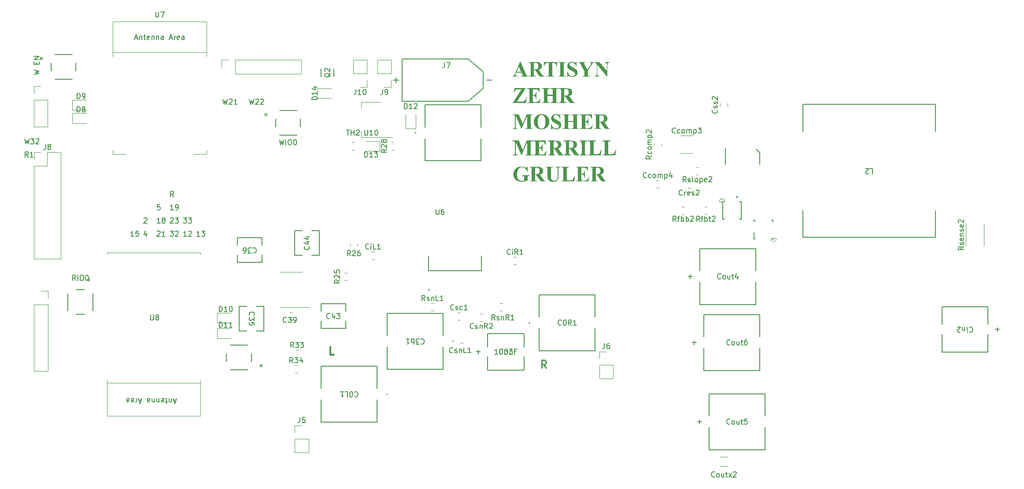
<source format=gbr>
%TF.GenerationSoftware,KiCad,Pcbnew,7.0.10*%
%TF.CreationDate,2024-03-06T13:01:35-05:00*%
%TF.ProjectId,PCB_Main_Final,5043425f-4d61-4696-9e5f-46696e616c2e,rev?*%
%TF.SameCoordinates,Original*%
%TF.FileFunction,Legend,Top*%
%TF.FilePolarity,Positive*%
%FSLAX46Y46*%
G04 Gerber Fmt 4.6, Leading zero omitted, Abs format (unit mm)*
G04 Created by KiCad (PCBNEW 7.0.10) date 2024-03-06 13:01:35*
%MOMM*%
%LPD*%
G01*
G04 APERTURE LIST*
%ADD10C,0.150000*%
%ADD11C,0.300000*%
%ADD12C,0.200000*%
%ADD13C,0.250000*%
%ADD14C,0.100000*%
%ADD15C,0.120000*%
%ADD16C,0.152400*%
%ADD17C,0.127000*%
G04 APERTURE END LIST*
D10*
X43421541Y-64909819D02*
X43659636Y-65909819D01*
X43659636Y-65909819D02*
X43850112Y-65195533D01*
X43850112Y-65195533D02*
X44040588Y-65909819D01*
X44040588Y-65909819D02*
X44278684Y-64909819D01*
X44564398Y-64909819D02*
X45183445Y-64909819D01*
X45183445Y-64909819D02*
X44850112Y-65290771D01*
X44850112Y-65290771D02*
X44992969Y-65290771D01*
X44992969Y-65290771D02*
X45088207Y-65338390D01*
X45088207Y-65338390D02*
X45135826Y-65386009D01*
X45135826Y-65386009D02*
X45183445Y-65481247D01*
X45183445Y-65481247D02*
X45183445Y-65719342D01*
X45183445Y-65719342D02*
X45135826Y-65814580D01*
X45135826Y-65814580D02*
X45088207Y-65862200D01*
X45088207Y-65862200D02*
X44992969Y-65909819D01*
X44992969Y-65909819D02*
X44707255Y-65909819D01*
X44707255Y-65909819D02*
X44612017Y-65862200D01*
X44612017Y-65862200D02*
X44564398Y-65814580D01*
X45564398Y-65005057D02*
X45612017Y-64957438D01*
X45612017Y-64957438D02*
X45707255Y-64909819D01*
X45707255Y-64909819D02*
X45945350Y-64909819D01*
X45945350Y-64909819D02*
X46040588Y-64957438D01*
X46040588Y-64957438D02*
X46088207Y-65005057D01*
X46088207Y-65005057D02*
X46135826Y-65100295D01*
X46135826Y-65100295D02*
X46135826Y-65195533D01*
X46135826Y-65195533D02*
X46088207Y-65338390D01*
X46088207Y-65338390D02*
X45516779Y-65909819D01*
X45516779Y-65909819D02*
X46135826Y-65909819D01*
X44088207Y-68449819D02*
X43754874Y-67973628D01*
X43516779Y-68449819D02*
X43516779Y-67449819D01*
X43516779Y-67449819D02*
X43897731Y-67449819D01*
X43897731Y-67449819D02*
X43992969Y-67497438D01*
X43992969Y-67497438D02*
X44040588Y-67545057D01*
X44040588Y-67545057D02*
X44088207Y-67640295D01*
X44088207Y-67640295D02*
X44088207Y-67783152D01*
X44088207Y-67783152D02*
X44040588Y-67878390D01*
X44040588Y-67878390D02*
X43992969Y-67926009D01*
X43992969Y-67926009D02*
X43897731Y-67973628D01*
X43897731Y-67973628D02*
X43516779Y-67973628D01*
X45040588Y-68449819D02*
X44469160Y-68449819D01*
X44754874Y-68449819D02*
X44754874Y-67449819D01*
X44754874Y-67449819D02*
X44659636Y-67592676D01*
X44659636Y-67592676D02*
X44564398Y-67687914D01*
X44564398Y-67687914D02*
X44469160Y-67735533D01*
X68869160Y-82785057D02*
X68916779Y-82737438D01*
X68916779Y-82737438D02*
X69012017Y-82689819D01*
X69012017Y-82689819D02*
X69250112Y-82689819D01*
X69250112Y-82689819D02*
X69345350Y-82737438D01*
X69345350Y-82737438D02*
X69392969Y-82785057D01*
X69392969Y-82785057D02*
X69440588Y-82880295D01*
X69440588Y-82880295D02*
X69440588Y-82975533D01*
X69440588Y-82975533D02*
X69392969Y-83118390D01*
X69392969Y-83118390D02*
X68821541Y-83689819D01*
X68821541Y-83689819D02*
X69440588Y-83689819D01*
X70392969Y-83689819D02*
X69821541Y-83689819D01*
X70107255Y-83689819D02*
X70107255Y-82689819D01*
X70107255Y-82689819D02*
X70012017Y-82832676D01*
X70012017Y-82832676D02*
X69916779Y-82927914D01*
X69916779Y-82927914D02*
X69821541Y-82975533D01*
X74520588Y-83689819D02*
X73949160Y-83689819D01*
X74234874Y-83689819D02*
X74234874Y-82689819D01*
X74234874Y-82689819D02*
X74139636Y-82832676D01*
X74139636Y-82832676D02*
X74044398Y-82927914D01*
X74044398Y-82927914D02*
X73949160Y-82975533D01*
X74901541Y-82785057D02*
X74949160Y-82737438D01*
X74949160Y-82737438D02*
X75044398Y-82689819D01*
X75044398Y-82689819D02*
X75282493Y-82689819D01*
X75282493Y-82689819D02*
X75377731Y-82737438D01*
X75377731Y-82737438D02*
X75425350Y-82785057D01*
X75425350Y-82785057D02*
X75472969Y-82880295D01*
X75472969Y-82880295D02*
X75472969Y-82975533D01*
X75472969Y-82975533D02*
X75425350Y-83118390D01*
X75425350Y-83118390D02*
X74853922Y-83689819D01*
X74853922Y-83689819D02*
X75472969Y-83689819D01*
X69440588Y-81149819D02*
X68869160Y-81149819D01*
X69154874Y-81149819D02*
X69154874Y-80149819D01*
X69154874Y-80149819D02*
X69059636Y-80292676D01*
X69059636Y-80292676D02*
X68964398Y-80387914D01*
X68964398Y-80387914D02*
X68869160Y-80435533D01*
X70012017Y-80578390D02*
X69916779Y-80530771D01*
X69916779Y-80530771D02*
X69869160Y-80483152D01*
X69869160Y-80483152D02*
X69821541Y-80387914D01*
X69821541Y-80387914D02*
X69821541Y-80340295D01*
X69821541Y-80340295D02*
X69869160Y-80245057D01*
X69869160Y-80245057D02*
X69916779Y-80197438D01*
X69916779Y-80197438D02*
X70012017Y-80149819D01*
X70012017Y-80149819D02*
X70202493Y-80149819D01*
X70202493Y-80149819D02*
X70297731Y-80197438D01*
X70297731Y-80197438D02*
X70345350Y-80245057D01*
X70345350Y-80245057D02*
X70392969Y-80340295D01*
X70392969Y-80340295D02*
X70392969Y-80387914D01*
X70392969Y-80387914D02*
X70345350Y-80483152D01*
X70345350Y-80483152D02*
X70297731Y-80530771D01*
X70297731Y-80530771D02*
X70202493Y-80578390D01*
X70202493Y-80578390D02*
X70012017Y-80578390D01*
X70012017Y-80578390D02*
X69916779Y-80626009D01*
X69916779Y-80626009D02*
X69869160Y-80673628D01*
X69869160Y-80673628D02*
X69821541Y-80768866D01*
X69821541Y-80768866D02*
X69821541Y-80959342D01*
X69821541Y-80959342D02*
X69869160Y-81054580D01*
X69869160Y-81054580D02*
X69916779Y-81102200D01*
X69916779Y-81102200D02*
X70012017Y-81149819D01*
X70012017Y-81149819D02*
X70202493Y-81149819D01*
X70202493Y-81149819D02*
X70297731Y-81102200D01*
X70297731Y-81102200D02*
X70345350Y-81054580D01*
X70345350Y-81054580D02*
X70392969Y-80959342D01*
X70392969Y-80959342D02*
X70392969Y-80768866D01*
X70392969Y-80768866D02*
X70345350Y-80673628D01*
X70345350Y-80673628D02*
X70297731Y-80626009D01*
X70297731Y-80626009D02*
X70202493Y-80578390D01*
X86601541Y-57289819D02*
X86839636Y-58289819D01*
X86839636Y-58289819D02*
X87030112Y-57575533D01*
X87030112Y-57575533D02*
X87220588Y-58289819D01*
X87220588Y-58289819D02*
X87458684Y-57289819D01*
X87792017Y-57385057D02*
X87839636Y-57337438D01*
X87839636Y-57337438D02*
X87934874Y-57289819D01*
X87934874Y-57289819D02*
X88172969Y-57289819D01*
X88172969Y-57289819D02*
X88268207Y-57337438D01*
X88268207Y-57337438D02*
X88315826Y-57385057D01*
X88315826Y-57385057D02*
X88363445Y-57480295D01*
X88363445Y-57480295D02*
X88363445Y-57575533D01*
X88363445Y-57575533D02*
X88315826Y-57718390D01*
X88315826Y-57718390D02*
X87744398Y-58289819D01*
X87744398Y-58289819D02*
X88363445Y-58289819D01*
X88744398Y-57385057D02*
X88792017Y-57337438D01*
X88792017Y-57337438D02*
X88887255Y-57289819D01*
X88887255Y-57289819D02*
X89125350Y-57289819D01*
X89125350Y-57289819D02*
X89220588Y-57337438D01*
X89220588Y-57337438D02*
X89268207Y-57385057D01*
X89268207Y-57385057D02*
X89315826Y-57480295D01*
X89315826Y-57480295D02*
X89315826Y-57575533D01*
X89315826Y-57575533D02*
X89268207Y-57718390D01*
X89268207Y-57718390D02*
X88696779Y-58289819D01*
X88696779Y-58289819D02*
X89315826Y-58289819D01*
X77060588Y-83689819D02*
X76489160Y-83689819D01*
X76774874Y-83689819D02*
X76774874Y-82689819D01*
X76774874Y-82689819D02*
X76679636Y-82832676D01*
X76679636Y-82832676D02*
X76584398Y-82927914D01*
X76584398Y-82927914D02*
X76489160Y-82975533D01*
X77393922Y-82689819D02*
X78012969Y-82689819D01*
X78012969Y-82689819D02*
X77679636Y-83070771D01*
X77679636Y-83070771D02*
X77822493Y-83070771D01*
X77822493Y-83070771D02*
X77917731Y-83118390D01*
X77917731Y-83118390D02*
X77965350Y-83166009D01*
X77965350Y-83166009D02*
X78012969Y-83261247D01*
X78012969Y-83261247D02*
X78012969Y-83499342D01*
X78012969Y-83499342D02*
X77965350Y-83594580D01*
X77965350Y-83594580D02*
X77917731Y-83642200D01*
X77917731Y-83642200D02*
X77822493Y-83689819D01*
X77822493Y-83689819D02*
X77536779Y-83689819D01*
X77536779Y-83689819D02*
X77441541Y-83642200D01*
X77441541Y-83642200D02*
X77393922Y-83594580D01*
D11*
X102868796Y-106480828D02*
X102154510Y-106480828D01*
X102154510Y-106480828D02*
X102154510Y-104980828D01*
D10*
X71409160Y-80245057D02*
X71456779Y-80197438D01*
X71456779Y-80197438D02*
X71552017Y-80149819D01*
X71552017Y-80149819D02*
X71790112Y-80149819D01*
X71790112Y-80149819D02*
X71885350Y-80197438D01*
X71885350Y-80197438D02*
X71932969Y-80245057D01*
X71932969Y-80245057D02*
X71980588Y-80340295D01*
X71980588Y-80340295D02*
X71980588Y-80435533D01*
X71980588Y-80435533D02*
X71932969Y-80578390D01*
X71932969Y-80578390D02*
X71361541Y-81149819D01*
X71361541Y-81149819D02*
X71980588Y-81149819D01*
X72313922Y-80149819D02*
X72932969Y-80149819D01*
X72932969Y-80149819D02*
X72599636Y-80530771D01*
X72599636Y-80530771D02*
X72742493Y-80530771D01*
X72742493Y-80530771D02*
X72837731Y-80578390D01*
X72837731Y-80578390D02*
X72885350Y-80626009D01*
X72885350Y-80626009D02*
X72932969Y-80721247D01*
X72932969Y-80721247D02*
X72932969Y-80959342D01*
X72932969Y-80959342D02*
X72885350Y-81054580D01*
X72885350Y-81054580D02*
X72837731Y-81102200D01*
X72837731Y-81102200D02*
X72742493Y-81149819D01*
X72742493Y-81149819D02*
X72456779Y-81149819D01*
X72456779Y-81149819D02*
X72361541Y-81102200D01*
X72361541Y-81102200D02*
X72313922Y-81054580D01*
D12*
G36*
X139726015Y-52427997D02*
G01*
X139743855Y-52466468D01*
X139761289Y-52503113D01*
X139778316Y-52537932D01*
X139794937Y-52570925D01*
X139811152Y-52602091D01*
X139826960Y-52631432D01*
X139842361Y-52658946D01*
X139857356Y-52684635D01*
X139879087Y-52719744D01*
X139899903Y-52750744D01*
X139919805Y-52777635D01*
X139938792Y-52800417D01*
X139962686Y-52824403D01*
X139986063Y-52842385D01*
X140012231Y-52857862D01*
X140041190Y-52870835D01*
X140072939Y-52881304D01*
X140107479Y-52889268D01*
X140137120Y-52893836D01*
X140160523Y-52896210D01*
X140160523Y-52990000D01*
X138808639Y-52990000D01*
X138808639Y-52896210D01*
X138864326Y-52896210D01*
X138893976Y-52895830D01*
X138930864Y-52894142D01*
X138964730Y-52891102D01*
X138995573Y-52886711D01*
X139029877Y-52879323D01*
X139059458Y-52869824D01*
X139088721Y-52855639D01*
X139092937Y-52852979D01*
X139114898Y-52833054D01*
X139130869Y-52805748D01*
X139137657Y-52776524D01*
X139138367Y-52762121D01*
X139135982Y-52730926D01*
X139129499Y-52701205D01*
X139125910Y-52689581D01*
X139115537Y-52660180D01*
X139102444Y-52628564D01*
X139089915Y-52599455D01*
X139077985Y-52572253D01*
X139064361Y-52541570D01*
X138915617Y-52192791D01*
X137928632Y-52192791D01*
X137811395Y-52474891D01*
X137797828Y-52506250D01*
X137786070Y-52536212D01*
X137776121Y-52564777D01*
X137766229Y-52598519D01*
X137759163Y-52630078D01*
X137754923Y-52659455D01*
X137753510Y-52686650D01*
X137755835Y-52719794D01*
X137762812Y-52750077D01*
X137774440Y-52777497D01*
X137790718Y-52802055D01*
X137811648Y-52823750D01*
X137837230Y-52842584D01*
X137848764Y-52849316D01*
X137880626Y-52862329D01*
X137912958Y-52870679D01*
X137944569Y-52876793D01*
X137981285Y-52882403D01*
X138012174Y-52886280D01*
X138045934Y-52889873D01*
X138082567Y-52893183D01*
X138122072Y-52896210D01*
X138122072Y-52990000D01*
X137192972Y-52990000D01*
X137192972Y-52896210D01*
X137229689Y-52889513D01*
X137264734Y-52880411D01*
X137298107Y-52868905D01*
X137329809Y-52854994D01*
X137359840Y-52838680D01*
X137388199Y-52819961D01*
X137414886Y-52798837D01*
X137439902Y-52775310D01*
X137464963Y-52747283D01*
X137484676Y-52721935D01*
X137505175Y-52692878D01*
X137526459Y-52660111D01*
X137548529Y-52623635D01*
X137563679Y-52597257D01*
X137579177Y-52569230D01*
X137595026Y-52539555D01*
X137611223Y-52508230D01*
X137627769Y-52475258D01*
X137644665Y-52440636D01*
X137661910Y-52404366D01*
X137679504Y-52366448D01*
X137840895Y-52005212D01*
X138001172Y-52005212D01*
X138846008Y-52005212D01*
X138429818Y-51076845D01*
X138001172Y-52005212D01*
X137840895Y-52005212D01*
X138678946Y-50129427D01*
X138717780Y-50129427D01*
X139726015Y-52427997D01*
G37*
G36*
X141598786Y-50176391D02*
G01*
X141629678Y-50176600D01*
X141660038Y-50176947D01*
X141689865Y-50177432D01*
X141747922Y-50178821D01*
X141803850Y-50180764D01*
X141857648Y-50183263D01*
X141909317Y-50186317D01*
X141958856Y-50189926D01*
X142006266Y-50194091D01*
X142051546Y-50198810D01*
X142094697Y-50204085D01*
X142135719Y-50209916D01*
X142174610Y-50216301D01*
X142211373Y-50223242D01*
X142246006Y-50230738D01*
X142278509Y-50238790D01*
X142308883Y-50247397D01*
X142337943Y-50256656D01*
X142366322Y-50266848D01*
X142394020Y-50277974D01*
X142421036Y-50290032D01*
X142447372Y-50303024D01*
X142485597Y-50324261D01*
X142522290Y-50347597D01*
X142557450Y-50373033D01*
X142591078Y-50400568D01*
X142623173Y-50430203D01*
X142643718Y-50451126D01*
X142663582Y-50472982D01*
X142682764Y-50495771D01*
X142692100Y-50507515D01*
X142710112Y-50531492D01*
X142726962Y-50555978D01*
X142742650Y-50580974D01*
X142757175Y-50606479D01*
X142776785Y-50645692D01*
X142793780Y-50686052D01*
X142808161Y-50727558D01*
X142816295Y-50755865D01*
X142823268Y-50784682D01*
X142829078Y-50814008D01*
X142833726Y-50843844D01*
X142837212Y-50874189D01*
X142839537Y-50905044D01*
X142840699Y-50936408D01*
X142840844Y-50952281D01*
X142839974Y-50990787D01*
X142837363Y-51028451D01*
X142833013Y-51065273D01*
X142826922Y-51101254D01*
X142819091Y-51136394D01*
X142809520Y-51170692D01*
X142798208Y-51204148D01*
X142785157Y-51236763D01*
X142770365Y-51268537D01*
X142753832Y-51299469D01*
X142735560Y-51329559D01*
X142715547Y-51358808D01*
X142693794Y-51387216D01*
X142670301Y-51414782D01*
X142645068Y-51441507D01*
X142618094Y-51467390D01*
X142590443Y-51490872D01*
X142560796Y-51513234D01*
X142529152Y-51534475D01*
X142495511Y-51554596D01*
X142459874Y-51573596D01*
X142422241Y-51591475D01*
X142382612Y-51608234D01*
X142355083Y-51618785D01*
X142326667Y-51628837D01*
X142297363Y-51638391D01*
X142267173Y-51647447D01*
X142236095Y-51656005D01*
X142220223Y-51660097D01*
X142892135Y-52612644D01*
X142916195Y-52644183D01*
X142938915Y-52673404D01*
X142960296Y-52700306D01*
X142980337Y-52724889D01*
X143004975Y-52754061D01*
X143027232Y-52779111D01*
X143051704Y-52804628D01*
X143076159Y-52826747D01*
X143079713Y-52829532D01*
X143106708Y-52847195D01*
X143135026Y-52862176D01*
X143164668Y-52874472D01*
X143195633Y-52884086D01*
X143227923Y-52891016D01*
X143261536Y-52895263D01*
X143275352Y-52896210D01*
X143275352Y-52990000D01*
X142395345Y-52990000D01*
X141494822Y-51723845D01*
X141311639Y-51723845D01*
X141311639Y-52521053D01*
X141311884Y-52558188D01*
X141312618Y-52592657D01*
X141313842Y-52624460D01*
X141316235Y-52662717D01*
X141319498Y-52696233D01*
X141324800Y-52731464D01*
X141332957Y-52763964D01*
X141339483Y-52779706D01*
X141356015Y-52804802D01*
X141377768Y-52827334D01*
X141404742Y-52847301D01*
X141432626Y-52862668D01*
X141436936Y-52864703D01*
X141467590Y-52875410D01*
X141499669Y-52882641D01*
X141529608Y-52887318D01*
X141563347Y-52891010D01*
X141600888Y-52893718D01*
X141631538Y-52895103D01*
X141664327Y-52895933D01*
X141699253Y-52896210D01*
X141699253Y-52990000D01*
X140268967Y-52990000D01*
X140268967Y-52896210D01*
X140304142Y-52895927D01*
X140337128Y-52895077D01*
X140367924Y-52893660D01*
X140405579Y-52890889D01*
X140439342Y-52887111D01*
X140469212Y-52882326D01*
X140501076Y-52874927D01*
X140531284Y-52863970D01*
X140559739Y-52848633D01*
X140584197Y-52831473D01*
X140607255Y-52809628D01*
X140625093Y-52785402D01*
X140628736Y-52778974D01*
X140639586Y-52748600D01*
X140645704Y-52717974D01*
X140649619Y-52688115D01*
X140652665Y-52653494D01*
X140654840Y-52614110D01*
X140655900Y-52581446D01*
X140656471Y-52546103D01*
X140656580Y-52521053D01*
X140656580Y-50645268D01*
X140656335Y-50608139D01*
X140655601Y-50573690D01*
X140654378Y-50541919D01*
X140651985Y-50503726D01*
X140648722Y-50470295D01*
X140643420Y-50435204D01*
X140635262Y-50402918D01*
X140628736Y-50387348D01*
X140612158Y-50361977D01*
X140590268Y-50339354D01*
X140566756Y-50321813D01*
X140558169Y-50317006D01*
X141311639Y-50317006D01*
X141311639Y-51583161D01*
X141428876Y-51583161D01*
X141464124Y-51582949D01*
X141498245Y-51582313D01*
X141531238Y-51581254D01*
X141563103Y-51579772D01*
X141593840Y-51577866D01*
X141623450Y-51575536D01*
X141665750Y-51571247D01*
X141705512Y-51566005D01*
X141742738Y-51559809D01*
X141777426Y-51552661D01*
X141809576Y-51544559D01*
X141839190Y-51535505D01*
X141857522Y-51528939D01*
X141892281Y-51514021D01*
X141925116Y-51496378D01*
X141956028Y-51476011D01*
X141985017Y-51452918D01*
X142012082Y-51427101D01*
X142037224Y-51398559D01*
X142060442Y-51367292D01*
X142076594Y-51342054D01*
X142081737Y-51333300D01*
X142096272Y-51305887D01*
X142109378Y-51276955D01*
X142121053Y-51246502D01*
X142131299Y-51214530D01*
X142140116Y-51181037D01*
X142147502Y-51146025D01*
X142153459Y-51109493D01*
X142157987Y-51071441D01*
X142161084Y-51031870D01*
X142162752Y-50990778D01*
X142163070Y-50962540D01*
X142162486Y-50921996D01*
X142160734Y-50882798D01*
X142157815Y-50844945D01*
X142153728Y-50808438D01*
X142148473Y-50773275D01*
X142142050Y-50739458D01*
X142134459Y-50706986D01*
X142125701Y-50675860D01*
X142115775Y-50646078D01*
X142104681Y-50617642D01*
X142092419Y-50590551D01*
X142071837Y-50552437D01*
X142048627Y-50517350D01*
X142022790Y-50485289D01*
X142013593Y-50475275D01*
X141983963Y-50446991D01*
X141951125Y-50421488D01*
X141915081Y-50398768D01*
X141875829Y-50378830D01*
X141847879Y-50367083D01*
X141818504Y-50356573D01*
X141787704Y-50347300D01*
X141755478Y-50339262D01*
X141721827Y-50332462D01*
X141686751Y-50326898D01*
X141650249Y-50322570D01*
X141612321Y-50319479D01*
X141572969Y-50317624D01*
X141532191Y-50317006D01*
X141311639Y-50317006D01*
X140558169Y-50317006D01*
X140539178Y-50306375D01*
X140530551Y-50302351D01*
X140500145Y-50291395D01*
X140468235Y-50283996D01*
X140438405Y-50279210D01*
X140404751Y-50275432D01*
X140367273Y-50272661D01*
X140336655Y-50271245D01*
X140303887Y-50270395D01*
X140268967Y-50270111D01*
X140268967Y-50176322D01*
X141567362Y-50176322D01*
X141598786Y-50176391D01*
G37*
G36*
X145737320Y-50176322D02*
G01*
X145737320Y-50973531D01*
X145663314Y-50973531D01*
X145655014Y-50940601D01*
X145646599Y-50908856D01*
X145638069Y-50878296D01*
X145629426Y-50848921D01*
X145620667Y-50820731D01*
X145607315Y-50780668D01*
X145593705Y-50743271D01*
X145579838Y-50708540D01*
X145565712Y-50676475D01*
X145551330Y-50647076D01*
X145536690Y-50620344D01*
X145516769Y-50588848D01*
X145495851Y-50560283D01*
X145473034Y-50533206D01*
X145448316Y-50507618D01*
X145421697Y-50483518D01*
X145393178Y-50460907D01*
X145362758Y-50439784D01*
X145330438Y-50420149D01*
X145296217Y-50402002D01*
X145268854Y-50391026D01*
X145235767Y-50381910D01*
X145205176Y-50375956D01*
X145170921Y-50371193D01*
X145133002Y-50367621D01*
X145102159Y-50365724D01*
X145069255Y-50364496D01*
X145034290Y-50363938D01*
X145022177Y-50363900D01*
X144814082Y-50363900D01*
X144814082Y-52521053D01*
X144814288Y-52557246D01*
X144814906Y-52590811D01*
X144815937Y-52621749D01*
X144817952Y-52658912D01*
X144820699Y-52691404D01*
X144825164Y-52725450D01*
X144832034Y-52756671D01*
X144837529Y-52771646D01*
X144854666Y-52798688D01*
X144875835Y-52821071D01*
X144898941Y-52839378D01*
X144926325Y-52856493D01*
X144930586Y-52858841D01*
X144958192Y-52871541D01*
X144989353Y-52881613D01*
X145018036Y-52887999D01*
X145049188Y-52892561D01*
X145082808Y-52895298D01*
X145118897Y-52896210D01*
X145211953Y-52896210D01*
X145211953Y-52990000D01*
X143748695Y-52990000D01*
X143748695Y-52896210D01*
X143841751Y-52896210D01*
X143871415Y-52895581D01*
X143906402Y-52893022D01*
X143939064Y-52888497D01*
X143969400Y-52882003D01*
X144002733Y-52871613D01*
X144032718Y-52858390D01*
X144037390Y-52855910D01*
X144062715Y-52839973D01*
X144085200Y-52819274D01*
X144104846Y-52793811D01*
X144119708Y-52767625D01*
X144121653Y-52763586D01*
X144131591Y-52731117D01*
X144136360Y-52701289D01*
X144140020Y-52664127D01*
X144142150Y-52629116D01*
X144143281Y-52599778D01*
X144144013Y-52567799D01*
X144144346Y-52533180D01*
X144144368Y-52521053D01*
X144144368Y-50363900D01*
X143942135Y-50363900D01*
X143907473Y-50364378D01*
X143874014Y-50365812D01*
X143841757Y-50368202D01*
X143810702Y-50371548D01*
X143780849Y-50375850D01*
X143738323Y-50384096D01*
X143698503Y-50394492D01*
X143661387Y-50407039D01*
X143626976Y-50421737D01*
X143595269Y-50438586D01*
X143566268Y-50457587D01*
X143539971Y-50478738D01*
X143531807Y-50486266D01*
X143509971Y-50508176D01*
X143489160Y-50531226D01*
X143469373Y-50555414D01*
X143450611Y-50580742D01*
X143432874Y-50607209D01*
X143416162Y-50634815D01*
X143400474Y-50663561D01*
X143385811Y-50693445D01*
X143372172Y-50724469D01*
X143359558Y-50756631D01*
X143347969Y-50789933D01*
X143337405Y-50824375D01*
X143327865Y-50859955D01*
X143319350Y-50896674D01*
X143311860Y-50934533D01*
X143305394Y-50973531D01*
X143226992Y-50973531D01*
X143226992Y-50176322D01*
X145737320Y-50176322D01*
G37*
G36*
X147418932Y-52896210D02*
G01*
X147418932Y-52990000D01*
X145957871Y-52990000D01*
X145957871Y-52896210D01*
X146050928Y-52896210D01*
X146080592Y-52895581D01*
X146115579Y-52893022D01*
X146148240Y-52888497D01*
X146178576Y-52882003D01*
X146211910Y-52871613D01*
X146241894Y-52858390D01*
X146246566Y-52855910D01*
X146272074Y-52839973D01*
X146294377Y-52819274D01*
X146313473Y-52793811D01*
X146327553Y-52767625D01*
X146329364Y-52763586D01*
X146339302Y-52731117D01*
X146344071Y-52701289D01*
X146347731Y-52664127D01*
X146349861Y-52629116D01*
X146350992Y-52599778D01*
X146351724Y-52567799D01*
X146352057Y-52533180D01*
X146352079Y-52521053D01*
X146352079Y-50645268D01*
X146351879Y-50609082D01*
X146351280Y-50575536D01*
X146350282Y-50544630D01*
X146348330Y-50507530D01*
X146345668Y-50475124D01*
X146341343Y-50441218D01*
X146334688Y-50410211D01*
X146329364Y-50395408D01*
X146312878Y-50368012D01*
X146291995Y-50345412D01*
X146268914Y-50326989D01*
X146241345Y-50309829D01*
X146237041Y-50307480D01*
X146209512Y-50294781D01*
X146178583Y-50284708D01*
X146144253Y-50277264D01*
X146113048Y-50273067D01*
X146079481Y-50270695D01*
X146050928Y-50270111D01*
X145957871Y-50270111D01*
X145957871Y-50176322D01*
X147418932Y-50176322D01*
X147418932Y-50270111D01*
X147325875Y-50270111D01*
X147296372Y-50270741D01*
X147261520Y-50273299D01*
X147228923Y-50277825D01*
X147198580Y-50284319D01*
X147170491Y-50292780D01*
X147139759Y-50305531D01*
X147130237Y-50310411D01*
X147104912Y-50326348D01*
X147082426Y-50347048D01*
X147062780Y-50372510D01*
X147047919Y-50398696D01*
X147045973Y-50402735D01*
X147036035Y-50435204D01*
X147031266Y-50465032D01*
X147027606Y-50502194D01*
X147025477Y-50537205D01*
X147024345Y-50566543D01*
X147023613Y-50598522D01*
X147023281Y-50633142D01*
X147023258Y-50645268D01*
X147023258Y-52521053D01*
X147023464Y-52557246D01*
X147024083Y-52590811D01*
X147025113Y-52621749D01*
X147027128Y-52658912D01*
X147029876Y-52691404D01*
X147034341Y-52725450D01*
X147041210Y-52756671D01*
X147046706Y-52771646D01*
X147063843Y-52798688D01*
X147085012Y-52821071D01*
X147108118Y-52839378D01*
X147135501Y-52856493D01*
X147139762Y-52858841D01*
X147167291Y-52871541D01*
X147198220Y-52881613D01*
X147232550Y-52889058D01*
X147263755Y-52893254D01*
X147297322Y-52895626D01*
X147325875Y-52896210D01*
X147418932Y-52896210D01*
G37*
G36*
X149488890Y-50129427D02*
G01*
X149511605Y-51067320D01*
X149426608Y-51067320D01*
X149418419Y-51022901D01*
X149408874Y-50979587D01*
X149397971Y-50937378D01*
X149385713Y-50896273D01*
X149372097Y-50856274D01*
X149357125Y-50817379D01*
X149340796Y-50779589D01*
X149323110Y-50742904D01*
X149304068Y-50707324D01*
X149283669Y-50672849D01*
X149261913Y-50639478D01*
X149238801Y-50607212D01*
X149214331Y-50576051D01*
X149188506Y-50545995D01*
X149161323Y-50517044D01*
X149132784Y-50489197D01*
X149103417Y-50462667D01*
X149073753Y-50437849D01*
X149043792Y-50414742D01*
X149013532Y-50393347D01*
X148982975Y-50373663D01*
X148952120Y-50355692D01*
X148920968Y-50339431D01*
X148889518Y-50324883D01*
X148857770Y-50312046D01*
X148825725Y-50300920D01*
X148793382Y-50291506D01*
X148760741Y-50283804D01*
X148727803Y-50277813D01*
X148694566Y-50273534D01*
X148661033Y-50270967D01*
X148627201Y-50270111D01*
X148588538Y-50271103D01*
X148551407Y-50274078D01*
X148515809Y-50279037D01*
X148481743Y-50285979D01*
X148449210Y-50294905D01*
X148418210Y-50305814D01*
X148388743Y-50318707D01*
X148360809Y-50333584D01*
X148334407Y-50350444D01*
X148309538Y-50369287D01*
X148293810Y-50382951D01*
X148271942Y-50404274D01*
X148252224Y-50426202D01*
X148229281Y-50456382D01*
X148210161Y-50487637D01*
X148194866Y-50519969D01*
X148183394Y-50553377D01*
X148175746Y-50587861D01*
X148171922Y-50623421D01*
X148171444Y-50641605D01*
X148172964Y-50675530D01*
X148177523Y-50708065D01*
X148185123Y-50739209D01*
X148195761Y-50768962D01*
X148209440Y-50797324D01*
X148214675Y-50806468D01*
X148235204Y-50836640D01*
X148254152Y-50860700D01*
X148275344Y-50884691D01*
X148298780Y-50908613D01*
X148324460Y-50932467D01*
X148352384Y-50956252D01*
X148382551Y-50979968D01*
X148406650Y-50997711D01*
X148434791Y-51016384D01*
X148461096Y-51032537D01*
X148491858Y-51050533D01*
X148527076Y-51070370D01*
X148553031Y-51084618D01*
X148580966Y-51099685D01*
X148610882Y-51115570D01*
X148642779Y-51132274D01*
X148676656Y-51149797D01*
X148712514Y-51168138D01*
X148750353Y-51187298D01*
X148790172Y-51207276D01*
X148831972Y-51228073D01*
X148853614Y-51238778D01*
X148883985Y-51253819D01*
X148913730Y-51268806D01*
X148942849Y-51283740D01*
X148971343Y-51298622D01*
X148999212Y-51313450D01*
X149026455Y-51328226D01*
X149053073Y-51342948D01*
X149079066Y-51357618D01*
X149129175Y-51386798D01*
X149176782Y-51415767D01*
X149221888Y-51444523D01*
X149264492Y-51473068D01*
X149304594Y-51501401D01*
X149342195Y-51529523D01*
X149377295Y-51557432D01*
X149409893Y-51585130D01*
X149439989Y-51612616D01*
X149467584Y-51639890D01*
X149492677Y-51666952D01*
X149515268Y-51693803D01*
X149535765Y-51720788D01*
X149554939Y-51748254D01*
X149572790Y-51776200D01*
X149589320Y-51804628D01*
X149604527Y-51833536D01*
X149618411Y-51862926D01*
X149630973Y-51892796D01*
X149642213Y-51923147D01*
X149652131Y-51953979D01*
X149660726Y-51985291D01*
X149667999Y-52017085D01*
X149673950Y-52049359D01*
X149678578Y-52082114D01*
X149681884Y-52115351D01*
X149683867Y-52149068D01*
X149684528Y-52183265D01*
X149683461Y-52226574D01*
X149680258Y-52269121D01*
X149674920Y-52310906D01*
X149667447Y-52351930D01*
X149657838Y-52392193D01*
X149646095Y-52431695D01*
X149632216Y-52470435D01*
X149616202Y-52508414D01*
X149598052Y-52545631D01*
X149577768Y-52582087D01*
X149555348Y-52617782D01*
X149530793Y-52652715D01*
X149504103Y-52686887D01*
X149475277Y-52720298D01*
X149444317Y-52752948D01*
X149411221Y-52784836D01*
X149376571Y-52815358D01*
X149340764Y-52843912D01*
X149303802Y-52870496D01*
X149265683Y-52895111D01*
X149226407Y-52917757D01*
X149185975Y-52938434D01*
X149144387Y-52957141D01*
X149101643Y-52973879D01*
X149057742Y-52988649D01*
X149012685Y-53001448D01*
X148966472Y-53012279D01*
X148919102Y-53021140D01*
X148870576Y-53028033D01*
X148820893Y-53032956D01*
X148770055Y-53035910D01*
X148718060Y-53036894D01*
X148685304Y-53036425D01*
X148652984Y-53035017D01*
X148621099Y-53032669D01*
X148589649Y-53029384D01*
X148558634Y-53025159D01*
X148528054Y-53019996D01*
X148497909Y-53013893D01*
X148468199Y-53006852D01*
X148437951Y-52998689D01*
X148405826Y-52988855D01*
X148371822Y-52977348D01*
X148335942Y-52964171D01*
X148307799Y-52953191D01*
X148278600Y-52941270D01*
X148248345Y-52928410D01*
X148217033Y-52914609D01*
X148184666Y-52899867D01*
X148173642Y-52894745D01*
X148143589Y-52881657D01*
X148115253Y-52870788D01*
X148083517Y-52860673D01*
X148054253Y-52853752D01*
X148023238Y-52849715D01*
X148010976Y-52849316D01*
X147980367Y-52852967D01*
X147952283Y-52862344D01*
X147923375Y-52877491D01*
X147897404Y-52895478D01*
X147872489Y-52918023D01*
X147852809Y-52941086D01*
X147834674Y-52967602D01*
X147818084Y-52997569D01*
X147805440Y-53025179D01*
X147800683Y-53036894D01*
X147724480Y-53036894D01*
X147724480Y-52005212D01*
X147800683Y-52005212D01*
X147812696Y-52058722D01*
X147826020Y-52110622D01*
X147840654Y-52160914D01*
X147856600Y-52209598D01*
X147873856Y-52256673D01*
X147892423Y-52302139D01*
X147912301Y-52345997D01*
X147933490Y-52388246D01*
X147955990Y-52428887D01*
X147979801Y-52467919D01*
X148004923Y-52505343D01*
X148031355Y-52541157D01*
X148059099Y-52575364D01*
X148088153Y-52607962D01*
X148118519Y-52638951D01*
X148150195Y-52668332D01*
X148182684Y-52695926D01*
X148215488Y-52721741D01*
X148248607Y-52745775D01*
X148282040Y-52768029D01*
X148315789Y-52788502D01*
X148349852Y-52807195D01*
X148384230Y-52824108D01*
X148418923Y-52839241D01*
X148453931Y-52852593D01*
X148489254Y-52864165D01*
X148524891Y-52873956D01*
X148560843Y-52881968D01*
X148597111Y-52888199D01*
X148633693Y-52892650D01*
X148670590Y-52895320D01*
X148707801Y-52896210D01*
X148750254Y-52895109D01*
X148791058Y-52891805D01*
X148830213Y-52886299D01*
X148867719Y-52878590D01*
X148903577Y-52868679D01*
X148937786Y-52856566D01*
X148970347Y-52842250D01*
X149001259Y-52825731D01*
X149030522Y-52807010D01*
X149058137Y-52786086D01*
X149075631Y-52770914D01*
X149100118Y-52746923D01*
X149122197Y-52722210D01*
X149141866Y-52696776D01*
X149159128Y-52670621D01*
X149173981Y-52643745D01*
X149186425Y-52616148D01*
X149196460Y-52587829D01*
X149204088Y-52558789D01*
X149209306Y-52529027D01*
X149212116Y-52498545D01*
X149212651Y-52477822D01*
X149211363Y-52447071D01*
X149207499Y-52416642D01*
X149201059Y-52386535D01*
X149192043Y-52356750D01*
X149180451Y-52327287D01*
X149166283Y-52298146D01*
X149159895Y-52286580D01*
X149142278Y-52257732D01*
X149121942Y-52229350D01*
X149098887Y-52201433D01*
X149078485Y-52179434D01*
X149056343Y-52157732D01*
X149032460Y-52136329D01*
X149006838Y-52115223D01*
X149000160Y-52109993D01*
X148970839Y-52088320D01*
X148945468Y-52071028D01*
X148917199Y-52052848D01*
X148886031Y-52033779D01*
X148851966Y-52013822D01*
X148815002Y-51992976D01*
X148788750Y-51978584D01*
X148761210Y-51963798D01*
X148732381Y-51948617D01*
X148702265Y-51933041D01*
X148670861Y-51917070D01*
X148638168Y-51900703D01*
X148621339Y-51892372D01*
X148574459Y-51869148D01*
X148529256Y-51846371D01*
X148485730Y-51824039D01*
X148443882Y-51802155D01*
X148403710Y-51780717D01*
X148365216Y-51759725D01*
X148328400Y-51739180D01*
X148293260Y-51719082D01*
X148259798Y-51699430D01*
X148228013Y-51680224D01*
X148197905Y-51661465D01*
X148169475Y-51643153D01*
X148142722Y-51625287D01*
X148117646Y-51607867D01*
X148083177Y-51582575D01*
X148072526Y-51574368D01*
X148042009Y-51549512D01*
X148012831Y-51524127D01*
X147984993Y-51498215D01*
X147958495Y-51471775D01*
X147933336Y-51444806D01*
X147909516Y-51417309D01*
X147887037Y-51389285D01*
X147865896Y-51360732D01*
X147846095Y-51331651D01*
X147827634Y-51302042D01*
X147816071Y-51282009D01*
X147800095Y-51251370D01*
X147785691Y-51220177D01*
X147772858Y-51188430D01*
X147761597Y-51156129D01*
X147751907Y-51123274D01*
X147743788Y-51089866D01*
X147737241Y-51055903D01*
X147732265Y-51021387D01*
X147728860Y-50986317D01*
X147727027Y-50950693D01*
X147726678Y-50926636D01*
X147727634Y-50885620D01*
X147730502Y-50845372D01*
X147735282Y-50805890D01*
X147741974Y-50767176D01*
X147750577Y-50729229D01*
X147761093Y-50692048D01*
X147773521Y-50655635D01*
X147787861Y-50619989D01*
X147804112Y-50585110D01*
X147822276Y-50550998D01*
X147842352Y-50517653D01*
X147864339Y-50485075D01*
X147888239Y-50453265D01*
X147914050Y-50422221D01*
X147941774Y-50391944D01*
X147971409Y-50362435D01*
X148002590Y-50334219D01*
X148034767Y-50307824D01*
X148067940Y-50283249D01*
X148102110Y-50260494D01*
X148137275Y-50239560D01*
X148173436Y-50220446D01*
X148210593Y-50203152D01*
X148248747Y-50187679D01*
X148287896Y-50174026D01*
X148328042Y-50162194D01*
X148369183Y-50152182D01*
X148411321Y-50143990D01*
X148454455Y-50137619D01*
X148498584Y-50133068D01*
X148543710Y-50130337D01*
X148589832Y-50129427D01*
X148623767Y-50129931D01*
X148657426Y-50131442D01*
X148690811Y-50133961D01*
X148723921Y-50137487D01*
X148756757Y-50142021D01*
X148789317Y-50147562D01*
X148821603Y-50154111D01*
X148853614Y-50161667D01*
X148884877Y-50170243D01*
X148918215Y-50180859D01*
X148946379Y-50190819D01*
X148975871Y-50202085D01*
X149006692Y-50214656D01*
X149038840Y-50228532D01*
X149072317Y-50243713D01*
X149089553Y-50251793D01*
X149123052Y-50267077D01*
X149153941Y-50280324D01*
X149182220Y-50291532D01*
X149213898Y-50302677D01*
X149246527Y-50311847D01*
X149277171Y-50316751D01*
X149284459Y-50317006D01*
X149315671Y-50313857D01*
X149344881Y-50303121D01*
X149368722Y-50284766D01*
X149385743Y-50259444D01*
X149398581Y-50229811D01*
X149409306Y-50197491D01*
X149418046Y-50165677D01*
X149424910Y-50137032D01*
X149426608Y-50129427D01*
X149488890Y-50129427D01*
G37*
G36*
X152842588Y-50176322D02*
G01*
X152842588Y-50270111D01*
X152809135Y-50275378D01*
X152777650Y-50282018D01*
X152748135Y-50290032D01*
X152714010Y-50301982D01*
X152682962Y-50316078D01*
X152654991Y-50332322D01*
X152630097Y-50350711D01*
X152602574Y-50377009D01*
X152579467Y-50402879D01*
X152554248Y-50434016D01*
X152536262Y-50457701D01*
X152517337Y-50483727D01*
X152497473Y-50512095D01*
X152476671Y-50542804D01*
X152454929Y-50575854D01*
X152432249Y-50611245D01*
X152408630Y-50648978D01*
X152384072Y-50689052D01*
X152358575Y-50731467D01*
X152332140Y-50776223D01*
X152304766Y-50823321D01*
X151698799Y-51835952D01*
X151698799Y-52521053D01*
X151698999Y-52557626D01*
X151699598Y-52591507D01*
X151700596Y-52622696D01*
X151702548Y-52660093D01*
X151705210Y-52692706D01*
X151709535Y-52726741D01*
X151716190Y-52757713D01*
X151721514Y-52772379D01*
X151737768Y-52799066D01*
X151758056Y-52821232D01*
X151783839Y-52841931D01*
X151810907Y-52858841D01*
X151837706Y-52871541D01*
X151867544Y-52881613D01*
X151900423Y-52889058D01*
X151930143Y-52893254D01*
X151961975Y-52895626D01*
X151988960Y-52896210D01*
X152145764Y-52896210D01*
X152145764Y-52990000D01*
X150577725Y-52990000D01*
X150577725Y-52896210D01*
X150724270Y-52896210D01*
X150754255Y-52895581D01*
X150789514Y-52893022D01*
X150822304Y-52888497D01*
X150852626Y-52882003D01*
X150885753Y-52871613D01*
X150915326Y-52858390D01*
X150919909Y-52855910D01*
X150945234Y-52839973D01*
X150967719Y-52819274D01*
X150987366Y-52793811D01*
X151002227Y-52767625D01*
X151004173Y-52763586D01*
X151014110Y-52731117D01*
X151018879Y-52701289D01*
X151022539Y-52664127D01*
X151024669Y-52629116D01*
X151025800Y-52599778D01*
X151026532Y-52567799D01*
X151026865Y-52533180D01*
X151026887Y-52521053D01*
X151026887Y-51950990D01*
X150369630Y-50752979D01*
X150345624Y-50709788D01*
X150322517Y-50668876D01*
X150300310Y-50630242D01*
X150279000Y-50593886D01*
X150258590Y-50559808D01*
X150239078Y-50528009D01*
X150220465Y-50498488D01*
X150202751Y-50471245D01*
X150185935Y-50446281D01*
X150162397Y-50413106D01*
X150140881Y-50385058D01*
X150121387Y-50362136D01*
X150098541Y-50339547D01*
X150093391Y-50335324D01*
X150067109Y-50317117D01*
X150038179Y-50301879D01*
X150006601Y-50289611D01*
X149972376Y-50280312D01*
X149943090Y-50275011D01*
X149912109Y-50271611D01*
X149879434Y-50270111D01*
X149879434Y-50176322D01*
X151218862Y-50176322D01*
X151218862Y-50270111D01*
X151158778Y-50270111D01*
X151122557Y-50270970D01*
X151089913Y-50273546D01*
X151060847Y-50277839D01*
X151030691Y-50285258D01*
X151002020Y-50297039D01*
X150988785Y-50305282D01*
X150965408Y-50325001D01*
X150947226Y-50350047D01*
X150940425Y-50378555D01*
X150946221Y-50414164D01*
X150956525Y-50446633D01*
X150967634Y-50475568D01*
X150981641Y-50508431D01*
X150998546Y-50545223D01*
X151011426Y-50571933D01*
X151025594Y-50600389D01*
X151041050Y-50630591D01*
X151057794Y-50662540D01*
X151075826Y-50696234D01*
X151095146Y-50731674D01*
X151105289Y-50750048D01*
X151610139Y-51657899D01*
X152112791Y-50830648D01*
X152135505Y-50793079D01*
X152156755Y-50757124D01*
X152176538Y-50722783D01*
X152194856Y-50690056D01*
X152211709Y-50658944D01*
X152227096Y-50629446D01*
X152241018Y-50601562D01*
X152259153Y-50562763D01*
X152273991Y-50527597D01*
X152285532Y-50496062D01*
X152295790Y-50459666D01*
X152300186Y-50429727D01*
X152300369Y-50423251D01*
X152296138Y-50393788D01*
X152283445Y-50367223D01*
X152262290Y-50343556D01*
X152246880Y-50331660D01*
X152216629Y-50313869D01*
X152185084Y-50301246D01*
X152155701Y-50292591D01*
X152122630Y-50285218D01*
X152085874Y-50279127D01*
X152055887Y-50275401D01*
X152023827Y-50272395D01*
X151989692Y-50270111D01*
X151989692Y-50176322D01*
X152842588Y-50176322D01*
G37*
G36*
X153923363Y-50176322D02*
G01*
X155302358Y-51890174D01*
X155302358Y-50739057D01*
X155302078Y-50707378D01*
X155301236Y-50677004D01*
X155298922Y-50633891D01*
X155295346Y-50593714D01*
X155290507Y-50556473D01*
X155284406Y-50522170D01*
X155277043Y-50490803D01*
X155268418Y-50462372D01*
X155254954Y-50429033D01*
X155239246Y-50400915D01*
X155230551Y-50388813D01*
X155210825Y-50366977D01*
X155188742Y-50347357D01*
X155164303Y-50329952D01*
X155137506Y-50314762D01*
X155108352Y-50301787D01*
X155076841Y-50291028D01*
X155042973Y-50282485D01*
X155006748Y-50276156D01*
X154968166Y-50272043D01*
X154927227Y-50270146D01*
X154898625Y-50270111D01*
X154898625Y-50176322D01*
X155821863Y-50176322D01*
X155821863Y-50270111D01*
X155789639Y-50274630D01*
X155759463Y-50279393D01*
X155722415Y-50286125D01*
X155689007Y-50293292D01*
X155659240Y-50300894D01*
X155627151Y-50311009D01*
X155596153Y-50324043D01*
X155583726Y-50330928D01*
X155558381Y-50349235D01*
X155535560Y-50372101D01*
X155515264Y-50399524D01*
X155499877Y-50426658D01*
X155488471Y-50451828D01*
X155478761Y-50480865D01*
X155470697Y-50515770D01*
X155465430Y-50547918D01*
X155461217Y-50583822D01*
X155458749Y-50613214D01*
X155456872Y-50644719D01*
X155455589Y-50678335D01*
X155454897Y-50714065D01*
X155454766Y-50739057D01*
X155454766Y-53036894D01*
X155384424Y-53036894D01*
X153494717Y-50688499D01*
X153494717Y-52521053D01*
X153495683Y-52561151D01*
X153498581Y-52598737D01*
X153503411Y-52633811D01*
X153510173Y-52666374D01*
X153518867Y-52696425D01*
X153529493Y-52723965D01*
X153546666Y-52756777D01*
X153567274Y-52785125D01*
X153591317Y-52809007D01*
X153604626Y-52819274D01*
X153632779Y-52837306D01*
X153661916Y-52852933D01*
X153692038Y-52866157D01*
X153723145Y-52876976D01*
X153755236Y-52885391D01*
X153788312Y-52891402D01*
X153822372Y-52895008D01*
X153857418Y-52896210D01*
X153923363Y-52896210D01*
X153923363Y-52990000D01*
X152932714Y-52990000D01*
X152932714Y-52896210D01*
X152974754Y-52895077D01*
X153014322Y-52892501D01*
X153051416Y-52888482D01*
X153086038Y-52883021D01*
X153118186Y-52876117D01*
X153147862Y-52867771D01*
X153183582Y-52854399D01*
X153214906Y-52838462D01*
X153241834Y-52819961D01*
X153253649Y-52809748D01*
X153274944Y-52786644D01*
X153293400Y-52759831D01*
X153309016Y-52729308D01*
X153321793Y-52695076D01*
X153331731Y-52657135D01*
X153337320Y-52626244D01*
X153341313Y-52593267D01*
X153343709Y-52558203D01*
X153344508Y-52521053D01*
X153344508Y-50501653D01*
X153285157Y-50428381D01*
X153263312Y-50405597D01*
X153242109Y-50384875D01*
X153216506Y-50361870D01*
X153191905Y-50342085D01*
X153163707Y-50322593D01*
X153136951Y-50307738D01*
X153128353Y-50303817D01*
X153100712Y-50293478D01*
X153068899Y-50284995D01*
X153039199Y-50279342D01*
X153006602Y-50274977D01*
X152971107Y-50271900D01*
X152940625Y-50270366D01*
X152932714Y-50270111D01*
X152932714Y-50176322D01*
X153923363Y-50176322D01*
G37*
G36*
X139736273Y-55216322D02*
G01*
X138093496Y-57842421D01*
X138625457Y-57842421D01*
X138671653Y-57842238D01*
X138716086Y-57841688D01*
X138758756Y-57840772D01*
X138799663Y-57839490D01*
X138838807Y-57837841D01*
X138876187Y-57835826D01*
X138911805Y-57833445D01*
X138945659Y-57830697D01*
X138977750Y-57827583D01*
X139008078Y-57824103D01*
X139050265Y-57818195D01*
X139088484Y-57811463D01*
X139122736Y-57803907D01*
X139153021Y-57795526D01*
X139183349Y-57785886D01*
X139213151Y-57775285D01*
X139242425Y-57763721D01*
X139271174Y-57751196D01*
X139299395Y-57737710D01*
X139327090Y-57723261D01*
X139354258Y-57707851D01*
X139380900Y-57691479D01*
X139407015Y-57674145D01*
X139432603Y-57655850D01*
X139457664Y-57636593D01*
X139482199Y-57616374D01*
X139506208Y-57595194D01*
X139529689Y-57573052D01*
X139552644Y-57549948D01*
X139575073Y-57525882D01*
X139596811Y-57500723D01*
X139617697Y-57474523D01*
X139637730Y-57447280D01*
X139656909Y-57418995D01*
X139675236Y-57389669D01*
X139692710Y-57359301D01*
X139709331Y-57327891D01*
X139725099Y-57295439D01*
X139740014Y-57261945D01*
X139754076Y-57227410D01*
X139767285Y-57191832D01*
X139779641Y-57155213D01*
X139791145Y-57117552D01*
X139801795Y-57078849D01*
X139811592Y-57039104D01*
X139820537Y-56998318D01*
X139901137Y-56998318D01*
X139787564Y-58030000D01*
X137228143Y-58030000D01*
X138872386Y-55403900D01*
X138458394Y-55403900D01*
X138428902Y-55403958D01*
X138387068Y-55404258D01*
X138348119Y-55404816D01*
X138312055Y-55405632D01*
X138278876Y-55406705D01*
X138248582Y-55408036D01*
X138212679Y-55410212D01*
X138181904Y-55412845D01*
X138150648Y-55416780D01*
X138140390Y-55418555D01*
X138104750Y-55426146D01*
X138069636Y-55435362D01*
X138035049Y-55446204D01*
X138000989Y-55458672D01*
X137967455Y-55472765D01*
X137934448Y-55488485D01*
X137901967Y-55505830D01*
X137870013Y-55524801D01*
X137838998Y-55545409D01*
X137809334Y-55567665D01*
X137781021Y-55591571D01*
X137754059Y-55617124D01*
X137728448Y-55644327D01*
X137704188Y-55673178D01*
X137681279Y-55703678D01*
X137659720Y-55735826D01*
X137644374Y-55761174D01*
X137629658Y-55787759D01*
X137615574Y-55815579D01*
X137602121Y-55844637D01*
X137589299Y-55874930D01*
X137577108Y-55906461D01*
X137565548Y-55939227D01*
X137554620Y-55973230D01*
X137544322Y-56008470D01*
X137534656Y-56044946D01*
X137528562Y-56069951D01*
X137452358Y-56069951D01*
X137528562Y-55216322D01*
X139736273Y-55216322D01*
G37*
G36*
X141108674Y-55403900D02*
G01*
X141108674Y-56529371D01*
X141164361Y-56529371D01*
X141197036Y-56528722D01*
X141228566Y-56526773D01*
X141258952Y-56523524D01*
X141288192Y-56518976D01*
X141329906Y-56509717D01*
X141369044Y-56497535D01*
X141405606Y-56482429D01*
X141439592Y-56464399D01*
X141471002Y-56443445D01*
X141499836Y-56419568D01*
X141526094Y-56392767D01*
X141549776Y-56363042D01*
X141571410Y-56330471D01*
X141591525Y-56295130D01*
X141610119Y-56257020D01*
X141621671Y-56230075D01*
X141632547Y-56201900D01*
X141642748Y-56172493D01*
X141652274Y-56141856D01*
X141661124Y-56109988D01*
X141669298Y-56076889D01*
X141676797Y-56042560D01*
X141683621Y-56007000D01*
X141689769Y-55970209D01*
X141695241Y-55932187D01*
X141700038Y-55892934D01*
X141702184Y-55872847D01*
X141780586Y-55872847D01*
X141780586Y-57326580D01*
X141702184Y-57326580D01*
X141698858Y-57296699D01*
X141695108Y-57267504D01*
X141688690Y-57225000D01*
X141681318Y-57184042D01*
X141672993Y-57144629D01*
X141663715Y-57106762D01*
X141653484Y-57070440D01*
X141642300Y-57035664D01*
X141630163Y-57002434D01*
X141617073Y-56970749D01*
X141603029Y-56940610D01*
X141598136Y-56930907D01*
X141583067Y-56902813D01*
X141567533Y-56876510D01*
X141546101Y-56844224D01*
X141523844Y-56815121D01*
X141500764Y-56789201D01*
X141476858Y-56766464D01*
X141452129Y-56746909D01*
X141426575Y-56730537D01*
X141413489Y-56723545D01*
X141385805Y-56711008D01*
X141355145Y-56700143D01*
X141321508Y-56690950D01*
X141284895Y-56683428D01*
X141255481Y-56678883D01*
X141224393Y-56675279D01*
X141191631Y-56672615D01*
X141157194Y-56670891D01*
X141121083Y-56670108D01*
X141108674Y-56670055D01*
X141108674Y-57478988D01*
X141108841Y-57521754D01*
X141109343Y-57561299D01*
X141110181Y-57597625D01*
X141111353Y-57630731D01*
X141112860Y-57660617D01*
X141115390Y-57695456D01*
X141119390Y-57730955D01*
X141125418Y-57761746D01*
X141127725Y-57769148D01*
X141141519Y-57797317D01*
X141160646Y-57822471D01*
X141185105Y-57844612D01*
X141200997Y-57855610D01*
X141227840Y-57868743D01*
X141260924Y-57878651D01*
X141294249Y-57884576D01*
X141325522Y-57887703D01*
X141359979Y-57889184D01*
X141374654Y-57889316D01*
X141541716Y-57889316D01*
X141590019Y-57888580D01*
X141637108Y-57886373D01*
X141682984Y-57882695D01*
X141727646Y-57877546D01*
X141771095Y-57870926D01*
X141813329Y-57862834D01*
X141854351Y-57853272D01*
X141894159Y-57842238D01*
X141932753Y-57829733D01*
X141970133Y-57815757D01*
X142006300Y-57800309D01*
X142041254Y-57783391D01*
X142074994Y-57765001D01*
X142107520Y-57745140D01*
X142138833Y-57723808D01*
X142168932Y-57701004D01*
X142197906Y-57676753D01*
X142225844Y-57651076D01*
X142252746Y-57623973D01*
X142278612Y-57595446D01*
X142303442Y-57565493D01*
X142327236Y-57534114D01*
X142349993Y-57501310D01*
X142371714Y-57467081D01*
X142392400Y-57431426D01*
X142412049Y-57394346D01*
X142430662Y-57355841D01*
X142448239Y-57315910D01*
X142464780Y-57274554D01*
X142480284Y-57231772D01*
X142494753Y-57187565D01*
X142508185Y-57141933D01*
X142584389Y-57141933D01*
X142458360Y-58030000D01*
X140043286Y-58030000D01*
X140043286Y-57936210D01*
X140136343Y-57936210D01*
X140166007Y-57935581D01*
X140200994Y-57933022D01*
X140233655Y-57928497D01*
X140263991Y-57922003D01*
X140297325Y-57911613D01*
X140327309Y-57898390D01*
X140331981Y-57895910D01*
X140357489Y-57879973D01*
X140379792Y-57859274D01*
X140398889Y-57833811D01*
X140412969Y-57807625D01*
X140414780Y-57803586D01*
X140424717Y-57771117D01*
X140429486Y-57741289D01*
X140433147Y-57704127D01*
X140435276Y-57669116D01*
X140436407Y-57639778D01*
X140437139Y-57607799D01*
X140437472Y-57573180D01*
X140437494Y-57561053D01*
X140437494Y-55685268D01*
X140437404Y-55653225D01*
X140437134Y-55623590D01*
X140436492Y-55587824D01*
X140435531Y-55556339D01*
X140433878Y-55523005D01*
X140431233Y-55491836D01*
X140427236Y-55467648D01*
X140416577Y-55439663D01*
X140400274Y-55411373D01*
X140379574Y-55387021D01*
X140354478Y-55366608D01*
X140351032Y-55364333D01*
X140325118Y-55348712D01*
X140296378Y-55335739D01*
X140264811Y-55325414D01*
X140230418Y-55317736D01*
X140200869Y-55313500D01*
X140169510Y-55310958D01*
X140136343Y-55310111D01*
X140043286Y-55310111D01*
X140043286Y-55216322D01*
X142382889Y-55216322D01*
X142382889Y-56060425D01*
X142304487Y-56060425D01*
X142296787Y-56023717D01*
X142288710Y-55988332D01*
X142280255Y-55954268D01*
X142271422Y-55921527D01*
X142262212Y-55890109D01*
X142252623Y-55860012D01*
X142242657Y-55831239D01*
X142232313Y-55803787D01*
X142216088Y-55765089D01*
X142199014Y-55729366D01*
X142181089Y-55696619D01*
X142162314Y-55666847D01*
X142142690Y-55640050D01*
X142135959Y-55631779D01*
X142114971Y-55607936D01*
X142092399Y-55585317D01*
X142068242Y-55563921D01*
X142042502Y-55543749D01*
X142015177Y-55524800D01*
X141986268Y-55507075D01*
X141955774Y-55490573D01*
X141923697Y-55475296D01*
X141890035Y-55461241D01*
X141854789Y-55448411D01*
X141830411Y-55440537D01*
X141798320Y-55431950D01*
X141759932Y-55424508D01*
X141727008Y-55419678D01*
X141690543Y-55415492D01*
X141650536Y-55411950D01*
X141606986Y-55409052D01*
X141575986Y-55407478D01*
X141543411Y-55406190D01*
X141509261Y-55405188D01*
X141473538Y-55404473D01*
X141436240Y-55404044D01*
X141397369Y-55403900D01*
X141108674Y-55403900D01*
G37*
G36*
X143912093Y-56670055D02*
G01*
X143912093Y-57561053D01*
X143912299Y-57597246D01*
X143912917Y-57630811D01*
X143913948Y-57661749D01*
X143915963Y-57698912D01*
X143918710Y-57731404D01*
X143923176Y-57765450D01*
X143930045Y-57796671D01*
X143935540Y-57811646D01*
X143952677Y-57838688D01*
X143973846Y-57861071D01*
X143996952Y-57879378D01*
X144024336Y-57896493D01*
X144028597Y-57898841D01*
X144056126Y-57911541D01*
X144087055Y-57921613D01*
X144121384Y-57929058D01*
X144152590Y-57933254D01*
X144186156Y-57935626D01*
X144214710Y-57936210D01*
X144307766Y-57936210D01*
X144307766Y-58030000D01*
X142846706Y-58030000D01*
X142846706Y-57936210D01*
X142939762Y-57936210D01*
X142969266Y-57935581D01*
X143004117Y-57933022D01*
X143036714Y-57928497D01*
X143067057Y-57922003D01*
X143095146Y-57913541D01*
X143125878Y-57900790D01*
X143135401Y-57895910D01*
X143160588Y-57879973D01*
X143182662Y-57859274D01*
X143201621Y-57833811D01*
X143215656Y-57807625D01*
X143217466Y-57803586D01*
X143227404Y-57771117D01*
X143232173Y-57741289D01*
X143235833Y-57704127D01*
X143237963Y-57669116D01*
X143239094Y-57639778D01*
X143239826Y-57607799D01*
X143240159Y-57573180D01*
X143240181Y-57561053D01*
X143240181Y-55685268D01*
X143239981Y-55649082D01*
X143239382Y-55615536D01*
X143238384Y-55584630D01*
X143236432Y-55547530D01*
X143233770Y-55515124D01*
X143229445Y-55481218D01*
X143222790Y-55450211D01*
X143217466Y-55435408D01*
X143201038Y-55408012D01*
X143180304Y-55385412D01*
X143157428Y-55366989D01*
X143130135Y-55349829D01*
X143125875Y-55347480D01*
X143098346Y-55334781D01*
X143067417Y-55324708D01*
X143033088Y-55317264D01*
X143001882Y-55313067D01*
X142968316Y-55310695D01*
X142939762Y-55310111D01*
X142846706Y-55310111D01*
X142846706Y-55216322D01*
X144307766Y-55216322D01*
X144307766Y-55310111D01*
X144214710Y-55310111D01*
X144185206Y-55310741D01*
X144150355Y-55313299D01*
X144117758Y-55317825D01*
X144087415Y-55324319D01*
X144059326Y-55332780D01*
X144028594Y-55345531D01*
X144019071Y-55350411D01*
X143993746Y-55366348D01*
X143971261Y-55387048D01*
X143951615Y-55412510D01*
X143936753Y-55438696D01*
X143934808Y-55442735D01*
X143924870Y-55475204D01*
X143920101Y-55505032D01*
X143916441Y-55542194D01*
X143914311Y-55577205D01*
X143913180Y-55606543D01*
X143912448Y-55638522D01*
X143912115Y-55673142D01*
X143912093Y-55685268D01*
X143912093Y-56482477D01*
X144899078Y-56482477D01*
X144899078Y-55685268D01*
X144898879Y-55649082D01*
X144898280Y-55615536D01*
X144897282Y-55584630D01*
X144895330Y-55547530D01*
X144892668Y-55515124D01*
X144888342Y-55481218D01*
X144881688Y-55450211D01*
X144876364Y-55435408D01*
X144859819Y-55408012D01*
X144838788Y-55385412D01*
X144815502Y-55366989D01*
X144787657Y-55349829D01*
X144783307Y-55347480D01*
X144755529Y-55334781D01*
X144724403Y-55324708D01*
X144689927Y-55317264D01*
X144658640Y-55313067D01*
X144625026Y-55310695D01*
X144596461Y-55310111D01*
X144505603Y-55310111D01*
X144505603Y-55216322D01*
X145964466Y-55216322D01*
X145964466Y-55310111D01*
X145873607Y-55310111D01*
X145843623Y-55310741D01*
X145808364Y-55313299D01*
X145775573Y-55317825D01*
X145745252Y-55324319D01*
X145712124Y-55334708D01*
X145682552Y-55347932D01*
X145677969Y-55350411D01*
X145652644Y-55366348D01*
X145630158Y-55387048D01*
X145610512Y-55412510D01*
X145595651Y-55438696D01*
X145593705Y-55442735D01*
X145583767Y-55475204D01*
X145578998Y-55505032D01*
X145575338Y-55542194D01*
X145573209Y-55577205D01*
X145572077Y-55606543D01*
X145571345Y-55638522D01*
X145571013Y-55673142D01*
X145570990Y-55685268D01*
X145570990Y-57561053D01*
X145571190Y-57597246D01*
X145571789Y-57630811D01*
X145572787Y-57661749D01*
X145574739Y-57698912D01*
X145577401Y-57731404D01*
X145581727Y-57765450D01*
X145588381Y-57796671D01*
X145593705Y-57811646D01*
X145610191Y-57838688D01*
X145631074Y-57861071D01*
X145654155Y-57879378D01*
X145681724Y-57896493D01*
X145686029Y-57898841D01*
X145714056Y-57911541D01*
X145745380Y-57921613D01*
X145774002Y-57927999D01*
X145804914Y-57932561D01*
X145838116Y-57935298D01*
X145873607Y-57936210D01*
X145964466Y-57936210D01*
X145964466Y-58030000D01*
X144505603Y-58030000D01*
X144505603Y-57936210D01*
X144596461Y-57936210D01*
X144626446Y-57935581D01*
X144661705Y-57933022D01*
X144694495Y-57928497D01*
X144724817Y-57922003D01*
X144757944Y-57911613D01*
X144787517Y-57898390D01*
X144792100Y-57895910D01*
X144817425Y-57879973D01*
X144839911Y-57859274D01*
X144859557Y-57833811D01*
X144874418Y-57807625D01*
X144876364Y-57803586D01*
X144886301Y-57771117D01*
X144891071Y-57741289D01*
X144894731Y-57704127D01*
X144896860Y-57669116D01*
X144897991Y-57639778D01*
X144898723Y-57607799D01*
X144899056Y-57573180D01*
X144899078Y-57561053D01*
X144899078Y-56670055D01*
X143912093Y-56670055D01*
G37*
G36*
X147431305Y-55216391D02*
G01*
X147462197Y-55216600D01*
X147492557Y-55216947D01*
X147522384Y-55217432D01*
X147580441Y-55218821D01*
X147636369Y-55220764D01*
X147690167Y-55223263D01*
X147741836Y-55226317D01*
X147791375Y-55229926D01*
X147838785Y-55234091D01*
X147884066Y-55238810D01*
X147927216Y-55244085D01*
X147968238Y-55249916D01*
X148007130Y-55256301D01*
X148043892Y-55263242D01*
X148078525Y-55270738D01*
X148111028Y-55278790D01*
X148141402Y-55287397D01*
X148170462Y-55296656D01*
X148198841Y-55306848D01*
X148226539Y-55317974D01*
X148253555Y-55330032D01*
X148279891Y-55343024D01*
X148318116Y-55364261D01*
X148354809Y-55387597D01*
X148389970Y-55413033D01*
X148423597Y-55440568D01*
X148455692Y-55470203D01*
X148476237Y-55491126D01*
X148496101Y-55512982D01*
X148515283Y-55535771D01*
X148524619Y-55547515D01*
X148542631Y-55571492D01*
X148559481Y-55595978D01*
X148575169Y-55620974D01*
X148589695Y-55646479D01*
X148609304Y-55685692D01*
X148626300Y-55726052D01*
X148640680Y-55767558D01*
X148648815Y-55795865D01*
X148655787Y-55824682D01*
X148661597Y-55854008D01*
X148666245Y-55883844D01*
X148669732Y-55914189D01*
X148672056Y-55945044D01*
X148673218Y-55976408D01*
X148673363Y-55992281D01*
X148672493Y-56030787D01*
X148669883Y-56068451D01*
X148665532Y-56105273D01*
X148659441Y-56141254D01*
X148651610Y-56176394D01*
X148642039Y-56210692D01*
X148630727Y-56244148D01*
X148617676Y-56276763D01*
X148602884Y-56308537D01*
X148586352Y-56339469D01*
X148568079Y-56369559D01*
X148548066Y-56398808D01*
X148526314Y-56427216D01*
X148502821Y-56454782D01*
X148477587Y-56481507D01*
X148450614Y-56507390D01*
X148422962Y-56530872D01*
X148393315Y-56553234D01*
X148361671Y-56574475D01*
X148328030Y-56594596D01*
X148292394Y-56613596D01*
X148254760Y-56631475D01*
X148215131Y-56648234D01*
X148187602Y-56658785D01*
X148159186Y-56668837D01*
X148129882Y-56678391D01*
X148099692Y-56687447D01*
X148068614Y-56696005D01*
X148052742Y-56700097D01*
X148724654Y-57652644D01*
X148748714Y-57684183D01*
X148771434Y-57713404D01*
X148792815Y-57740306D01*
X148812856Y-57764889D01*
X148837494Y-57794061D01*
X148859751Y-57819111D01*
X148884223Y-57844628D01*
X148908678Y-57866747D01*
X148912233Y-57869532D01*
X148939227Y-57887195D01*
X148967545Y-57902176D01*
X148997187Y-57914472D01*
X149028153Y-57924086D01*
X149060442Y-57931016D01*
X149094055Y-57935263D01*
X149107871Y-57936210D01*
X149107871Y-58030000D01*
X148227864Y-58030000D01*
X147327341Y-56763845D01*
X147144159Y-56763845D01*
X147144159Y-57561053D01*
X147144403Y-57598188D01*
X147145137Y-57632657D01*
X147146361Y-57664460D01*
X147148754Y-57702717D01*
X147152017Y-57736233D01*
X147157319Y-57771464D01*
X147165476Y-57803964D01*
X147172002Y-57819706D01*
X147188534Y-57844802D01*
X147210287Y-57867334D01*
X147237261Y-57887301D01*
X147265145Y-57902668D01*
X147269455Y-57904703D01*
X147300110Y-57915410D01*
X147332188Y-57922641D01*
X147362127Y-57927318D01*
X147395867Y-57931010D01*
X147433407Y-57933718D01*
X147464058Y-57935103D01*
X147496846Y-57935933D01*
X147531772Y-57936210D01*
X147531772Y-58030000D01*
X146101486Y-58030000D01*
X146101486Y-57936210D01*
X146136661Y-57935927D01*
X146169647Y-57935077D01*
X146200443Y-57933660D01*
X146238098Y-57930889D01*
X146271861Y-57927111D01*
X146301731Y-57922326D01*
X146333595Y-57914927D01*
X146363803Y-57903970D01*
X146392258Y-57888633D01*
X146416717Y-57871473D01*
X146439775Y-57849628D01*
X146457612Y-57825402D01*
X146461256Y-57818974D01*
X146472105Y-57788600D01*
X146478223Y-57757974D01*
X146482138Y-57728115D01*
X146485184Y-57693494D01*
X146487359Y-57654110D01*
X146488420Y-57621446D01*
X146488991Y-57586103D01*
X146489099Y-57561053D01*
X146489099Y-55685268D01*
X146488855Y-55648139D01*
X146488120Y-55613690D01*
X146486897Y-55581919D01*
X146484504Y-55543726D01*
X146481241Y-55510295D01*
X146475939Y-55475204D01*
X146467781Y-55442918D01*
X146461256Y-55427348D01*
X146444678Y-55401977D01*
X146422787Y-55379354D01*
X146399276Y-55361813D01*
X146390689Y-55357006D01*
X147144159Y-55357006D01*
X147144159Y-56623161D01*
X147261395Y-56623161D01*
X147296643Y-56622949D01*
X147330764Y-56622313D01*
X147363757Y-56621254D01*
X147395622Y-56619772D01*
X147426359Y-56617866D01*
X147455969Y-56615536D01*
X147498269Y-56611247D01*
X147538032Y-56606005D01*
X147575257Y-56599809D01*
X147609945Y-56592661D01*
X147642096Y-56584559D01*
X147671709Y-56575505D01*
X147690041Y-56568939D01*
X147724800Y-56554021D01*
X147757636Y-56536378D01*
X147788548Y-56516011D01*
X147817536Y-56492918D01*
X147844601Y-56467101D01*
X147869743Y-56438559D01*
X147892961Y-56407292D01*
X147909113Y-56382054D01*
X147914256Y-56373300D01*
X147928791Y-56345887D01*
X147941897Y-56316955D01*
X147953572Y-56286502D01*
X147963819Y-56254530D01*
X147972635Y-56221037D01*
X147980022Y-56186025D01*
X147985979Y-56149493D01*
X147990506Y-56111441D01*
X147993604Y-56071870D01*
X147995271Y-56030778D01*
X147995589Y-56002540D01*
X147995005Y-55961996D01*
X147993254Y-55922798D01*
X147990334Y-55884945D01*
X147986247Y-55848438D01*
X147980992Y-55813275D01*
X147974569Y-55779458D01*
X147966978Y-55746986D01*
X147958220Y-55715860D01*
X147948294Y-55686078D01*
X147937200Y-55657642D01*
X147924938Y-55630551D01*
X147904356Y-55592437D01*
X147881146Y-55557350D01*
X147855309Y-55525289D01*
X147846113Y-55515275D01*
X147816482Y-55486991D01*
X147783645Y-55461488D01*
X147747600Y-55438768D01*
X147708348Y-55418830D01*
X147680399Y-55407083D01*
X147651024Y-55396573D01*
X147620223Y-55387300D01*
X147587997Y-55379262D01*
X147554346Y-55372462D01*
X147519270Y-55366898D01*
X147482768Y-55362570D01*
X147444841Y-55359479D01*
X147405488Y-55357624D01*
X147364710Y-55357006D01*
X147144159Y-55357006D01*
X146390689Y-55357006D01*
X146371697Y-55346375D01*
X146363070Y-55342351D01*
X146332665Y-55331395D01*
X146300754Y-55323996D01*
X146270924Y-55319210D01*
X146237270Y-55315432D01*
X146199792Y-55312661D01*
X146169175Y-55311245D01*
X146136406Y-55310395D01*
X146101486Y-55310111D01*
X146101486Y-55216322D01*
X147399881Y-55216322D01*
X147431305Y-55216391D01*
G37*
G36*
X139171339Y-62063963D02*
G01*
X139929713Y-60256322D01*
X141067641Y-60256322D01*
X141067641Y-60350111D01*
X140976782Y-60350111D01*
X140946603Y-60350752D01*
X140911069Y-60353357D01*
X140877967Y-60357965D01*
X140847298Y-60364577D01*
X140819063Y-60373192D01*
X140788391Y-60386175D01*
X140778946Y-60391144D01*
X140754262Y-60406989D01*
X140732234Y-60427414D01*
X140712863Y-60452418D01*
X140698092Y-60478054D01*
X140696147Y-60482002D01*
X140686210Y-60514792D01*
X140681441Y-60544774D01*
X140678424Y-60574014D01*
X140676117Y-60607926D01*
X140674520Y-60646508D01*
X140673788Y-60678511D01*
X140673455Y-60713141D01*
X140673433Y-60725268D01*
X140673433Y-62601053D01*
X140673632Y-62637246D01*
X140674231Y-62670811D01*
X140675230Y-62701749D01*
X140677182Y-62738912D01*
X140679844Y-62771404D01*
X140684169Y-62805450D01*
X140690824Y-62836671D01*
X140696147Y-62851646D01*
X140712692Y-62878688D01*
X140733723Y-62901071D01*
X140757010Y-62919378D01*
X140784854Y-62936493D01*
X140789204Y-62938841D01*
X140817231Y-62951541D01*
X140848555Y-62961613D01*
X140877177Y-62967999D01*
X140908089Y-62972561D01*
X140941291Y-62975298D01*
X140976782Y-62976210D01*
X141067641Y-62976210D01*
X141067641Y-63070000D01*
X139608046Y-63070000D01*
X139608046Y-62976210D01*
X139698904Y-62976210D01*
X139728923Y-62975581D01*
X139764321Y-62973022D01*
X139797359Y-62968497D01*
X139828034Y-62962003D01*
X139856349Y-62953541D01*
X139887209Y-62940790D01*
X139896741Y-62935910D01*
X139923969Y-62917646D01*
X139945447Y-62896351D01*
X139964361Y-62870294D01*
X139978806Y-62843586D01*
X139988744Y-62811117D01*
X139993513Y-62781289D01*
X139997173Y-62744127D01*
X139999303Y-62709116D01*
X140000434Y-62679778D01*
X140001166Y-62647799D01*
X140001499Y-62613180D01*
X140001521Y-62601053D01*
X140001521Y-60530362D01*
X138930272Y-63070000D01*
X138880446Y-63070000D01*
X137792344Y-60539155D01*
X137792344Y-62507264D01*
X137792434Y-62543156D01*
X137792705Y-62576369D01*
X137793156Y-62606904D01*
X137794037Y-62643448D01*
X137795239Y-62675231D01*
X137797193Y-62708261D01*
X137800198Y-62738073D01*
X137802602Y-62751995D01*
X137812595Y-62782031D01*
X137825629Y-62810313D01*
X137841704Y-62836842D01*
X137860820Y-62861618D01*
X137882977Y-62884641D01*
X137908175Y-62905911D01*
X137919106Y-62913928D01*
X137949546Y-62931871D01*
X137977504Y-62944035D01*
X138008668Y-62954253D01*
X138043038Y-62962525D01*
X138080613Y-62968851D01*
X138110898Y-62972318D01*
X138142986Y-62974690D01*
X138176878Y-62975967D01*
X138200474Y-62976210D01*
X138200474Y-63070000D01*
X137244263Y-63070000D01*
X137244263Y-62976210D01*
X137272840Y-62976210D01*
X137307298Y-62975850D01*
X137340880Y-62973119D01*
X137373587Y-62968019D01*
X137405418Y-62960548D01*
X137436373Y-62950708D01*
X137446496Y-62946901D01*
X137475330Y-62934339D01*
X137501382Y-62920282D01*
X137528260Y-62901995D01*
X137551351Y-62881674D01*
X137568129Y-62862637D01*
X137585205Y-62837523D01*
X137600527Y-62808341D01*
X137612265Y-62780091D01*
X137622715Y-62748853D01*
X137630439Y-62720538D01*
X137631877Y-62714626D01*
X137634195Y-62684616D01*
X137635174Y-62651428D01*
X137635754Y-62615075D01*
X137636063Y-62580299D01*
X137636204Y-62550896D01*
X137636269Y-62518646D01*
X137636273Y-62507264D01*
X137636273Y-60725268D01*
X137636073Y-60689082D01*
X137635474Y-60655536D01*
X137634476Y-60624630D01*
X137632524Y-60587530D01*
X137629862Y-60555124D01*
X137625537Y-60521218D01*
X137618882Y-60490211D01*
X137613558Y-60475408D01*
X137597014Y-60448366D01*
X137575983Y-60425984D01*
X137552696Y-60407676D01*
X137524852Y-60390561D01*
X137520502Y-60388213D01*
X137492698Y-60375264D01*
X137461494Y-60364995D01*
X137432894Y-60358483D01*
X137401932Y-60353832D01*
X137368608Y-60351041D01*
X137332923Y-60350111D01*
X137244263Y-60350111D01*
X137244263Y-60256322D01*
X138385854Y-60256322D01*
X139171339Y-62063963D01*
G37*
G36*
X142875873Y-60208633D02*
G01*
X142915880Y-60210091D01*
X142955397Y-60212411D01*
X142994425Y-60215592D01*
X143032963Y-60219635D01*
X143071012Y-60224540D01*
X143108572Y-60230306D01*
X143145642Y-60236933D01*
X143182222Y-60244422D01*
X143218314Y-60252773D01*
X143253915Y-60261985D01*
X143289028Y-60272058D01*
X143323650Y-60282994D01*
X143357784Y-60294790D01*
X143391428Y-60307448D01*
X143424582Y-60320968D01*
X143457247Y-60335349D01*
X143489423Y-60350592D01*
X143521109Y-60366696D01*
X143552306Y-60383662D01*
X143583013Y-60401489D01*
X143613231Y-60420178D01*
X143642960Y-60439729D01*
X143672199Y-60460141D01*
X143700948Y-60481414D01*
X143729209Y-60503549D01*
X143756979Y-60526546D01*
X143784261Y-60550404D01*
X143811052Y-60575123D01*
X143837355Y-60600704D01*
X143863050Y-60626874D01*
X143887930Y-60653452D01*
X143911994Y-60680438D01*
X143935243Y-60707832D01*
X143957675Y-60735633D01*
X143979292Y-60763842D01*
X144000093Y-60792460D01*
X144020079Y-60821485D01*
X144039249Y-60850918D01*
X144057603Y-60880758D01*
X144075141Y-60911007D01*
X144091863Y-60941664D01*
X144107770Y-60972728D01*
X144122861Y-61004200D01*
X144137137Y-61036080D01*
X144150596Y-61068368D01*
X144163240Y-61101064D01*
X144175068Y-61134168D01*
X144186081Y-61167679D01*
X144196277Y-61201599D01*
X144205658Y-61235926D01*
X144214223Y-61270661D01*
X144221973Y-61305805D01*
X144228907Y-61341355D01*
X144235025Y-61377314D01*
X144240327Y-61413681D01*
X144244813Y-61450455D01*
X144248484Y-61487638D01*
X144251339Y-61525228D01*
X144253379Y-61563226D01*
X144254602Y-61601632D01*
X144255010Y-61640446D01*
X144254706Y-61673660D01*
X144253794Y-61706624D01*
X144252273Y-61739337D01*
X144250144Y-61771799D01*
X144247407Y-61804011D01*
X144244062Y-61835973D01*
X144240109Y-61867684D01*
X144235547Y-61899145D01*
X144230377Y-61930355D01*
X144224599Y-61961315D01*
X144218213Y-61992025D01*
X144211218Y-62022484D01*
X144203615Y-62052693D01*
X144195404Y-62082651D01*
X144186585Y-62112358D01*
X144177158Y-62141816D01*
X144167122Y-62171022D01*
X144156478Y-62199979D01*
X144145226Y-62228685D01*
X144133366Y-62257140D01*
X144120897Y-62285345D01*
X144107820Y-62313300D01*
X144094135Y-62341004D01*
X144079842Y-62368458D01*
X144064941Y-62395661D01*
X144049431Y-62422614D01*
X144033313Y-62449316D01*
X144016587Y-62475768D01*
X143999253Y-62501970D01*
X143981310Y-62527921D01*
X143962759Y-62553621D01*
X143943600Y-62579071D01*
X143917531Y-62612160D01*
X143890795Y-62644198D01*
X143863394Y-62675186D01*
X143835328Y-62705124D01*
X143806597Y-62734011D01*
X143777199Y-62761847D01*
X143747137Y-62788633D01*
X143716409Y-62814369D01*
X143685015Y-62839054D01*
X143652956Y-62862689D01*
X143620232Y-62885273D01*
X143586842Y-62906807D01*
X143552786Y-62927291D01*
X143518065Y-62946724D01*
X143482679Y-62965106D01*
X143446627Y-62982438D01*
X143409910Y-62998720D01*
X143372527Y-63013951D01*
X143334479Y-63028132D01*
X143295765Y-63041263D01*
X143256386Y-63053343D01*
X143216341Y-63064372D01*
X143175631Y-63074352D01*
X143134256Y-63083280D01*
X143092215Y-63091158D01*
X143049508Y-63097986D01*
X143006136Y-63103764D01*
X142962099Y-63108491D01*
X142917396Y-63112167D01*
X142872028Y-63114793D01*
X142825994Y-63116369D01*
X142779295Y-63116894D01*
X142732505Y-63116393D01*
X142686381Y-63114891D01*
X142640925Y-63112386D01*
X142596135Y-63108880D01*
X142552013Y-63104372D01*
X142508557Y-63098862D01*
X142465768Y-63092351D01*
X142423647Y-63084837D01*
X142382192Y-63076322D01*
X142341404Y-63066805D01*
X142301282Y-63056287D01*
X142261828Y-63044766D01*
X142223041Y-63032244D01*
X142184920Y-63018720D01*
X142147467Y-63004194D01*
X142110680Y-62988667D01*
X142074560Y-62972137D01*
X142039107Y-62954606D01*
X142004321Y-62936073D01*
X141970202Y-62916539D01*
X141936750Y-62896002D01*
X141903965Y-62874464D01*
X141871846Y-62851924D01*
X141840395Y-62828382D01*
X141809610Y-62803839D01*
X141779492Y-62778293D01*
X141750041Y-62751746D01*
X141721258Y-62724197D01*
X141693141Y-62695647D01*
X141665690Y-62666094D01*
X141638907Y-62635540D01*
X141612791Y-62603984D01*
X141592775Y-62578512D01*
X141573395Y-62552745D01*
X141554651Y-62526683D01*
X141536541Y-62500326D01*
X141519067Y-62473674D01*
X141502229Y-62446728D01*
X141486026Y-62419487D01*
X141470458Y-62391951D01*
X141455526Y-62364120D01*
X141441229Y-62335994D01*
X141427568Y-62307574D01*
X141414542Y-62278859D01*
X141402151Y-62249849D01*
X141390396Y-62220544D01*
X141379277Y-62190944D01*
X141368792Y-62161050D01*
X141358943Y-62130860D01*
X141349730Y-62100376D01*
X141341152Y-62069597D01*
X141333209Y-62038524D01*
X141325902Y-62007155D01*
X141319230Y-61975492D01*
X141313194Y-61943534D01*
X141307793Y-61911281D01*
X141303027Y-61878733D01*
X141298897Y-61845891D01*
X141295402Y-61812753D01*
X141292543Y-61779321D01*
X141290319Y-61745594D01*
X141288730Y-61711572D01*
X141287777Y-61677256D01*
X141287735Y-61672686D01*
X142031179Y-61672686D01*
X142031424Y-61717246D01*
X142032161Y-61761074D01*
X142033388Y-61804172D01*
X142035106Y-61846537D01*
X142037315Y-61888172D01*
X142040015Y-61929075D01*
X142043205Y-61969247D01*
X142046887Y-62008688D01*
X142051059Y-62047397D01*
X142055722Y-62085375D01*
X142060877Y-62122622D01*
X142066522Y-62159138D01*
X142072657Y-62194922D01*
X142079284Y-62229975D01*
X142086402Y-62264296D01*
X142094010Y-62297887D01*
X142102110Y-62330746D01*
X142110700Y-62362874D01*
X142119781Y-62394270D01*
X142129353Y-62424935D01*
X142139416Y-62454869D01*
X142149970Y-62484071D01*
X142161014Y-62512543D01*
X142172550Y-62540283D01*
X142184576Y-62567291D01*
X142210101Y-62619115D01*
X142237590Y-62668013D01*
X142267042Y-62713986D01*
X142282505Y-62735875D01*
X142304945Y-62764978D01*
X142328483Y-62792204D01*
X142353121Y-62817552D01*
X142378859Y-62841022D01*
X142405695Y-62862614D01*
X142433630Y-62882329D01*
X142462664Y-62900167D01*
X142492798Y-62916127D01*
X142524030Y-62930209D01*
X142556362Y-62942413D01*
X142589793Y-62952740D01*
X142624323Y-62961189D01*
X142659952Y-62967761D01*
X142696680Y-62972455D01*
X142734507Y-62975271D01*
X142773433Y-62976210D01*
X142812657Y-62975302D01*
X142850644Y-62972578D01*
X142887395Y-62968038D01*
X142922909Y-62961682D01*
X142957187Y-62953509D01*
X142990229Y-62943521D01*
X143022034Y-62931716D01*
X143052602Y-62918096D01*
X143081934Y-62902659D01*
X143110030Y-62885406D01*
X143128073Y-62872896D01*
X143161306Y-62846638D01*
X143193135Y-62817597D01*
X143223559Y-62785775D01*
X143243062Y-62763015D01*
X143261942Y-62739018D01*
X143280197Y-62713785D01*
X143297828Y-62687315D01*
X143314836Y-62659609D01*
X143331219Y-62630666D01*
X143346978Y-62600487D01*
X143362114Y-62569071D01*
X143376625Y-62536419D01*
X143390513Y-62502530D01*
X143403776Y-62467405D01*
X143410174Y-62449378D01*
X143422419Y-62412233D01*
X143433873Y-62373701D01*
X143444538Y-62333785D01*
X143454412Y-62292483D01*
X143463497Y-62249796D01*
X143471792Y-62205723D01*
X143479297Y-62160265D01*
X143486011Y-62113422D01*
X143491936Y-62065194D01*
X143497071Y-62015580D01*
X143501416Y-61964581D01*
X143504971Y-61912197D01*
X143507736Y-61858427D01*
X143509711Y-61803272D01*
X143510896Y-61746732D01*
X143511290Y-61688806D01*
X143511190Y-61654231D01*
X143510887Y-61620204D01*
X143510382Y-61586728D01*
X143509676Y-61553801D01*
X143508768Y-61521424D01*
X143507658Y-61489596D01*
X143506347Y-61458317D01*
X143504833Y-61427588D01*
X143503118Y-61397409D01*
X143501201Y-61367780D01*
X143496762Y-61310169D01*
X143491515Y-61254756D01*
X143485462Y-61201542D01*
X143478601Y-61150525D01*
X143470933Y-61101707D01*
X143462458Y-61055088D01*
X143453176Y-61010666D01*
X143443087Y-60968442D01*
X143432190Y-60928417D01*
X143420487Y-60890590D01*
X143407976Y-60854961D01*
X143394930Y-60820978D01*
X143381437Y-60788271D01*
X143367498Y-60756841D01*
X143353113Y-60726688D01*
X143338281Y-60697811D01*
X143323002Y-60670210D01*
X143307277Y-60643887D01*
X143291106Y-60618839D01*
X143266011Y-60583662D01*
X143239912Y-60551357D01*
X143212808Y-60521924D01*
X143184700Y-60495363D01*
X143155587Y-60471675D01*
X143145659Y-60464417D01*
X143115277Y-60443989D01*
X143084032Y-60425571D01*
X143051925Y-60409162D01*
X143018954Y-60394762D01*
X142985121Y-60382371D01*
X142950424Y-60371990D01*
X142914864Y-60363618D01*
X142878442Y-60357255D01*
X142841157Y-60352902D01*
X142803008Y-60350558D01*
X142777096Y-60350111D01*
X142729910Y-60351648D01*
X142684154Y-60356259D01*
X142639830Y-60363944D01*
X142596937Y-60374703D01*
X142555475Y-60388536D01*
X142515444Y-60405444D01*
X142476844Y-60425425D01*
X142439675Y-60448480D01*
X142403937Y-60474609D01*
X142369631Y-60503812D01*
X142336755Y-60536090D01*
X142305311Y-60571441D01*
X142275298Y-60609866D01*
X142246716Y-60651366D01*
X142219564Y-60695939D01*
X142193845Y-60743586D01*
X142174147Y-60785169D01*
X142155720Y-60828949D01*
X142138564Y-60874928D01*
X142122678Y-60923105D01*
X142108064Y-60973480D01*
X142094720Y-61026053D01*
X142082647Y-61080825D01*
X142071845Y-61137794D01*
X142066921Y-61167103D01*
X142062314Y-61196962D01*
X142058025Y-61227370D01*
X142054054Y-61258328D01*
X142050400Y-61289836D01*
X142047064Y-61321892D01*
X142044046Y-61354499D01*
X142041345Y-61387655D01*
X142038963Y-61421360D01*
X142036898Y-61455615D01*
X142035150Y-61490420D01*
X142033720Y-61525774D01*
X142032609Y-61561678D01*
X142031814Y-61598131D01*
X142031338Y-61635134D01*
X142031179Y-61672686D01*
X141287735Y-61672686D01*
X141287459Y-61642644D01*
X141287873Y-61603785D01*
X141289114Y-61565333D01*
X141291182Y-61527289D01*
X141294077Y-61489653D01*
X141297799Y-61452425D01*
X141302349Y-61415604D01*
X141307725Y-61379192D01*
X141313929Y-61343187D01*
X141320960Y-61307591D01*
X141328818Y-61272402D01*
X141337504Y-61237621D01*
X141347016Y-61203248D01*
X141357356Y-61169282D01*
X141368523Y-61135725D01*
X141380517Y-61102575D01*
X141393339Y-61069834D01*
X141406987Y-61037500D01*
X141421463Y-61005574D01*
X141436766Y-60974056D01*
X141452896Y-60942946D01*
X141469853Y-60912243D01*
X141487637Y-60881949D01*
X141506249Y-60852062D01*
X141525688Y-60822584D01*
X141545954Y-60793513D01*
X141567047Y-60764850D01*
X141588967Y-60736595D01*
X141611715Y-60708747D01*
X141635289Y-60681308D01*
X141659691Y-60654277D01*
X141684920Y-60627653D01*
X141710976Y-60601437D01*
X141737637Y-60575811D01*
X141764677Y-60551048D01*
X141792099Y-60527147D01*
X141819901Y-60504110D01*
X141848084Y-60481936D01*
X141876648Y-60460624D01*
X141905592Y-60440176D01*
X141934917Y-60420590D01*
X141964622Y-60401868D01*
X141994708Y-60384008D01*
X142025175Y-60367012D01*
X142056023Y-60350878D01*
X142087251Y-60335608D01*
X142118860Y-60321200D01*
X142150850Y-60307655D01*
X142183220Y-60294973D01*
X142215971Y-60283155D01*
X142249103Y-60272199D01*
X142282615Y-60262106D01*
X142316508Y-60252876D01*
X142350782Y-60244509D01*
X142385436Y-60237005D01*
X142420471Y-60230364D01*
X142455887Y-60224586D01*
X142491683Y-60219670D01*
X142527860Y-60215618D01*
X142564418Y-60212429D01*
X142601356Y-60210103D01*
X142638675Y-60208639D01*
X142676375Y-60208039D01*
X142714455Y-60208302D01*
X142752916Y-60209427D01*
X142794391Y-60208301D01*
X142835377Y-60208036D01*
X142875873Y-60208633D01*
G37*
G36*
X146370397Y-60209427D02*
G01*
X146393112Y-61147320D01*
X146308115Y-61147320D01*
X146299927Y-61102901D01*
X146290381Y-61059587D01*
X146279479Y-61017378D01*
X146267220Y-60976273D01*
X146253604Y-60936274D01*
X146238632Y-60897379D01*
X146222303Y-60859589D01*
X146204617Y-60822904D01*
X146185575Y-60787324D01*
X146165176Y-60752849D01*
X146143420Y-60719478D01*
X146120308Y-60687212D01*
X146095839Y-60656051D01*
X146070013Y-60625995D01*
X146042830Y-60597044D01*
X146014291Y-60569197D01*
X145984925Y-60542667D01*
X145955261Y-60517849D01*
X145925299Y-60494742D01*
X145895040Y-60473347D01*
X145864483Y-60453663D01*
X145833628Y-60435692D01*
X145802475Y-60419431D01*
X145771025Y-60404883D01*
X145739278Y-60392046D01*
X145707232Y-60380920D01*
X145674889Y-60371506D01*
X145642248Y-60363804D01*
X145609310Y-60357813D01*
X145576074Y-60353534D01*
X145542540Y-60350967D01*
X145508709Y-60350111D01*
X145470045Y-60351103D01*
X145432914Y-60354078D01*
X145397316Y-60359037D01*
X145363250Y-60365979D01*
X145330718Y-60374905D01*
X145299718Y-60385814D01*
X145270250Y-60398707D01*
X145242316Y-60413584D01*
X145215914Y-60430444D01*
X145191045Y-60449287D01*
X145175317Y-60462951D01*
X145153449Y-60484274D01*
X145133732Y-60506202D01*
X145110788Y-60536382D01*
X145091669Y-60567637D01*
X145076373Y-60599969D01*
X145064901Y-60633377D01*
X145057253Y-60667861D01*
X145053429Y-60703421D01*
X145052951Y-60721605D01*
X145054471Y-60755530D01*
X145059031Y-60788065D01*
X145066630Y-60819209D01*
X145077269Y-60848962D01*
X145090947Y-60877324D01*
X145096182Y-60886468D01*
X145116712Y-60916640D01*
X145135660Y-60940700D01*
X145156851Y-60964691D01*
X145180287Y-60988613D01*
X145205967Y-61012467D01*
X145233891Y-61036252D01*
X145264059Y-61059968D01*
X145288157Y-61077711D01*
X145316299Y-61096384D01*
X145342604Y-61112537D01*
X145373366Y-61130533D01*
X145408584Y-61150370D01*
X145434538Y-61164618D01*
X145462474Y-61179685D01*
X145492390Y-61195570D01*
X145524286Y-61212274D01*
X145558163Y-61229797D01*
X145594021Y-61248138D01*
X145631860Y-61267298D01*
X145671679Y-61287276D01*
X145713479Y-61308073D01*
X145735122Y-61318778D01*
X145765492Y-61333819D01*
X145795237Y-61348806D01*
X145824356Y-61363740D01*
X145852850Y-61378622D01*
X145880719Y-61393450D01*
X145907963Y-61408226D01*
X145934580Y-61422948D01*
X145960573Y-61437618D01*
X146010682Y-61466798D01*
X146058289Y-61495767D01*
X146103395Y-61524523D01*
X146145999Y-61553068D01*
X146186102Y-61581401D01*
X146223703Y-61609523D01*
X146258802Y-61637432D01*
X146291400Y-61665130D01*
X146321496Y-61692616D01*
X146349091Y-61719890D01*
X146374184Y-61746952D01*
X146396775Y-61773803D01*
X146417272Y-61800788D01*
X146436446Y-61828254D01*
X146454298Y-61856200D01*
X146470827Y-61884628D01*
X146486034Y-61913536D01*
X146499918Y-61942926D01*
X146512481Y-61972796D01*
X146523721Y-62003147D01*
X146533638Y-62033979D01*
X146542234Y-62065291D01*
X146549506Y-62097085D01*
X146555457Y-62129359D01*
X146560085Y-62162114D01*
X146563391Y-62195351D01*
X146565375Y-62229068D01*
X146566036Y-62263265D01*
X146564968Y-62306574D01*
X146561765Y-62349121D01*
X146556427Y-62390906D01*
X146548954Y-62431930D01*
X146539346Y-62472193D01*
X146527602Y-62511695D01*
X146513723Y-62550435D01*
X146497709Y-62588414D01*
X146479560Y-62625631D01*
X146459275Y-62662087D01*
X146436855Y-62697782D01*
X146412300Y-62732715D01*
X146385610Y-62766887D01*
X146356785Y-62800298D01*
X146325824Y-62832948D01*
X146292728Y-62864836D01*
X146258078Y-62895358D01*
X146222272Y-62923912D01*
X146185309Y-62950496D01*
X146147190Y-62975111D01*
X146107914Y-62997757D01*
X146067483Y-63018434D01*
X146025895Y-63037141D01*
X145983150Y-63053879D01*
X145939249Y-63068649D01*
X145894192Y-63081448D01*
X145847979Y-63092279D01*
X145800609Y-63101140D01*
X145752083Y-63108033D01*
X145702401Y-63112956D01*
X145651562Y-63115910D01*
X145599567Y-63116894D01*
X145566812Y-63116425D01*
X145534491Y-63115017D01*
X145502606Y-63112669D01*
X145471156Y-63109384D01*
X145440141Y-63105159D01*
X145409561Y-63099996D01*
X145379416Y-63093893D01*
X145349706Y-63086852D01*
X145319458Y-63078689D01*
X145287333Y-63068855D01*
X145253330Y-63057348D01*
X145217449Y-63044171D01*
X145189306Y-63033191D01*
X145160107Y-63021270D01*
X145129852Y-63008410D01*
X145098541Y-62994609D01*
X145066173Y-62979867D01*
X145055150Y-62974745D01*
X145025096Y-62961657D01*
X144996760Y-62950788D01*
X144965024Y-62940673D01*
X144935761Y-62933752D01*
X144904746Y-62929715D01*
X144892484Y-62929316D01*
X144861874Y-62932967D01*
X144833790Y-62942344D01*
X144804882Y-62957491D01*
X144778911Y-62975478D01*
X144753997Y-62998023D01*
X144734316Y-63021086D01*
X144716181Y-63047602D01*
X144699592Y-63077569D01*
X144686948Y-63105179D01*
X144682191Y-63116894D01*
X144605987Y-63116894D01*
X144605987Y-62085212D01*
X144682191Y-62085212D01*
X144694203Y-62138722D01*
X144707527Y-62190622D01*
X144722162Y-62240914D01*
X144738107Y-62289598D01*
X144755363Y-62336673D01*
X144773931Y-62382139D01*
X144793809Y-62425997D01*
X144814998Y-62468246D01*
X144837498Y-62508887D01*
X144861308Y-62547919D01*
X144886430Y-62585343D01*
X144912863Y-62621157D01*
X144940606Y-62655364D01*
X144969661Y-62687962D01*
X145000026Y-62718951D01*
X145031702Y-62748332D01*
X145064191Y-62775926D01*
X145096995Y-62801741D01*
X145130114Y-62825775D01*
X145163548Y-62848029D01*
X145197296Y-62868502D01*
X145231359Y-62887195D01*
X145265737Y-62904108D01*
X145300430Y-62919241D01*
X145335438Y-62932593D01*
X145370761Y-62944165D01*
X145406398Y-62953956D01*
X145442351Y-62961968D01*
X145478618Y-62968199D01*
X145515200Y-62972650D01*
X145552097Y-62975320D01*
X145589309Y-62976210D01*
X145631761Y-62975109D01*
X145672565Y-62971805D01*
X145711720Y-62966299D01*
X145749227Y-62958590D01*
X145785085Y-62948679D01*
X145819294Y-62936566D01*
X145851854Y-62922250D01*
X145882766Y-62905731D01*
X145912030Y-62887010D01*
X145939644Y-62866086D01*
X145957138Y-62850914D01*
X145981625Y-62826923D01*
X146003704Y-62802210D01*
X146023374Y-62776776D01*
X146040635Y-62750621D01*
X146055488Y-62723745D01*
X146067932Y-62696148D01*
X146077968Y-62667829D01*
X146085595Y-62638789D01*
X146090813Y-62609027D01*
X146093623Y-62578545D01*
X146094159Y-62557822D01*
X146092871Y-62527071D01*
X146089007Y-62496642D01*
X146082567Y-62466535D01*
X146073551Y-62436750D01*
X146061959Y-62407287D01*
X146047791Y-62378146D01*
X146041402Y-62366580D01*
X146023785Y-62337732D01*
X146003449Y-62309350D01*
X145980394Y-62281433D01*
X145959992Y-62259434D01*
X145937850Y-62237732D01*
X145913967Y-62216329D01*
X145888345Y-62195223D01*
X145881667Y-62189993D01*
X145852347Y-62168320D01*
X145826975Y-62151028D01*
X145798706Y-62132848D01*
X145767538Y-62113779D01*
X145733473Y-62093822D01*
X145696510Y-62072976D01*
X145670257Y-62058584D01*
X145642717Y-62043798D01*
X145613889Y-62028617D01*
X145583772Y-62013041D01*
X145552368Y-61997070D01*
X145519676Y-61980703D01*
X145502847Y-61972372D01*
X145455966Y-61949148D01*
X145410763Y-61926371D01*
X145367238Y-61904039D01*
X145325389Y-61882155D01*
X145285218Y-61860717D01*
X145246724Y-61839725D01*
X145209907Y-61819180D01*
X145174767Y-61799082D01*
X145141305Y-61779430D01*
X145109520Y-61760224D01*
X145079413Y-61741465D01*
X145050982Y-61723153D01*
X145024229Y-61705287D01*
X144999153Y-61687867D01*
X144964684Y-61662575D01*
X144954033Y-61654368D01*
X144923516Y-61629512D01*
X144894339Y-61604127D01*
X144866501Y-61578215D01*
X144840002Y-61551775D01*
X144814843Y-61524806D01*
X144791024Y-61497309D01*
X144768544Y-61469285D01*
X144747404Y-61440732D01*
X144727603Y-61411651D01*
X144709141Y-61382042D01*
X144697578Y-61362009D01*
X144681603Y-61331370D01*
X144667198Y-61300177D01*
X144654366Y-61268430D01*
X144643104Y-61236129D01*
X144633414Y-61203274D01*
X144625295Y-61169866D01*
X144618748Y-61135903D01*
X144613772Y-61101387D01*
X144610368Y-61066317D01*
X144608534Y-61030693D01*
X144608185Y-61006636D01*
X144609141Y-60965620D01*
X144612009Y-60925372D01*
X144616789Y-60885890D01*
X144623481Y-60847176D01*
X144632085Y-60809229D01*
X144642600Y-60772048D01*
X144655028Y-60735635D01*
X144669368Y-60699989D01*
X144685620Y-60665110D01*
X144703783Y-60630998D01*
X144723859Y-60597653D01*
X144745846Y-60565075D01*
X144769746Y-60533265D01*
X144795558Y-60502221D01*
X144823281Y-60471944D01*
X144852916Y-60442435D01*
X144884097Y-60414219D01*
X144916275Y-60387824D01*
X144949448Y-60363249D01*
X144983617Y-60340494D01*
X145018782Y-60319560D01*
X145054943Y-60300446D01*
X145092101Y-60283152D01*
X145130254Y-60267679D01*
X145169404Y-60254026D01*
X145209549Y-60242194D01*
X145250691Y-60232182D01*
X145292828Y-60223990D01*
X145335962Y-60217619D01*
X145380092Y-60213068D01*
X145425218Y-60210337D01*
X145471339Y-60209427D01*
X145505274Y-60209931D01*
X145538934Y-60211442D01*
X145572318Y-60213961D01*
X145605429Y-60217487D01*
X145638264Y-60222021D01*
X145670825Y-60227562D01*
X145703111Y-60234111D01*
X145735122Y-60241667D01*
X145766384Y-60250243D01*
X145799722Y-60260859D01*
X145827886Y-60270819D01*
X145857379Y-60282085D01*
X145888199Y-60294656D01*
X145920347Y-60308532D01*
X145953824Y-60323713D01*
X145971060Y-60331793D01*
X146004560Y-60347077D01*
X146035449Y-60360324D01*
X146063727Y-60371532D01*
X146095405Y-60382677D01*
X146128034Y-60391847D01*
X146158679Y-60396751D01*
X146165966Y-60397006D01*
X146197179Y-60393857D01*
X146226388Y-60383121D01*
X146250230Y-60364766D01*
X146267251Y-60339444D01*
X146280088Y-60309811D01*
X146290813Y-60277491D01*
X146299554Y-60245677D01*
X146306417Y-60217032D01*
X146308115Y-60209427D01*
X146370397Y-60209427D01*
G37*
G36*
X147877620Y-61710055D02*
G01*
X147877620Y-62601053D01*
X147877826Y-62637246D01*
X147878444Y-62670811D01*
X147879475Y-62701749D01*
X147881490Y-62738912D01*
X147884237Y-62771404D01*
X147888702Y-62805450D01*
X147895572Y-62836671D01*
X147901067Y-62851646D01*
X147918204Y-62878688D01*
X147939373Y-62901071D01*
X147962479Y-62919378D01*
X147989863Y-62936493D01*
X147994124Y-62938841D01*
X148021653Y-62951541D01*
X148052582Y-62961613D01*
X148086911Y-62969058D01*
X148118117Y-62973254D01*
X148151683Y-62975626D01*
X148180237Y-62976210D01*
X148273293Y-62976210D01*
X148273293Y-63070000D01*
X146812233Y-63070000D01*
X146812233Y-62976210D01*
X146905289Y-62976210D01*
X146934793Y-62975581D01*
X146969644Y-62973022D01*
X147002241Y-62968497D01*
X147032584Y-62962003D01*
X147060673Y-62953541D01*
X147091405Y-62940790D01*
X147100928Y-62935910D01*
X147126115Y-62919973D01*
X147148189Y-62899274D01*
X147167148Y-62873811D01*
X147181183Y-62847625D01*
X147182993Y-62843586D01*
X147192931Y-62811117D01*
X147197700Y-62781289D01*
X147201360Y-62744127D01*
X147203490Y-62709116D01*
X147204621Y-62679778D01*
X147205353Y-62647799D01*
X147205686Y-62613180D01*
X147205708Y-62601053D01*
X147205708Y-60725268D01*
X147205508Y-60689082D01*
X147204909Y-60655536D01*
X147203911Y-60624630D01*
X147201959Y-60587530D01*
X147199297Y-60555124D01*
X147194972Y-60521218D01*
X147188317Y-60490211D01*
X147182993Y-60475408D01*
X147166565Y-60448012D01*
X147145831Y-60425412D01*
X147122955Y-60406989D01*
X147095662Y-60389829D01*
X147091402Y-60387480D01*
X147063873Y-60374781D01*
X147032944Y-60364708D01*
X146998615Y-60357264D01*
X146967409Y-60353067D01*
X146933843Y-60350695D01*
X146905289Y-60350111D01*
X146812233Y-60350111D01*
X146812233Y-60256322D01*
X148273293Y-60256322D01*
X148273293Y-60350111D01*
X148180237Y-60350111D01*
X148150733Y-60350741D01*
X148115882Y-60353299D01*
X148083285Y-60357825D01*
X148052942Y-60364319D01*
X148024853Y-60372780D01*
X147994121Y-60385531D01*
X147984598Y-60390411D01*
X147959273Y-60406348D01*
X147936788Y-60427048D01*
X147917141Y-60452510D01*
X147902280Y-60478696D01*
X147900334Y-60482735D01*
X147890397Y-60515204D01*
X147885628Y-60545032D01*
X147881968Y-60582194D01*
X147879838Y-60617205D01*
X147878707Y-60646543D01*
X147877975Y-60678522D01*
X147877642Y-60713142D01*
X147877620Y-60725268D01*
X147877620Y-61522477D01*
X148864605Y-61522477D01*
X148864605Y-60725268D01*
X148864406Y-60689082D01*
X148863807Y-60655536D01*
X148862808Y-60624630D01*
X148860856Y-60587530D01*
X148858195Y-60555124D01*
X148853869Y-60521218D01*
X148847214Y-60490211D01*
X148841891Y-60475408D01*
X148825346Y-60448012D01*
X148804315Y-60425412D01*
X148781028Y-60406989D01*
X148753184Y-60389829D01*
X148748834Y-60387480D01*
X148721056Y-60374781D01*
X148689930Y-60364708D01*
X148655454Y-60357264D01*
X148624167Y-60353067D01*
X148590553Y-60350695D01*
X148561988Y-60350111D01*
X148471130Y-60350111D01*
X148471130Y-60256322D01*
X149929993Y-60256322D01*
X149929993Y-60350111D01*
X149839134Y-60350111D01*
X149809150Y-60350741D01*
X149773891Y-60353299D01*
X149741100Y-60357825D01*
X149710779Y-60364319D01*
X149677651Y-60374708D01*
X149648079Y-60387932D01*
X149643496Y-60390411D01*
X149618171Y-60406348D01*
X149595685Y-60427048D01*
X149576039Y-60452510D01*
X149561177Y-60478696D01*
X149559232Y-60482735D01*
X149549294Y-60515204D01*
X149544525Y-60545032D01*
X149540865Y-60582194D01*
X149538736Y-60617205D01*
X149537604Y-60646543D01*
X149536872Y-60678522D01*
X149536539Y-60713142D01*
X149536517Y-60725268D01*
X149536517Y-62601053D01*
X149536717Y-62637246D01*
X149537316Y-62670811D01*
X149538314Y-62701749D01*
X149540266Y-62738912D01*
X149542928Y-62771404D01*
X149547253Y-62805450D01*
X149553908Y-62836671D01*
X149559232Y-62851646D01*
X149575718Y-62878688D01*
X149596601Y-62901071D01*
X149619682Y-62919378D01*
X149647251Y-62936493D01*
X149651556Y-62938841D01*
X149679583Y-62951541D01*
X149710907Y-62961613D01*
X149739529Y-62967999D01*
X149770441Y-62972561D01*
X149803643Y-62975298D01*
X149839134Y-62976210D01*
X149929993Y-62976210D01*
X149929993Y-63070000D01*
X148471130Y-63070000D01*
X148471130Y-62976210D01*
X148561988Y-62976210D01*
X148591973Y-62975581D01*
X148627232Y-62973022D01*
X148660022Y-62968497D01*
X148690344Y-62962003D01*
X148723471Y-62951613D01*
X148753044Y-62938390D01*
X148757627Y-62935910D01*
X148782952Y-62919973D01*
X148805437Y-62899274D01*
X148825084Y-62873811D01*
X148839945Y-62847625D01*
X148841891Y-62843586D01*
X148851828Y-62811117D01*
X148856597Y-62781289D01*
X148860258Y-62744127D01*
X148862387Y-62709116D01*
X148863518Y-62679778D01*
X148864250Y-62647799D01*
X148864583Y-62613180D01*
X148864605Y-62601053D01*
X148864605Y-61710055D01*
X147877620Y-61710055D01*
G37*
G36*
X151138262Y-60443900D02*
G01*
X151138262Y-61569371D01*
X151193949Y-61569371D01*
X151226624Y-61568722D01*
X151258155Y-61566773D01*
X151288540Y-61563524D01*
X151317780Y-61558976D01*
X151359494Y-61549717D01*
X151398632Y-61537535D01*
X151435194Y-61522429D01*
X151469180Y-61504399D01*
X151500590Y-61483445D01*
X151529424Y-61459568D01*
X151555682Y-61432767D01*
X151579364Y-61403042D01*
X151600999Y-61370471D01*
X151621113Y-61335130D01*
X151639707Y-61297020D01*
X151651259Y-61270075D01*
X151662136Y-61241900D01*
X151672337Y-61212493D01*
X151681862Y-61181856D01*
X151690712Y-61149988D01*
X151698887Y-61116889D01*
X151706386Y-61082560D01*
X151713209Y-61047000D01*
X151719357Y-61010209D01*
X151724830Y-60972187D01*
X151729627Y-60932934D01*
X151731772Y-60912847D01*
X151810174Y-60912847D01*
X151810174Y-62366580D01*
X151731772Y-62366580D01*
X151728446Y-62336699D01*
X151724697Y-62307504D01*
X151718278Y-62265000D01*
X151710906Y-62224042D01*
X151702582Y-62184629D01*
X151693304Y-62146762D01*
X151683073Y-62110440D01*
X151671889Y-62075664D01*
X151659751Y-62042434D01*
X151646661Y-62010749D01*
X151632618Y-61980610D01*
X151627725Y-61970907D01*
X151612655Y-61942813D01*
X151597122Y-61916510D01*
X151575689Y-61884224D01*
X151553433Y-61855121D01*
X151530352Y-61829201D01*
X151506447Y-61806464D01*
X151481717Y-61786909D01*
X151456163Y-61770537D01*
X151443077Y-61763545D01*
X151415394Y-61751008D01*
X151384733Y-61740143D01*
X151351097Y-61730950D01*
X151314483Y-61723428D01*
X151285069Y-61718883D01*
X151253981Y-61715279D01*
X151221219Y-61712615D01*
X151186782Y-61710891D01*
X151150671Y-61710108D01*
X151138262Y-61710055D01*
X151138262Y-62518988D01*
X151138429Y-62561754D01*
X151138932Y-62601299D01*
X151139769Y-62637625D01*
X151140941Y-62670731D01*
X151142448Y-62700617D01*
X151144978Y-62735456D01*
X151148978Y-62770955D01*
X151155006Y-62801746D01*
X151157313Y-62809148D01*
X151171107Y-62837317D01*
X151190234Y-62862471D01*
X151214693Y-62884612D01*
X151230586Y-62895610D01*
X151257428Y-62908743D01*
X151290512Y-62918651D01*
X151323837Y-62924576D01*
X151355110Y-62927703D01*
X151389568Y-62929184D01*
X151404242Y-62929316D01*
X151571304Y-62929316D01*
X151619607Y-62928580D01*
X151666697Y-62926373D01*
X151712572Y-62922695D01*
X151757234Y-62917546D01*
X151800683Y-62910926D01*
X151842918Y-62902834D01*
X151883939Y-62893272D01*
X151923747Y-62882238D01*
X151962341Y-62869733D01*
X151999722Y-62855757D01*
X152035889Y-62840309D01*
X152070842Y-62823391D01*
X152104582Y-62805001D01*
X152137108Y-62785140D01*
X152168421Y-62763808D01*
X152198520Y-62741004D01*
X152227494Y-62716753D01*
X152255432Y-62691076D01*
X152282334Y-62663973D01*
X152308200Y-62635446D01*
X152333030Y-62605493D01*
X152356824Y-62574114D01*
X152379581Y-62541310D01*
X152401303Y-62507081D01*
X152421988Y-62471426D01*
X152441637Y-62434346D01*
X152460250Y-62395841D01*
X152477827Y-62355910D01*
X152494368Y-62314554D01*
X152509872Y-62271772D01*
X152524341Y-62227565D01*
X152537773Y-62181933D01*
X152613977Y-62181933D01*
X152487948Y-63070000D01*
X150072875Y-63070000D01*
X150072875Y-62976210D01*
X150165931Y-62976210D01*
X150195595Y-62975581D01*
X150230582Y-62973022D01*
X150263244Y-62968497D01*
X150293580Y-62962003D01*
X150326913Y-62951613D01*
X150356898Y-62938390D01*
X150361570Y-62935910D01*
X150387078Y-62919973D01*
X150409380Y-62899274D01*
X150428477Y-62873811D01*
X150442557Y-62847625D01*
X150444368Y-62843586D01*
X150454306Y-62811117D01*
X150459075Y-62781289D01*
X150462735Y-62744127D01*
X150464864Y-62709116D01*
X150465996Y-62679778D01*
X150466728Y-62647799D01*
X150467060Y-62613180D01*
X150467083Y-62601053D01*
X150467083Y-60725268D01*
X150466992Y-60693225D01*
X150466722Y-60663590D01*
X150466081Y-60627824D01*
X150465119Y-60596339D01*
X150463466Y-60563005D01*
X150460821Y-60531836D01*
X150456824Y-60507648D01*
X150446165Y-60479663D01*
X150429862Y-60451373D01*
X150409163Y-60427021D01*
X150384067Y-60406608D01*
X150380621Y-60404333D01*
X150354707Y-60388712D01*
X150325966Y-60375739D01*
X150294400Y-60365414D01*
X150260007Y-60357736D01*
X150230457Y-60353500D01*
X150199099Y-60350958D01*
X150165931Y-60350111D01*
X150072875Y-60350111D01*
X150072875Y-60256322D01*
X152412477Y-60256322D01*
X152412477Y-61100425D01*
X152334075Y-61100425D01*
X152326375Y-61063717D01*
X152318298Y-61028332D01*
X152309843Y-60994268D01*
X152301010Y-60961527D01*
X152291800Y-60930109D01*
X152282211Y-60900012D01*
X152272245Y-60871239D01*
X152261901Y-60843787D01*
X152245677Y-60805089D01*
X152228602Y-60769366D01*
X152210677Y-60736619D01*
X152191903Y-60706847D01*
X152172278Y-60680050D01*
X152165547Y-60671779D01*
X152144559Y-60647936D01*
X152121987Y-60625317D01*
X152097831Y-60603921D01*
X152072090Y-60583749D01*
X152044765Y-60564800D01*
X152015856Y-60547075D01*
X151985363Y-60530573D01*
X151953285Y-60515296D01*
X151919623Y-60501241D01*
X151884377Y-60488411D01*
X151860000Y-60480537D01*
X151827908Y-60471950D01*
X151789520Y-60464508D01*
X151756597Y-60459678D01*
X151720131Y-60455492D01*
X151680124Y-60451950D01*
X151636575Y-60449052D01*
X151605574Y-60447478D01*
X151572999Y-60446190D01*
X151538850Y-60445188D01*
X151503126Y-60444473D01*
X151465829Y-60444044D01*
X151426957Y-60443900D01*
X151138262Y-60443900D01*
G37*
G36*
X154195855Y-60256391D02*
G01*
X154226747Y-60256600D01*
X154257107Y-60256947D01*
X154286934Y-60257432D01*
X154344991Y-60258821D01*
X154400919Y-60260764D01*
X154454717Y-60263263D01*
X154506386Y-60266317D01*
X154555925Y-60269926D01*
X154603335Y-60274091D01*
X154648615Y-60278810D01*
X154691766Y-60284085D01*
X154732788Y-60289916D01*
X154771680Y-60296301D01*
X154808442Y-60303242D01*
X154843075Y-60310738D01*
X154875578Y-60318790D01*
X154905952Y-60327397D01*
X154935012Y-60336656D01*
X154963391Y-60346848D01*
X154991089Y-60357974D01*
X155018105Y-60370032D01*
X155044441Y-60383024D01*
X155082666Y-60404261D01*
X155119359Y-60427597D01*
X155154519Y-60453033D01*
X155188147Y-60480568D01*
X155220242Y-60510203D01*
X155240787Y-60531126D01*
X155260651Y-60552982D01*
X155279833Y-60575771D01*
X155289169Y-60587515D01*
X155307181Y-60611492D01*
X155324031Y-60635978D01*
X155339719Y-60660974D01*
X155354245Y-60686479D01*
X155373854Y-60725692D01*
X155390849Y-60766052D01*
X155405230Y-60807558D01*
X155413364Y-60835865D01*
X155420337Y-60864682D01*
X155426147Y-60894008D01*
X155430795Y-60923844D01*
X155434282Y-60954189D01*
X155436606Y-60985044D01*
X155437768Y-61016408D01*
X155437913Y-61032281D01*
X155437043Y-61070787D01*
X155434433Y-61108451D01*
X155430082Y-61145273D01*
X155423991Y-61181254D01*
X155416160Y-61216394D01*
X155406589Y-61250692D01*
X155395277Y-61284148D01*
X155382226Y-61316763D01*
X155367434Y-61348537D01*
X155350901Y-61379469D01*
X155332629Y-61409559D01*
X155312616Y-61438808D01*
X155290864Y-61467216D01*
X155267370Y-61494782D01*
X155242137Y-61521507D01*
X155215163Y-61547390D01*
X155187512Y-61570872D01*
X155157865Y-61593234D01*
X155126221Y-61614475D01*
X155092580Y-61634596D01*
X155056943Y-61653596D01*
X155019310Y-61671475D01*
X154979681Y-61688234D01*
X154952152Y-61698785D01*
X154923736Y-61708837D01*
X154894432Y-61718391D01*
X154864242Y-61727447D01*
X154833164Y-61736005D01*
X154817292Y-61740097D01*
X155489204Y-62692644D01*
X155513264Y-62724183D01*
X155535984Y-62753404D01*
X155557365Y-62780306D01*
X155577406Y-62804889D01*
X155602044Y-62834061D01*
X155624301Y-62859111D01*
X155648773Y-62884628D01*
X155673228Y-62906747D01*
X155676782Y-62909532D01*
X155703777Y-62927195D01*
X155732095Y-62942176D01*
X155761737Y-62954472D01*
X155792702Y-62964086D01*
X155824992Y-62971016D01*
X155858605Y-62975263D01*
X155872421Y-62976210D01*
X155872421Y-63070000D01*
X154992414Y-63070000D01*
X154091891Y-61803845D01*
X153908709Y-61803845D01*
X153908709Y-62601053D01*
X153908953Y-62638188D01*
X153909687Y-62672657D01*
X153910911Y-62704460D01*
X153913304Y-62742717D01*
X153916567Y-62776233D01*
X153921869Y-62811464D01*
X153930026Y-62843964D01*
X153936552Y-62859706D01*
X153953084Y-62884802D01*
X153974837Y-62907334D01*
X154001811Y-62927301D01*
X154029695Y-62942668D01*
X154034005Y-62944703D01*
X154064659Y-62955410D01*
X154096738Y-62962641D01*
X154126677Y-62967318D01*
X154160416Y-62971010D01*
X154197957Y-62973718D01*
X154228607Y-62975103D01*
X154261396Y-62975933D01*
X154296322Y-62976210D01*
X154296322Y-63070000D01*
X152866036Y-63070000D01*
X152866036Y-62976210D01*
X152901211Y-62975927D01*
X152934197Y-62975077D01*
X152964993Y-62973660D01*
X153002648Y-62970889D01*
X153036411Y-62967111D01*
X153066281Y-62962326D01*
X153098145Y-62954927D01*
X153128353Y-62943970D01*
X153156808Y-62928633D01*
X153181266Y-62911473D01*
X153204325Y-62889628D01*
X153222162Y-62865402D01*
X153225806Y-62858974D01*
X153236655Y-62828600D01*
X153242773Y-62797974D01*
X153246688Y-62768115D01*
X153249734Y-62733494D01*
X153251909Y-62694110D01*
X153252969Y-62661446D01*
X153253540Y-62626103D01*
X153253649Y-62601053D01*
X153253649Y-60725268D01*
X153253404Y-60688139D01*
X153252670Y-60653690D01*
X153251447Y-60621919D01*
X153249054Y-60583726D01*
X153245791Y-60550295D01*
X153240489Y-60515204D01*
X153232331Y-60482918D01*
X153225806Y-60467348D01*
X153209228Y-60441977D01*
X153187337Y-60419354D01*
X153163826Y-60401813D01*
X153155239Y-60397006D01*
X153908709Y-60397006D01*
X153908709Y-61663161D01*
X154025945Y-61663161D01*
X154061193Y-61662949D01*
X154095314Y-61662313D01*
X154128307Y-61661254D01*
X154160172Y-61659772D01*
X154190909Y-61657866D01*
X154220519Y-61655536D01*
X154262819Y-61651247D01*
X154302582Y-61646005D01*
X154339807Y-61639809D01*
X154374495Y-61632661D01*
X154406645Y-61624559D01*
X154436259Y-61615505D01*
X154454591Y-61608939D01*
X154489350Y-61594021D01*
X154522185Y-61576378D01*
X154553097Y-61556011D01*
X154582086Y-61532918D01*
X154609151Y-61507101D01*
X154634293Y-61478559D01*
X154657511Y-61447292D01*
X154673663Y-61422054D01*
X154678806Y-61413300D01*
X154693341Y-61385887D01*
X154706447Y-61356955D01*
X154718122Y-61326502D01*
X154728368Y-61294530D01*
X154737185Y-61261037D01*
X154744571Y-61226025D01*
X154750528Y-61189493D01*
X154755056Y-61151441D01*
X154758153Y-61111870D01*
X154759821Y-61070778D01*
X154760139Y-61042540D01*
X154759555Y-61001996D01*
X154757803Y-60962798D01*
X154754884Y-60924945D01*
X154750797Y-60888438D01*
X154745542Y-60853275D01*
X154739119Y-60819458D01*
X154731528Y-60786986D01*
X154722770Y-60755860D01*
X154712844Y-60726078D01*
X154701750Y-60697642D01*
X154689488Y-60670551D01*
X154668906Y-60632437D01*
X154645696Y-60597350D01*
X154619859Y-60565289D01*
X154610662Y-60555275D01*
X154581032Y-60526991D01*
X154548194Y-60501488D01*
X154512150Y-60478768D01*
X154472898Y-60458830D01*
X154444948Y-60447083D01*
X154415573Y-60436573D01*
X154384773Y-60427300D01*
X154352547Y-60419262D01*
X154318896Y-60412462D01*
X154283820Y-60406898D01*
X154247318Y-60402570D01*
X154209391Y-60399479D01*
X154170038Y-60397624D01*
X154129260Y-60397006D01*
X153908709Y-60397006D01*
X153155239Y-60397006D01*
X153136247Y-60386375D01*
X153127620Y-60382351D01*
X153097215Y-60371395D01*
X153065304Y-60363996D01*
X153035474Y-60359210D01*
X153001820Y-60355432D01*
X152964342Y-60352661D01*
X152933724Y-60351245D01*
X152900956Y-60350395D01*
X152866036Y-60350111D01*
X152866036Y-60256322D01*
X154164431Y-60256322D01*
X154195855Y-60256391D01*
G37*
G36*
X139171339Y-67103963D02*
G01*
X139929713Y-65296322D01*
X141067641Y-65296322D01*
X141067641Y-65390111D01*
X140976782Y-65390111D01*
X140946603Y-65390752D01*
X140911069Y-65393357D01*
X140877967Y-65397965D01*
X140847298Y-65404577D01*
X140819063Y-65413192D01*
X140788391Y-65426175D01*
X140778946Y-65431144D01*
X140754262Y-65446989D01*
X140732234Y-65467414D01*
X140712863Y-65492418D01*
X140698092Y-65518054D01*
X140696147Y-65522002D01*
X140686210Y-65554792D01*
X140681441Y-65584774D01*
X140678424Y-65614014D01*
X140676117Y-65647926D01*
X140674520Y-65686508D01*
X140673788Y-65718511D01*
X140673455Y-65753141D01*
X140673433Y-65765268D01*
X140673433Y-67641053D01*
X140673632Y-67677246D01*
X140674231Y-67710811D01*
X140675230Y-67741749D01*
X140677182Y-67778912D01*
X140679844Y-67811404D01*
X140684169Y-67845450D01*
X140690824Y-67876671D01*
X140696147Y-67891646D01*
X140712692Y-67918688D01*
X140733723Y-67941071D01*
X140757010Y-67959378D01*
X140784854Y-67976493D01*
X140789204Y-67978841D01*
X140817231Y-67991541D01*
X140848555Y-68001613D01*
X140877177Y-68007999D01*
X140908089Y-68012561D01*
X140941291Y-68015298D01*
X140976782Y-68016210D01*
X141067641Y-68016210D01*
X141067641Y-68110000D01*
X139608046Y-68110000D01*
X139608046Y-68016210D01*
X139698904Y-68016210D01*
X139728923Y-68015581D01*
X139764321Y-68013022D01*
X139797359Y-68008497D01*
X139828034Y-68002003D01*
X139856349Y-67993541D01*
X139887209Y-67980790D01*
X139896741Y-67975910D01*
X139923969Y-67957646D01*
X139945447Y-67936351D01*
X139964361Y-67910294D01*
X139978806Y-67883586D01*
X139988744Y-67851117D01*
X139993513Y-67821289D01*
X139997173Y-67784127D01*
X139999303Y-67749116D01*
X140000434Y-67719778D01*
X140001166Y-67687799D01*
X140001499Y-67653180D01*
X140001521Y-67641053D01*
X140001521Y-65570362D01*
X138930272Y-68110000D01*
X138880446Y-68110000D01*
X137792344Y-65579155D01*
X137792344Y-67547264D01*
X137792434Y-67583156D01*
X137792705Y-67616369D01*
X137793156Y-67646904D01*
X137794037Y-67683448D01*
X137795239Y-67715231D01*
X137797193Y-67748261D01*
X137800198Y-67778073D01*
X137802602Y-67791995D01*
X137812595Y-67822031D01*
X137825629Y-67850313D01*
X137841704Y-67876842D01*
X137860820Y-67901618D01*
X137882977Y-67924641D01*
X137908175Y-67945911D01*
X137919106Y-67953928D01*
X137949546Y-67971871D01*
X137977504Y-67984035D01*
X138008668Y-67994253D01*
X138043038Y-68002525D01*
X138080613Y-68008851D01*
X138110898Y-68012318D01*
X138142986Y-68014690D01*
X138176878Y-68015967D01*
X138200474Y-68016210D01*
X138200474Y-68110000D01*
X137244263Y-68110000D01*
X137244263Y-68016210D01*
X137272840Y-68016210D01*
X137307298Y-68015850D01*
X137340880Y-68013119D01*
X137373587Y-68008019D01*
X137405418Y-68000548D01*
X137436373Y-67990708D01*
X137446496Y-67986901D01*
X137475330Y-67974339D01*
X137501382Y-67960282D01*
X137528260Y-67941995D01*
X137551351Y-67921674D01*
X137568129Y-67902637D01*
X137585205Y-67877523D01*
X137600527Y-67848341D01*
X137612265Y-67820091D01*
X137622715Y-67788853D01*
X137630439Y-67760538D01*
X137631877Y-67754626D01*
X137634195Y-67724616D01*
X137635174Y-67691428D01*
X137635754Y-67655075D01*
X137636063Y-67620299D01*
X137636204Y-67590896D01*
X137636269Y-67558646D01*
X137636273Y-67547264D01*
X137636273Y-65765268D01*
X137636073Y-65729082D01*
X137635474Y-65695536D01*
X137634476Y-65664630D01*
X137632524Y-65627530D01*
X137629862Y-65595124D01*
X137625537Y-65561218D01*
X137618882Y-65530211D01*
X137613558Y-65515408D01*
X137597014Y-65488366D01*
X137575983Y-65465984D01*
X137552696Y-65447676D01*
X137524852Y-65430561D01*
X137520502Y-65428213D01*
X137492698Y-65415264D01*
X137461494Y-65404995D01*
X137432894Y-65398483D01*
X137401932Y-65393832D01*
X137368608Y-65391041D01*
X137332923Y-65390111D01*
X137244263Y-65390111D01*
X137244263Y-65296322D01*
X138385854Y-65296322D01*
X139171339Y-67103963D01*
G37*
G36*
X142272247Y-65483900D02*
G01*
X142272247Y-66609371D01*
X142327934Y-66609371D01*
X142360609Y-66608722D01*
X142392139Y-66606773D01*
X142422525Y-66603524D01*
X142451765Y-66598976D01*
X142493479Y-66589717D01*
X142532617Y-66577535D01*
X142569179Y-66562429D01*
X142603165Y-66544399D01*
X142634575Y-66523445D01*
X142663409Y-66499568D01*
X142689667Y-66472767D01*
X142713349Y-66443042D01*
X142734983Y-66410471D01*
X142755097Y-66375130D01*
X142773692Y-66337020D01*
X142785244Y-66310075D01*
X142796120Y-66281900D01*
X142806321Y-66252493D01*
X142815847Y-66221856D01*
X142824697Y-66189988D01*
X142832871Y-66156889D01*
X142840370Y-66122560D01*
X142847194Y-66087000D01*
X142853342Y-66050209D01*
X142858814Y-66012187D01*
X142863611Y-65972934D01*
X142865757Y-65952847D01*
X142944159Y-65952847D01*
X142944159Y-67406580D01*
X142865757Y-67406580D01*
X142862431Y-67376699D01*
X142858681Y-67347504D01*
X142852263Y-67305000D01*
X142844891Y-67264042D01*
X142836566Y-67224629D01*
X142827288Y-67186762D01*
X142817057Y-67150440D01*
X142805873Y-67115664D01*
X142793736Y-67082434D01*
X142780646Y-67050749D01*
X142766602Y-67020610D01*
X142761709Y-67010907D01*
X142746640Y-66982813D01*
X142731106Y-66956510D01*
X142709674Y-66924224D01*
X142687417Y-66895121D01*
X142664336Y-66869201D01*
X142640431Y-66846464D01*
X142615702Y-66826909D01*
X142590148Y-66810537D01*
X142577062Y-66803545D01*
X142549378Y-66791008D01*
X142518718Y-66780143D01*
X142485081Y-66770950D01*
X142448468Y-66763428D01*
X142419054Y-66758883D01*
X142387966Y-66755279D01*
X142355204Y-66752615D01*
X142320767Y-66750891D01*
X142284656Y-66750108D01*
X142272247Y-66750055D01*
X142272247Y-67558988D01*
X142272414Y-67601754D01*
X142272916Y-67641299D01*
X142273753Y-67677625D01*
X142274926Y-67710731D01*
X142276433Y-67740617D01*
X142278963Y-67775456D01*
X142282963Y-67810955D01*
X142288991Y-67841746D01*
X142291297Y-67849148D01*
X142305092Y-67877317D01*
X142324219Y-67902471D01*
X142348678Y-67924612D01*
X142364570Y-67935610D01*
X142391413Y-67948743D01*
X142424497Y-67958651D01*
X142457821Y-67964576D01*
X142489095Y-67967703D01*
X142523552Y-67969184D01*
X142538227Y-67969316D01*
X142705289Y-67969316D01*
X142753592Y-67968580D01*
X142800681Y-67966373D01*
X142846557Y-67962695D01*
X142891219Y-67957546D01*
X142934667Y-67950926D01*
X142976902Y-67942834D01*
X143017924Y-67933272D01*
X143057732Y-67922238D01*
X143096326Y-67909733D01*
X143133706Y-67895757D01*
X143169873Y-67880309D01*
X143204827Y-67863391D01*
X143238567Y-67845001D01*
X143271093Y-67825140D01*
X143302406Y-67803808D01*
X143332505Y-67781004D01*
X143361479Y-67756753D01*
X143389417Y-67731076D01*
X143416319Y-67703973D01*
X143442185Y-67675446D01*
X143467015Y-67645493D01*
X143490808Y-67614114D01*
X143513566Y-67581310D01*
X143535287Y-67547081D01*
X143555973Y-67511426D01*
X143575622Y-67474346D01*
X143594235Y-67435841D01*
X143611812Y-67395910D01*
X143628352Y-67354554D01*
X143643857Y-67311772D01*
X143658326Y-67267565D01*
X143671758Y-67221933D01*
X143747962Y-67221933D01*
X143621933Y-68110000D01*
X141206859Y-68110000D01*
X141206859Y-68016210D01*
X141299916Y-68016210D01*
X141329580Y-68015581D01*
X141364567Y-68013022D01*
X141397228Y-68008497D01*
X141427564Y-68002003D01*
X141460898Y-67991613D01*
X141490882Y-67978390D01*
X141495554Y-67975910D01*
X141521062Y-67959973D01*
X141543365Y-67939274D01*
X141562462Y-67913811D01*
X141576542Y-67887625D01*
X141578353Y-67883586D01*
X141588290Y-67851117D01*
X141593059Y-67821289D01*
X141596719Y-67784127D01*
X141598849Y-67749116D01*
X141599980Y-67719778D01*
X141600712Y-67687799D01*
X141601045Y-67653180D01*
X141601067Y-67641053D01*
X141601067Y-65765268D01*
X141600977Y-65733225D01*
X141600707Y-65703590D01*
X141600065Y-65667824D01*
X141599104Y-65636339D01*
X141597451Y-65603005D01*
X141594806Y-65571836D01*
X141590809Y-65547648D01*
X141580150Y-65519663D01*
X141563847Y-65491373D01*
X141543147Y-65467021D01*
X141518051Y-65446608D01*
X141514605Y-65444333D01*
X141488691Y-65428712D01*
X141459951Y-65415739D01*
X141428384Y-65405414D01*
X141393991Y-65397736D01*
X141364442Y-65393500D01*
X141333083Y-65390958D01*
X141299916Y-65390111D01*
X141206859Y-65390111D01*
X141206859Y-65296322D01*
X143546461Y-65296322D01*
X143546461Y-66140425D01*
X143468060Y-66140425D01*
X143460360Y-66103717D01*
X143452283Y-66068332D01*
X143443828Y-66034268D01*
X143434995Y-66001527D01*
X143425785Y-65970109D01*
X143416196Y-65940012D01*
X143406230Y-65911239D01*
X143395886Y-65883787D01*
X143379661Y-65845089D01*
X143362587Y-65809366D01*
X143344662Y-65776619D01*
X143325887Y-65746847D01*
X143306262Y-65720050D01*
X143299532Y-65711779D01*
X143278544Y-65687936D01*
X143255972Y-65665317D01*
X143231815Y-65643921D01*
X143206075Y-65623749D01*
X143178750Y-65604800D01*
X143149841Y-65587075D01*
X143119347Y-65570573D01*
X143087270Y-65555296D01*
X143053608Y-65541241D01*
X143018362Y-65528411D01*
X142993984Y-65520537D01*
X142961893Y-65511950D01*
X142923505Y-65504508D01*
X142890581Y-65499678D01*
X142854116Y-65495492D01*
X142814109Y-65491950D01*
X142770559Y-65489052D01*
X142739558Y-65487478D01*
X142706984Y-65486190D01*
X142672834Y-65485188D01*
X142637111Y-65484473D01*
X142599813Y-65484044D01*
X142560942Y-65483900D01*
X142272247Y-65483900D01*
G37*
G36*
X145329840Y-65296391D02*
G01*
X145360732Y-65296600D01*
X145391091Y-65296947D01*
X145420918Y-65297432D01*
X145478976Y-65298821D01*
X145534904Y-65300764D01*
X145588702Y-65303263D01*
X145640371Y-65306317D01*
X145689910Y-65309926D01*
X145737320Y-65314091D01*
X145782600Y-65318810D01*
X145825751Y-65324085D01*
X145866772Y-65329916D01*
X145905664Y-65336301D01*
X145942427Y-65343242D01*
X145977059Y-65350738D01*
X146009563Y-65358790D01*
X146039937Y-65367397D01*
X146068997Y-65376656D01*
X146097376Y-65386848D01*
X146125073Y-65397974D01*
X146152090Y-65410032D01*
X146178425Y-65423024D01*
X146216651Y-65444261D01*
X146253344Y-65467597D01*
X146288504Y-65493033D01*
X146322132Y-65520568D01*
X146354226Y-65550203D01*
X146374771Y-65571126D01*
X146394635Y-65592982D01*
X146413818Y-65615771D01*
X146423154Y-65627515D01*
X146441166Y-65651492D01*
X146458016Y-65675978D01*
X146473703Y-65700974D01*
X146488229Y-65726479D01*
X146507839Y-65765692D01*
X146524834Y-65806052D01*
X146539215Y-65847558D01*
X146547349Y-65875865D01*
X146554321Y-65904682D01*
X146560132Y-65934008D01*
X146564780Y-65963844D01*
X146568266Y-65994189D01*
X146570590Y-66025044D01*
X146571752Y-66056408D01*
X146571898Y-66072281D01*
X146571028Y-66110787D01*
X146568417Y-66148451D01*
X146564067Y-66185273D01*
X146557976Y-66221254D01*
X146550145Y-66256394D01*
X146540573Y-66290692D01*
X146529262Y-66324148D01*
X146516210Y-66356763D01*
X146501418Y-66388537D01*
X146484886Y-66419469D01*
X146466614Y-66449559D01*
X146446601Y-66478808D01*
X146424848Y-66507216D01*
X146401355Y-66534782D01*
X146376122Y-66561507D01*
X146349148Y-66587390D01*
X146321497Y-66610872D01*
X146291849Y-66633234D01*
X146260205Y-66654475D01*
X146226565Y-66674596D01*
X146190928Y-66693596D01*
X146153295Y-66711475D01*
X146113665Y-66728234D01*
X146086137Y-66738785D01*
X146057720Y-66748837D01*
X146028417Y-66758391D01*
X145998226Y-66767447D01*
X145967148Y-66776005D01*
X145951277Y-66780097D01*
X146623189Y-67732644D01*
X146647248Y-67764183D01*
X146669969Y-67793404D01*
X146691350Y-67820306D01*
X146711391Y-67844889D01*
X146736029Y-67874061D01*
X146758285Y-67899111D01*
X146782757Y-67924628D01*
X146807212Y-67946747D01*
X146810767Y-67949532D01*
X146837761Y-67967195D01*
X146866080Y-67982176D01*
X146895721Y-67994472D01*
X146926687Y-68004086D01*
X146958976Y-68011016D01*
X146992590Y-68015263D01*
X147006406Y-68016210D01*
X147006406Y-68110000D01*
X146126399Y-68110000D01*
X145225875Y-66843845D01*
X145042693Y-66843845D01*
X145042693Y-67641053D01*
X145042938Y-67678188D01*
X145043672Y-67712657D01*
X145044896Y-67744460D01*
X145047288Y-67782717D01*
X145050551Y-67816233D01*
X145055854Y-67851464D01*
X145064011Y-67883964D01*
X145070537Y-67899706D01*
X145087069Y-67924802D01*
X145108822Y-67947334D01*
X145135795Y-67967301D01*
X145163680Y-67982668D01*
X145167990Y-67984703D01*
X145198644Y-67995410D01*
X145230722Y-68002641D01*
X145260661Y-68007318D01*
X145294401Y-68011010D01*
X145331942Y-68013718D01*
X145362592Y-68015103D01*
X145395380Y-68015933D01*
X145430307Y-68016210D01*
X145430307Y-68110000D01*
X144000020Y-68110000D01*
X144000020Y-68016210D01*
X144035196Y-68015927D01*
X144068181Y-68015077D01*
X144098977Y-68013660D01*
X144136633Y-68010889D01*
X144170396Y-68007111D01*
X144200266Y-68002326D01*
X144232129Y-67994927D01*
X144262337Y-67983970D01*
X144290793Y-67968633D01*
X144315251Y-67951473D01*
X144338309Y-67929628D01*
X144356147Y-67905402D01*
X144359790Y-67898974D01*
X144370639Y-67868600D01*
X144376757Y-67837974D01*
X144380673Y-67808115D01*
X144383718Y-67773494D01*
X144385894Y-67734110D01*
X144386954Y-67701446D01*
X144387525Y-67666103D01*
X144387634Y-67641053D01*
X144387634Y-65765268D01*
X144387389Y-65728139D01*
X144386655Y-65693690D01*
X144385431Y-65661919D01*
X144383039Y-65623726D01*
X144379776Y-65590295D01*
X144374473Y-65555204D01*
X144366316Y-65522918D01*
X144359790Y-65507348D01*
X144343212Y-65481977D01*
X144321322Y-65459354D01*
X144297810Y-65441813D01*
X144289223Y-65437006D01*
X145042693Y-65437006D01*
X145042693Y-66703161D01*
X145159930Y-66703161D01*
X145195178Y-66702949D01*
X145229299Y-66702313D01*
X145262291Y-66701254D01*
X145294156Y-66699772D01*
X145324894Y-66697866D01*
X145354503Y-66695536D01*
X145396804Y-66691247D01*
X145436566Y-66686005D01*
X145473792Y-66679809D01*
X145508480Y-66672661D01*
X145540630Y-66664559D01*
X145570243Y-66655505D01*
X145588576Y-66648939D01*
X145623335Y-66634021D01*
X145656170Y-66616378D01*
X145687082Y-66596011D01*
X145716071Y-66572918D01*
X145743136Y-66547101D01*
X145768278Y-66518559D01*
X145791496Y-66487292D01*
X145807647Y-66462054D01*
X145812791Y-66453300D01*
X145827326Y-66425887D01*
X145840431Y-66396955D01*
X145852107Y-66366502D01*
X145862353Y-66334530D01*
X145871169Y-66301037D01*
X145878556Y-66266025D01*
X145884513Y-66229493D01*
X145889040Y-66191441D01*
X145892138Y-66151870D01*
X145893806Y-66110778D01*
X145894124Y-66082540D01*
X145893540Y-66041996D01*
X145891788Y-66002798D01*
X145888869Y-65964945D01*
X145884781Y-65928438D01*
X145879526Y-65893275D01*
X145873104Y-65859458D01*
X145865513Y-65826986D01*
X145856755Y-65795860D01*
X145846828Y-65766078D01*
X145835734Y-65737642D01*
X145823473Y-65710551D01*
X145802890Y-65672437D01*
X145779681Y-65637350D01*
X145753843Y-65605289D01*
X145744647Y-65595275D01*
X145715017Y-65566991D01*
X145682179Y-65541488D01*
X145646134Y-65518768D01*
X145606883Y-65498830D01*
X145578933Y-65487083D01*
X145549558Y-65476573D01*
X145518758Y-65467300D01*
X145486532Y-65459262D01*
X145452881Y-65452462D01*
X145417804Y-65446898D01*
X145381302Y-65442570D01*
X145343375Y-65439479D01*
X145304023Y-65437624D01*
X145263244Y-65437006D01*
X145042693Y-65437006D01*
X144289223Y-65437006D01*
X144270231Y-65426375D01*
X144261605Y-65422351D01*
X144231199Y-65411395D01*
X144199289Y-65403996D01*
X144169459Y-65399210D01*
X144135805Y-65395432D01*
X144098327Y-65392661D01*
X144067709Y-65391245D01*
X144034940Y-65390395D01*
X144000020Y-65390111D01*
X144000020Y-65296322D01*
X145298415Y-65296322D01*
X145329840Y-65296391D01*
G37*
G36*
X148360405Y-65296391D02*
G01*
X148391297Y-65296600D01*
X148421657Y-65296947D01*
X148451484Y-65297432D01*
X148509541Y-65298821D01*
X148565469Y-65300764D01*
X148619267Y-65303263D01*
X148670936Y-65306317D01*
X148720475Y-65309926D01*
X148767885Y-65314091D01*
X148813165Y-65318810D01*
X148856316Y-65324085D01*
X148897338Y-65329916D01*
X148936229Y-65336301D01*
X148972992Y-65343242D01*
X149007625Y-65350738D01*
X149040128Y-65358790D01*
X149070502Y-65367397D01*
X149099562Y-65376656D01*
X149127941Y-65386848D01*
X149155639Y-65397974D01*
X149182655Y-65410032D01*
X149208990Y-65423024D01*
X149247216Y-65444261D01*
X149283909Y-65467597D01*
X149319069Y-65493033D01*
X149352697Y-65520568D01*
X149384792Y-65550203D01*
X149405337Y-65571126D01*
X149425201Y-65592982D01*
X149444383Y-65615771D01*
X149453719Y-65627515D01*
X149471731Y-65651492D01*
X149488581Y-65675978D01*
X149504269Y-65700974D01*
X149518794Y-65726479D01*
X149538404Y-65765692D01*
X149555399Y-65806052D01*
X149569780Y-65847558D01*
X149577914Y-65875865D01*
X149584887Y-65904682D01*
X149590697Y-65934008D01*
X149595345Y-65963844D01*
X149598831Y-65994189D01*
X149601156Y-66025044D01*
X149602318Y-66056408D01*
X149602463Y-66072281D01*
X149601593Y-66110787D01*
X149598982Y-66148451D01*
X149594632Y-66185273D01*
X149588541Y-66221254D01*
X149580710Y-66256394D01*
X149571139Y-66290692D01*
X149559827Y-66324148D01*
X149546775Y-66356763D01*
X149531984Y-66388537D01*
X149515451Y-66419469D01*
X149497179Y-66449559D01*
X149477166Y-66478808D01*
X149455413Y-66507216D01*
X149431920Y-66534782D01*
X149406687Y-66561507D01*
X149379713Y-66587390D01*
X149352062Y-66610872D01*
X149322415Y-66633234D01*
X149290771Y-66654475D01*
X149257130Y-66674596D01*
X149221493Y-66693596D01*
X149183860Y-66711475D01*
X149144231Y-66728234D01*
X149116702Y-66738785D01*
X149088286Y-66748837D01*
X149058982Y-66758391D01*
X149028792Y-66767447D01*
X148997714Y-66776005D01*
X148981842Y-66780097D01*
X149653754Y-67732644D01*
X149677814Y-67764183D01*
X149700534Y-67793404D01*
X149721915Y-67820306D01*
X149741956Y-67844889D01*
X149766594Y-67874061D01*
X149788851Y-67899111D01*
X149813323Y-67924628D01*
X149837777Y-67946747D01*
X149841332Y-67949532D01*
X149868327Y-67967195D01*
X149896645Y-67982176D01*
X149926287Y-67994472D01*
X149957252Y-68004086D01*
X149989542Y-68011016D01*
X150023155Y-68015263D01*
X150036971Y-68016210D01*
X150036971Y-68110000D01*
X149156964Y-68110000D01*
X148256441Y-66843845D01*
X148073258Y-66843845D01*
X148073258Y-67641053D01*
X148073503Y-67678188D01*
X148074237Y-67712657D01*
X148075461Y-67744460D01*
X148077854Y-67782717D01*
X148081117Y-67816233D01*
X148086419Y-67851464D01*
X148094576Y-67883964D01*
X148101102Y-67899706D01*
X148117634Y-67924802D01*
X148139387Y-67947334D01*
X148166361Y-67967301D01*
X148194245Y-67982668D01*
X148198555Y-67984703D01*
X148229209Y-67995410D01*
X148261288Y-68002641D01*
X148291227Y-68007318D01*
X148324966Y-68011010D01*
X148362507Y-68013718D01*
X148393157Y-68015103D01*
X148425946Y-68015933D01*
X148460872Y-68016210D01*
X148460872Y-68110000D01*
X147030586Y-68110000D01*
X147030586Y-68016210D01*
X147065761Y-68015927D01*
X147098747Y-68015077D01*
X147129543Y-68013660D01*
X147167198Y-68010889D01*
X147200961Y-68007111D01*
X147230831Y-68002326D01*
X147262695Y-67994927D01*
X147292903Y-67983970D01*
X147321358Y-67968633D01*
X147345816Y-67951473D01*
X147368874Y-67929628D01*
X147386712Y-67905402D01*
X147390355Y-67898974D01*
X147401205Y-67868600D01*
X147407323Y-67837974D01*
X147411238Y-67808115D01*
X147414284Y-67773494D01*
X147416459Y-67734110D01*
X147417519Y-67701446D01*
X147418090Y-67666103D01*
X147418199Y-67641053D01*
X147418199Y-65765268D01*
X147417954Y-65728139D01*
X147417220Y-65693690D01*
X147415997Y-65661919D01*
X147413604Y-65623726D01*
X147410341Y-65590295D01*
X147405039Y-65555204D01*
X147396881Y-65522918D01*
X147390355Y-65507348D01*
X147373777Y-65481977D01*
X147351887Y-65459354D01*
X147328375Y-65441813D01*
X147319788Y-65437006D01*
X148073258Y-65437006D01*
X148073258Y-66703161D01*
X148190495Y-66703161D01*
X148225743Y-66702949D01*
X148259864Y-66702313D01*
X148292857Y-66701254D01*
X148324722Y-66699772D01*
X148355459Y-66697866D01*
X148385069Y-66695536D01*
X148427369Y-66691247D01*
X148467131Y-66686005D01*
X148504357Y-66679809D01*
X148539045Y-66672661D01*
X148571195Y-66664559D01*
X148600809Y-66655505D01*
X148619141Y-66648939D01*
X148653900Y-66634021D01*
X148686735Y-66616378D01*
X148717647Y-66596011D01*
X148746636Y-66572918D01*
X148773701Y-66547101D01*
X148798843Y-66518559D01*
X148822061Y-66487292D01*
X148838213Y-66462054D01*
X148843356Y-66453300D01*
X148857891Y-66425887D01*
X148870997Y-66396955D01*
X148882672Y-66366502D01*
X148892918Y-66334530D01*
X148901735Y-66301037D01*
X148909121Y-66266025D01*
X148915078Y-66229493D01*
X148919606Y-66191441D01*
X148922703Y-66151870D01*
X148924371Y-66110778D01*
X148924689Y-66082540D01*
X148924105Y-66041996D01*
X148922353Y-66002798D01*
X148919434Y-65964945D01*
X148915347Y-65928438D01*
X148910092Y-65893275D01*
X148903669Y-65859458D01*
X148896078Y-65826986D01*
X148887320Y-65795860D01*
X148877394Y-65766078D01*
X148866300Y-65737642D01*
X148854038Y-65710551D01*
X148833456Y-65672437D01*
X148810246Y-65637350D01*
X148784409Y-65605289D01*
X148775212Y-65595275D01*
X148745582Y-65566991D01*
X148712744Y-65541488D01*
X148676700Y-65518768D01*
X148637448Y-65498830D01*
X148609498Y-65487083D01*
X148580123Y-65476573D01*
X148549323Y-65467300D01*
X148517097Y-65459262D01*
X148483446Y-65452462D01*
X148448370Y-65446898D01*
X148411868Y-65442570D01*
X148373940Y-65439479D01*
X148334588Y-65437624D01*
X148293810Y-65437006D01*
X148073258Y-65437006D01*
X147319788Y-65437006D01*
X147300797Y-65426375D01*
X147292170Y-65422351D01*
X147261764Y-65411395D01*
X147229854Y-65403996D01*
X147200024Y-65399210D01*
X147166370Y-65395432D01*
X147128892Y-65392661D01*
X147098274Y-65391245D01*
X147065505Y-65390395D01*
X147030586Y-65390111D01*
X147030586Y-65296322D01*
X148328981Y-65296322D01*
X148360405Y-65296391D01*
G37*
G36*
X151528073Y-68016210D02*
G01*
X151528073Y-68110000D01*
X150067013Y-68110000D01*
X150067013Y-68016210D01*
X150160069Y-68016210D01*
X150189733Y-68015581D01*
X150224720Y-68013022D01*
X150257382Y-68008497D01*
X150287718Y-68002003D01*
X150321051Y-67991613D01*
X150351036Y-67978390D01*
X150355708Y-67975910D01*
X150381216Y-67959973D01*
X150403518Y-67939274D01*
X150422615Y-67913811D01*
X150436695Y-67887625D01*
X150438506Y-67883586D01*
X150448444Y-67851117D01*
X150453213Y-67821289D01*
X150456873Y-67784127D01*
X150459002Y-67749116D01*
X150460134Y-67719778D01*
X150460866Y-67687799D01*
X150461199Y-67653180D01*
X150461221Y-67641053D01*
X150461221Y-65765268D01*
X150461021Y-65729082D01*
X150460422Y-65695536D01*
X150459424Y-65664630D01*
X150457472Y-65627530D01*
X150454810Y-65595124D01*
X150450485Y-65561218D01*
X150443830Y-65530211D01*
X150438506Y-65515408D01*
X150422020Y-65488012D01*
X150401137Y-65465412D01*
X150378056Y-65446989D01*
X150350487Y-65429829D01*
X150346182Y-65427480D01*
X150318653Y-65414781D01*
X150287724Y-65404708D01*
X150253395Y-65397264D01*
X150222189Y-65393067D01*
X150188623Y-65390695D01*
X150160069Y-65390111D01*
X150067013Y-65390111D01*
X150067013Y-65296322D01*
X151528073Y-65296322D01*
X151528073Y-65390111D01*
X151435017Y-65390111D01*
X151405513Y-65390741D01*
X151370662Y-65393299D01*
X151338065Y-65397825D01*
X151307722Y-65404319D01*
X151279633Y-65412780D01*
X151248901Y-65425531D01*
X151239378Y-65430411D01*
X151214053Y-65446348D01*
X151191568Y-65467048D01*
X151171922Y-65492510D01*
X151157060Y-65518696D01*
X151155115Y-65522735D01*
X151145177Y-65555204D01*
X151140408Y-65585032D01*
X151136748Y-65622194D01*
X151134618Y-65657205D01*
X151133487Y-65686543D01*
X151132755Y-65718522D01*
X151132422Y-65753142D01*
X151132400Y-65765268D01*
X151132400Y-67641053D01*
X151132606Y-67677246D01*
X151133224Y-67710811D01*
X151134255Y-67741749D01*
X151136270Y-67778912D01*
X151139018Y-67811404D01*
X151143483Y-67845450D01*
X151150352Y-67876671D01*
X151155847Y-67891646D01*
X151172984Y-67918688D01*
X151194153Y-67941071D01*
X151217259Y-67959378D01*
X151244643Y-67976493D01*
X151248904Y-67978841D01*
X151276433Y-67991541D01*
X151307362Y-68001613D01*
X151341691Y-68009058D01*
X151372897Y-68013254D01*
X151406463Y-68015626D01*
X151435017Y-68016210D01*
X151528073Y-68016210D01*
G37*
G36*
X154280202Y-67078318D02*
G01*
X154174689Y-68110000D01*
X151693670Y-68110000D01*
X151693670Y-68016210D01*
X151786727Y-68016210D01*
X151816230Y-68015581D01*
X151851082Y-68013022D01*
X151883679Y-68008497D01*
X151914022Y-68002003D01*
X151942111Y-67993541D01*
X151972843Y-67980790D01*
X151982365Y-67975910D01*
X152007553Y-67959973D01*
X152029626Y-67939274D01*
X152048586Y-67913811D01*
X152062620Y-67887625D01*
X152064431Y-67883586D01*
X152074368Y-67851117D01*
X152079138Y-67821289D01*
X152082798Y-67784127D01*
X152084927Y-67749116D01*
X152086058Y-67719778D01*
X152086790Y-67687799D01*
X152087123Y-67653180D01*
X152087145Y-67641053D01*
X152087145Y-65765268D01*
X152086946Y-65729082D01*
X152086347Y-65695536D01*
X152085349Y-65664630D01*
X152083397Y-65627530D01*
X152080735Y-65595124D01*
X152076409Y-65561218D01*
X152069754Y-65530211D01*
X152064431Y-65515408D01*
X152048002Y-65488012D01*
X152027268Y-65465412D01*
X152004393Y-65446989D01*
X151977099Y-65429829D01*
X151972840Y-65427480D01*
X151945311Y-65414781D01*
X151914382Y-65404708D01*
X151880052Y-65397264D01*
X151848847Y-65393067D01*
X151815280Y-65390695D01*
X151786727Y-65390111D01*
X151693670Y-65390111D01*
X151693670Y-65296322D01*
X153183307Y-65296322D01*
X153183307Y-65390111D01*
X153061674Y-65390111D01*
X153032010Y-65390741D01*
X152997023Y-65393299D01*
X152964362Y-65397825D01*
X152934026Y-65404319D01*
X152900692Y-65414708D01*
X152870708Y-65427932D01*
X152866036Y-65430411D01*
X152840711Y-65446348D01*
X152818225Y-65467048D01*
X152798579Y-65492510D01*
X152783718Y-65518696D01*
X152781772Y-65522735D01*
X152771834Y-65555204D01*
X152767065Y-65585032D01*
X152763405Y-65622194D01*
X152761276Y-65657205D01*
X152760144Y-65686543D01*
X152759412Y-65718522D01*
X152759080Y-65753142D01*
X152759057Y-65765268D01*
X152759057Y-67543600D01*
X152759276Y-67582352D01*
X152759933Y-67618373D01*
X152761028Y-67651663D01*
X152762561Y-67682223D01*
X152765286Y-67718722D01*
X152768789Y-67750367D01*
X152774263Y-67783097D01*
X152782437Y-67812360D01*
X152783970Y-67816175D01*
X152799357Y-67843653D01*
X152820607Y-67867466D01*
X152844008Y-67885298D01*
X152871898Y-67900325D01*
X152880690Y-67904103D01*
X152910143Y-67911240D01*
X152939767Y-67915265D01*
X152976546Y-67918396D01*
X153011122Y-67920256D01*
X153050277Y-67921544D01*
X153082649Y-67922135D01*
X153117596Y-67922403D01*
X153129818Y-67922421D01*
X153362826Y-67922421D01*
X153403934Y-67921719D01*
X153443729Y-67919613D01*
X153482210Y-67916103D01*
X153519378Y-67911190D01*
X153555231Y-67904872D01*
X153589771Y-67897150D01*
X153622997Y-67888025D01*
X153654910Y-67877496D01*
X153685508Y-67865562D01*
X153714793Y-67852225D01*
X153733586Y-67842554D01*
X153761115Y-67826630D01*
X153787923Y-67809083D01*
X153814009Y-67789913D01*
X153839374Y-67769120D01*
X153864018Y-67746705D01*
X153887940Y-67722667D01*
X153911141Y-67697005D01*
X153933621Y-67669721D01*
X153955380Y-67640814D01*
X153976417Y-67610284D01*
X153990041Y-67589030D01*
X154010272Y-67555157D01*
X154030296Y-67518387D01*
X154050114Y-67478719D01*
X154063211Y-67450663D01*
X154076217Y-67421320D01*
X154089131Y-67390688D01*
X154101954Y-67358769D01*
X154114685Y-67325561D01*
X154127325Y-67291066D01*
X154139873Y-67255282D01*
X154152329Y-67218211D01*
X154164694Y-67179851D01*
X154176967Y-67140204D01*
X154189149Y-67099268D01*
X154195205Y-67078318D01*
X154280202Y-67078318D01*
G37*
G36*
X157079225Y-67078318D02*
G01*
X156973712Y-68110000D01*
X154492693Y-68110000D01*
X154492693Y-68016210D01*
X154585750Y-68016210D01*
X154615253Y-68015581D01*
X154650105Y-68013022D01*
X154682702Y-68008497D01*
X154713045Y-68002003D01*
X154741134Y-67993541D01*
X154771866Y-67980790D01*
X154781388Y-67975910D01*
X154806576Y-67959973D01*
X154828649Y-67939274D01*
X154847609Y-67913811D01*
X154861643Y-67887625D01*
X154863454Y-67883586D01*
X154873391Y-67851117D01*
X154878161Y-67821289D01*
X154881821Y-67784127D01*
X154883950Y-67749116D01*
X154885081Y-67719778D01*
X154885813Y-67687799D01*
X154886146Y-67653180D01*
X154886168Y-67641053D01*
X154886168Y-65765268D01*
X154885969Y-65729082D01*
X154885370Y-65695536D01*
X154884372Y-65664630D01*
X154882420Y-65627530D01*
X154879758Y-65595124D01*
X154875432Y-65561218D01*
X154868778Y-65530211D01*
X154863454Y-65515408D01*
X154847025Y-65488012D01*
X154826291Y-65465412D01*
X154803416Y-65446989D01*
X154776122Y-65429829D01*
X154771863Y-65427480D01*
X154744334Y-65414781D01*
X154713405Y-65404708D01*
X154679075Y-65397264D01*
X154647870Y-65393067D01*
X154614303Y-65390695D01*
X154585750Y-65390111D01*
X154492693Y-65390111D01*
X154492693Y-65296322D01*
X155982330Y-65296322D01*
X155982330Y-65390111D01*
X155860697Y-65390111D01*
X155831033Y-65390741D01*
X155796046Y-65393299D01*
X155763385Y-65397825D01*
X155733049Y-65404319D01*
X155699715Y-65414708D01*
X155669731Y-65427932D01*
X155665059Y-65430411D01*
X155639734Y-65446348D01*
X155617248Y-65467048D01*
X155597602Y-65492510D01*
X155582741Y-65518696D01*
X155580795Y-65522735D01*
X155570857Y-65555204D01*
X155566088Y-65585032D01*
X155562428Y-65622194D01*
X155560299Y-65657205D01*
X155559167Y-65686543D01*
X155558435Y-65718522D01*
X155558103Y-65753142D01*
X155558080Y-65765268D01*
X155558080Y-67543600D01*
X155558299Y-67582352D01*
X155558956Y-67618373D01*
X155560051Y-67651663D01*
X155561584Y-67682223D01*
X155564309Y-67718722D01*
X155567812Y-67750367D01*
X155573286Y-67783097D01*
X155581461Y-67812360D01*
X155582993Y-67816175D01*
X155598381Y-67843653D01*
X155619630Y-67867466D01*
X155643031Y-67885298D01*
X155670921Y-67900325D01*
X155679713Y-67904103D01*
X155709166Y-67911240D01*
X155738790Y-67915265D01*
X155775569Y-67918396D01*
X155810145Y-67920256D01*
X155849300Y-67921544D01*
X155881672Y-67922135D01*
X155916619Y-67922403D01*
X155928841Y-67922421D01*
X156161849Y-67922421D01*
X156202957Y-67921719D01*
X156242752Y-67919613D01*
X156281233Y-67916103D01*
X156318401Y-67911190D01*
X156354254Y-67904872D01*
X156388794Y-67897150D01*
X156422020Y-67888025D01*
X156453933Y-67877496D01*
X156484531Y-67865562D01*
X156513816Y-67852225D01*
X156532609Y-67842554D01*
X156560138Y-67826630D01*
X156586946Y-67809083D01*
X156613032Y-67789913D01*
X156638397Y-67769120D01*
X156663041Y-67746705D01*
X156686963Y-67722667D01*
X156710164Y-67697005D01*
X156732644Y-67669721D01*
X156754403Y-67640814D01*
X156775440Y-67610284D01*
X156789064Y-67589030D01*
X156809295Y-67555157D01*
X156829319Y-67518387D01*
X156849137Y-67478719D01*
X156862234Y-67450663D01*
X156875240Y-67421320D01*
X156888154Y-67390688D01*
X156900977Y-67358769D01*
X156913708Y-67325561D01*
X156926348Y-67291066D01*
X156938896Y-67255282D01*
X156951352Y-67218211D01*
X156963717Y-67179851D01*
X156975990Y-67140204D01*
X156988172Y-67099268D01*
X156994228Y-67078318D01*
X157079225Y-67078318D01*
G37*
G36*
X140071863Y-70289427D02*
G01*
X140071863Y-71274214D01*
X139995659Y-71274214D01*
X139977899Y-71223330D01*
X139959057Y-71173991D01*
X139939133Y-71126198D01*
X139918127Y-71079950D01*
X139896039Y-71035248D01*
X139872870Y-70992091D01*
X139848618Y-70950480D01*
X139823285Y-70910415D01*
X139796869Y-70871895D01*
X139769372Y-70834921D01*
X139740792Y-70799492D01*
X139711131Y-70765609D01*
X139680388Y-70733272D01*
X139648563Y-70702480D01*
X139615656Y-70673234D01*
X139581667Y-70645533D01*
X139546937Y-70619447D01*
X139511806Y-70595044D01*
X139476275Y-70572323D01*
X139440342Y-70551286D01*
X139404009Y-70531932D01*
X139367276Y-70514260D01*
X139330141Y-70498272D01*
X139292606Y-70483967D01*
X139254670Y-70471344D01*
X139216333Y-70460405D01*
X139177596Y-70451148D01*
X139138458Y-70443575D01*
X139098919Y-70437685D01*
X139058980Y-70433477D01*
X139018640Y-70430953D01*
X138977899Y-70430111D01*
X138939110Y-70430804D01*
X138901146Y-70432882D01*
X138864006Y-70436345D01*
X138827690Y-70441194D01*
X138792198Y-70447428D01*
X138757531Y-70455047D01*
X138723688Y-70464051D01*
X138690669Y-70474441D01*
X138658475Y-70486216D01*
X138627105Y-70499377D01*
X138596560Y-70513923D01*
X138566838Y-70529854D01*
X138537941Y-70547170D01*
X138509869Y-70565872D01*
X138482620Y-70585959D01*
X138456196Y-70607431D01*
X138430660Y-70630146D01*
X138406073Y-70653960D01*
X138382437Y-70678872D01*
X138359751Y-70704884D01*
X138338015Y-70731995D01*
X138317230Y-70760205D01*
X138297395Y-70789515D01*
X138278510Y-70819923D01*
X138260575Y-70851430D01*
X138243591Y-70884036D01*
X138227556Y-70917742D01*
X138212472Y-70952547D01*
X138198339Y-70988450D01*
X138185155Y-71025453D01*
X138172922Y-71063555D01*
X138161639Y-71102756D01*
X138151169Y-71142484D01*
X138141375Y-71182349D01*
X138132256Y-71222351D01*
X138123812Y-71262491D01*
X138116044Y-71302768D01*
X138108952Y-71343183D01*
X138102535Y-71383734D01*
X138096793Y-71424424D01*
X138091727Y-71465251D01*
X138087336Y-71506215D01*
X138083621Y-71547316D01*
X138080581Y-71588555D01*
X138078217Y-71629931D01*
X138076528Y-71671445D01*
X138075515Y-71713096D01*
X138075177Y-71754884D01*
X138075547Y-71805056D01*
X138076654Y-71854455D01*
X138078500Y-71903082D01*
X138081085Y-71950935D01*
X138084408Y-71998016D01*
X138088470Y-72044324D01*
X138093270Y-72089859D01*
X138098808Y-72134621D01*
X138105085Y-72178610D01*
X138112100Y-72221827D01*
X138119854Y-72264271D01*
X138128346Y-72305942D01*
X138137577Y-72346840D01*
X138147546Y-72386966D01*
X138158253Y-72426318D01*
X138169699Y-72464898D01*
X138182058Y-72502371D01*
X138195322Y-72538583D01*
X138209490Y-72573537D01*
X138224562Y-72607231D01*
X138240539Y-72639666D01*
X138257421Y-72670841D01*
X138275207Y-72700757D01*
X138293897Y-72729413D01*
X138313492Y-72756810D01*
X138333991Y-72782948D01*
X138355395Y-72807827D01*
X138377703Y-72831446D01*
X138400915Y-72853805D01*
X138425032Y-72874906D01*
X138450054Y-72894747D01*
X138475980Y-72913328D01*
X138502670Y-72930630D01*
X138529984Y-72946816D01*
X138557922Y-72961886D01*
X138586485Y-72975839D01*
X138615671Y-72988676D01*
X138645481Y-73000397D01*
X138675915Y-73011001D01*
X138706973Y-73020490D01*
X138738655Y-73028862D01*
X138770960Y-73036117D01*
X138803890Y-73042257D01*
X138837444Y-73047280D01*
X138871622Y-73051187D01*
X138906424Y-73053978D01*
X138941849Y-73055652D01*
X138977899Y-73056210D01*
X139009605Y-73055691D01*
X139041526Y-73054135D01*
X139073662Y-73051541D01*
X139106012Y-73047910D01*
X139138577Y-73043241D01*
X139171357Y-73037534D01*
X139184528Y-73034961D01*
X139217855Y-73027627D01*
X139251433Y-73019362D01*
X139285261Y-73010167D01*
X139319339Y-73000042D01*
X139353668Y-72988987D01*
X139388247Y-72977001D01*
X139402149Y-72971946D01*
X139402149Y-72399685D01*
X139401794Y-72361687D01*
X139400729Y-72327191D01*
X139398955Y-72296199D01*
X139395738Y-72262385D01*
X139390414Y-72229035D01*
X139382185Y-72200089D01*
X139379434Y-72193789D01*
X139362832Y-72168164D01*
X139341652Y-72146652D01*
X139318160Y-72128805D01*
X139290040Y-72111870D01*
X139285645Y-72109525D01*
X139257936Y-72096576D01*
X139228114Y-72086307D01*
X139196181Y-72078716D01*
X139162134Y-72073804D01*
X139132149Y-72071758D01*
X139113454Y-72071423D01*
X139041646Y-72071423D01*
X139041646Y-71977634D01*
X140399392Y-71977634D01*
X140399392Y-72071423D01*
X140362206Y-72074308D01*
X140327951Y-72077834D01*
X140296627Y-72082002D01*
X140261594Y-72088113D01*
X140231140Y-72095225D01*
X140200640Y-72105083D01*
X140183970Y-72112456D01*
X140158695Y-72127848D01*
X140136085Y-72147097D01*
X140116140Y-72170203D01*
X140098859Y-72197166D01*
X140090181Y-72214305D01*
X140081326Y-72244373D01*
X140077033Y-72274015D01*
X140074439Y-72304580D01*
X140072739Y-72340475D01*
X140072024Y-72373030D01*
X140071863Y-72399685D01*
X140071863Y-72971946D01*
X140038257Y-72985657D01*
X140004486Y-72998943D01*
X139970549Y-73011806D01*
X139936445Y-73024245D01*
X139902176Y-73036261D01*
X139867741Y-73047853D01*
X139833139Y-73059021D01*
X139798372Y-73069766D01*
X139763438Y-73080087D01*
X139728339Y-73089984D01*
X139693074Y-73099458D01*
X139657642Y-73108509D01*
X139622045Y-73117135D01*
X139586281Y-73125339D01*
X139550352Y-73133118D01*
X139514256Y-73140474D01*
X139477992Y-73147306D01*
X139441556Y-73153697D01*
X139404948Y-73159648D01*
X139368169Y-73165158D01*
X139331217Y-73170227D01*
X139294094Y-73174855D01*
X139256800Y-73179042D01*
X139219333Y-73182789D01*
X139181695Y-73186095D01*
X139143885Y-73188960D01*
X139105903Y-73191384D01*
X139067750Y-73193368D01*
X139029425Y-73194911D01*
X138990928Y-73196013D01*
X138952259Y-73196674D01*
X138913419Y-73196894D01*
X138864212Y-73196476D01*
X138816058Y-73195223D01*
X138768957Y-73193133D01*
X138722909Y-73190208D01*
X138677915Y-73186447D01*
X138633975Y-73181850D01*
X138591087Y-73176418D01*
X138549253Y-73170150D01*
X138508472Y-73163046D01*
X138468744Y-73155106D01*
X138430070Y-73146330D01*
X138392449Y-73136719D01*
X138355881Y-73126272D01*
X138320367Y-73114989D01*
X138285906Y-73102870D01*
X138252498Y-73089916D01*
X138219949Y-73076189D01*
X138187880Y-73061935D01*
X138156293Y-73047154D01*
X138125186Y-73031847D01*
X138094560Y-73016013D01*
X138064415Y-72999653D01*
X138034751Y-72982766D01*
X138005568Y-72965352D01*
X137976866Y-72947412D01*
X137948644Y-72928944D01*
X137920904Y-72909951D01*
X137893644Y-72890430D01*
X137866865Y-72870383D01*
X137840567Y-72849810D01*
X137814750Y-72828709D01*
X137789413Y-72807083D01*
X137764658Y-72785021D01*
X137740584Y-72762615D01*
X137717191Y-72739866D01*
X137694479Y-72716774D01*
X137672449Y-72693338D01*
X137651099Y-72669559D01*
X137630431Y-72645436D01*
X137610444Y-72620969D01*
X137591139Y-72596160D01*
X137572514Y-72571007D01*
X137554571Y-72545510D01*
X137537309Y-72519670D01*
X137520728Y-72493486D01*
X137504828Y-72466959D01*
X137489610Y-72440089D01*
X137475073Y-72412875D01*
X137457593Y-72377257D01*
X137441241Y-72341113D01*
X137426017Y-72304442D01*
X137411921Y-72267245D01*
X137398952Y-72229521D01*
X137387111Y-72191270D01*
X137376398Y-72152493D01*
X137366812Y-72113189D01*
X137358354Y-72073358D01*
X137351024Y-72033001D01*
X137344822Y-71992117D01*
X137339747Y-71950706D01*
X137335800Y-71908769D01*
X137332981Y-71866305D01*
X137331289Y-71823314D01*
X137330725Y-71779797D01*
X137331158Y-71740832D01*
X137332457Y-71702248D01*
X137334621Y-71664045D01*
X137337652Y-71626222D01*
X137341548Y-71588780D01*
X137346310Y-71551718D01*
X137351938Y-71515037D01*
X137358432Y-71478737D01*
X137365791Y-71442818D01*
X137374016Y-71407279D01*
X137383107Y-71372121D01*
X137393064Y-71337344D01*
X137403887Y-71302947D01*
X137415576Y-71268931D01*
X137428130Y-71235295D01*
X137441550Y-71202041D01*
X137455837Y-71169167D01*
X137470988Y-71136673D01*
X137487006Y-71104561D01*
X137503890Y-71072829D01*
X137521639Y-71041477D01*
X137540254Y-71010507D01*
X137559735Y-70979917D01*
X137580082Y-70949707D01*
X137601295Y-70919879D01*
X137623373Y-70890431D01*
X137646317Y-70861363D01*
X137670127Y-70832677D01*
X137694803Y-70804371D01*
X137720345Y-70776446D01*
X137746753Y-70748901D01*
X137774026Y-70721737D01*
X137801956Y-70695140D01*
X137830332Y-70669387D01*
X137859154Y-70644479D01*
X137888423Y-70620414D01*
X137918139Y-70597195D01*
X137948301Y-70574819D01*
X137978910Y-70553288D01*
X138009965Y-70532602D01*
X138041466Y-70512759D01*
X138073414Y-70493761D01*
X138105809Y-70475608D01*
X138138650Y-70458298D01*
X138171938Y-70441833D01*
X138205672Y-70426213D01*
X138239852Y-70411437D01*
X138274480Y-70397505D01*
X138309553Y-70384417D01*
X138345073Y-70372174D01*
X138381040Y-70360775D01*
X138417453Y-70350221D01*
X138454313Y-70340511D01*
X138491619Y-70331645D01*
X138529372Y-70323624D01*
X138567571Y-70316447D01*
X138606217Y-70310114D01*
X138645309Y-70304626D01*
X138684848Y-70299982D01*
X138724833Y-70296182D01*
X138765265Y-70293227D01*
X138806143Y-70291116D01*
X138847468Y-70289849D01*
X138889239Y-70289427D01*
X138927890Y-70289691D01*
X138965806Y-70290483D01*
X139002989Y-70291804D01*
X139039437Y-70293652D01*
X139075151Y-70296028D01*
X139110131Y-70298933D01*
X139144377Y-70302365D01*
X139177888Y-70306326D01*
X139210666Y-70310815D01*
X139242709Y-70315831D01*
X139263663Y-70319469D01*
X139294793Y-70325637D01*
X139323639Y-70332529D01*
X139355988Y-70341162D01*
X139391840Y-70351535D01*
X139421028Y-70360456D01*
X139452187Y-70370357D01*
X139485316Y-70381236D01*
X139520417Y-70393094D01*
X139557487Y-70405931D01*
X139594088Y-70418633D01*
X139627778Y-70430085D01*
X139658557Y-70440288D01*
X139695067Y-70451949D01*
X139726403Y-70461389D01*
X139758295Y-70470065D01*
X139789360Y-70476381D01*
X139797822Y-70477006D01*
X139829687Y-70473934D01*
X139860161Y-70464718D01*
X139889244Y-70449359D01*
X139904801Y-70438171D01*
X139926179Y-70417530D01*
X139946715Y-70390226D01*
X139963648Y-70361521D01*
X139977286Y-70333861D01*
X139990496Y-70302802D01*
X139995659Y-70289427D01*
X140071863Y-70289427D01*
G37*
G36*
X141833259Y-70336391D02*
G01*
X141864151Y-70336600D01*
X141894511Y-70336947D01*
X141924338Y-70337432D01*
X141982395Y-70338821D01*
X142038323Y-70340764D01*
X142092121Y-70343263D01*
X142143790Y-70346317D01*
X142193329Y-70349926D01*
X142240739Y-70354091D01*
X142286020Y-70358810D01*
X142329170Y-70364085D01*
X142370192Y-70369916D01*
X142409084Y-70376301D01*
X142445846Y-70383242D01*
X142480479Y-70390738D01*
X142512982Y-70398790D01*
X142543356Y-70407397D01*
X142572416Y-70416656D01*
X142600795Y-70426848D01*
X142628493Y-70437974D01*
X142655509Y-70450032D01*
X142681845Y-70463024D01*
X142720070Y-70484261D01*
X142756763Y-70507597D01*
X142791924Y-70533033D01*
X142825551Y-70560568D01*
X142857646Y-70590203D01*
X142878191Y-70611126D01*
X142898055Y-70632982D01*
X142917237Y-70655771D01*
X142926573Y-70667515D01*
X142944585Y-70691492D01*
X142961435Y-70715978D01*
X142977123Y-70740974D01*
X142991649Y-70766479D01*
X143011258Y-70805692D01*
X143028254Y-70846052D01*
X143042634Y-70887558D01*
X143050768Y-70915865D01*
X143057741Y-70944682D01*
X143063551Y-70974008D01*
X143068199Y-71003844D01*
X143071686Y-71034189D01*
X143074010Y-71065044D01*
X143075172Y-71096408D01*
X143075317Y-71112281D01*
X143074447Y-71150787D01*
X143071837Y-71188451D01*
X143067486Y-71225273D01*
X143061395Y-71261254D01*
X143053564Y-71296394D01*
X143043993Y-71330692D01*
X143032681Y-71364148D01*
X143019630Y-71396763D01*
X143004838Y-71428537D01*
X142988306Y-71459469D01*
X142970033Y-71489559D01*
X142950020Y-71518808D01*
X142928268Y-71547216D01*
X142904774Y-71574782D01*
X142879541Y-71601507D01*
X142852568Y-71627390D01*
X142824916Y-71650872D01*
X142795269Y-71673234D01*
X142763625Y-71694475D01*
X142729984Y-71714596D01*
X142694348Y-71733596D01*
X142656714Y-71751475D01*
X142617085Y-71768234D01*
X142589556Y-71778785D01*
X142561140Y-71788837D01*
X142531836Y-71798391D01*
X142501646Y-71807447D01*
X142470568Y-71816005D01*
X142454696Y-71820097D01*
X143126608Y-72772644D01*
X143150668Y-72804183D01*
X143173388Y-72833404D01*
X143194769Y-72860306D01*
X143214810Y-72884889D01*
X143239448Y-72914061D01*
X143261705Y-72939111D01*
X143286177Y-72964628D01*
X143310632Y-72986747D01*
X143314187Y-72989532D01*
X143341181Y-73007195D01*
X143369499Y-73022176D01*
X143399141Y-73034472D01*
X143430106Y-73044086D01*
X143462396Y-73051016D01*
X143496009Y-73055263D01*
X143509825Y-73056210D01*
X143509825Y-73150000D01*
X142629818Y-73150000D01*
X141729295Y-71883845D01*
X141546113Y-71883845D01*
X141546113Y-72681053D01*
X141546357Y-72718188D01*
X141547091Y-72752657D01*
X141548315Y-72784460D01*
X141550708Y-72822717D01*
X141553971Y-72856233D01*
X141559273Y-72891464D01*
X141567430Y-72923964D01*
X141573956Y-72939706D01*
X141590488Y-72964802D01*
X141612241Y-72987334D01*
X141639215Y-73007301D01*
X141667099Y-73022668D01*
X141671409Y-73024703D01*
X141702064Y-73035410D01*
X141734142Y-73042641D01*
X141764081Y-73047318D01*
X141797821Y-73051010D01*
X141835361Y-73053718D01*
X141866012Y-73055103D01*
X141898800Y-73055933D01*
X141933726Y-73056210D01*
X141933726Y-73150000D01*
X140503440Y-73150000D01*
X140503440Y-73056210D01*
X140538615Y-73055927D01*
X140571601Y-73055077D01*
X140602397Y-73053660D01*
X140640052Y-73050889D01*
X140673815Y-73047111D01*
X140703685Y-73042326D01*
X140735549Y-73034927D01*
X140765757Y-73023970D01*
X140794212Y-73008633D01*
X140818671Y-72991473D01*
X140841729Y-72969628D01*
X140859566Y-72945402D01*
X140863210Y-72938974D01*
X140874059Y-72908600D01*
X140880177Y-72877974D01*
X140884092Y-72848115D01*
X140887138Y-72813494D01*
X140889313Y-72774110D01*
X140890373Y-72741446D01*
X140890944Y-72706103D01*
X140891053Y-72681053D01*
X140891053Y-70805268D01*
X140890809Y-70768139D01*
X140890074Y-70733690D01*
X140888851Y-70701919D01*
X140886458Y-70663726D01*
X140883195Y-70630295D01*
X140877893Y-70595204D01*
X140869735Y-70562918D01*
X140863210Y-70547348D01*
X140846632Y-70521977D01*
X140824741Y-70499354D01*
X140801230Y-70481813D01*
X140792643Y-70477006D01*
X141546113Y-70477006D01*
X141546113Y-71743161D01*
X141663349Y-71743161D01*
X141698597Y-71742949D01*
X141732718Y-71742313D01*
X141765711Y-71741254D01*
X141797576Y-71739772D01*
X141828313Y-71737866D01*
X141857923Y-71735536D01*
X141900223Y-71731247D01*
X141939986Y-71726005D01*
X141977211Y-71719809D01*
X142011899Y-71712661D01*
X142044050Y-71704559D01*
X142073663Y-71695505D01*
X142091995Y-71688939D01*
X142126754Y-71674021D01*
X142159590Y-71656378D01*
X142190502Y-71636011D01*
X142219490Y-71612918D01*
X142246555Y-71587101D01*
X142271697Y-71558559D01*
X142294915Y-71527292D01*
X142311067Y-71502054D01*
X142316210Y-71493300D01*
X142330745Y-71465887D01*
X142343851Y-71436955D01*
X142355526Y-71406502D01*
X142365772Y-71374530D01*
X142374589Y-71341037D01*
X142381975Y-71306025D01*
X142387932Y-71269493D01*
X142392460Y-71231441D01*
X142395557Y-71191870D01*
X142397225Y-71150778D01*
X142397543Y-71122540D01*
X142396959Y-71081996D01*
X142395208Y-71042798D01*
X142392288Y-71004945D01*
X142388201Y-70968438D01*
X142382946Y-70933275D01*
X142376523Y-70899458D01*
X142368932Y-70866986D01*
X142360174Y-70835860D01*
X142350248Y-70806078D01*
X142339154Y-70777642D01*
X142326892Y-70750551D01*
X142306310Y-70712437D01*
X142283100Y-70677350D01*
X142257263Y-70645289D01*
X142248066Y-70635275D01*
X142218436Y-70606991D01*
X142185599Y-70581488D01*
X142149554Y-70558768D01*
X142110302Y-70538830D01*
X142082352Y-70527083D01*
X142052978Y-70516573D01*
X142022177Y-70507300D01*
X141989951Y-70499262D01*
X141956300Y-70492462D01*
X141921224Y-70486898D01*
X141884722Y-70482570D01*
X141846795Y-70479479D01*
X141807442Y-70477624D01*
X141766664Y-70477006D01*
X141546113Y-70477006D01*
X140792643Y-70477006D01*
X140773651Y-70466375D01*
X140765024Y-70462351D01*
X140734619Y-70451395D01*
X140702708Y-70443996D01*
X140672878Y-70439210D01*
X140639224Y-70435432D01*
X140601746Y-70432661D01*
X140571128Y-70431245D01*
X140538360Y-70430395D01*
X140503440Y-70430111D01*
X140503440Y-70336322D01*
X141801835Y-70336322D01*
X141833259Y-70336391D01*
G37*
G36*
X143554521Y-70336322D02*
G01*
X144997264Y-70336322D01*
X144997264Y-70430111D01*
X144925457Y-70430111D01*
X144895721Y-70430375D01*
X144858878Y-70431549D01*
X144825242Y-70433661D01*
X144794811Y-70436712D01*
X144761280Y-70441846D01*
X144727654Y-70449943D01*
X144701242Y-70460153D01*
X144673032Y-70476594D01*
X144649218Y-70495874D01*
X144629801Y-70517993D01*
X144614780Y-70542951D01*
X144604787Y-70573285D01*
X144599152Y-70604226D01*
X144595546Y-70634542D01*
X144592741Y-70669805D01*
X144591163Y-70699498D01*
X144590036Y-70731972D01*
X144589360Y-70767229D01*
X144589134Y-70805268D01*
X144589134Y-72209909D01*
X144589355Y-72256981D01*
X144590016Y-72302026D01*
X144591118Y-72345046D01*
X144592660Y-72386038D01*
X144594644Y-72425005D01*
X144597068Y-72461945D01*
X144599933Y-72496858D01*
X144603239Y-72529745D01*
X144606986Y-72560605D01*
X144613432Y-72603096D01*
X144620870Y-72641028D01*
X144629300Y-72674400D01*
X144638722Y-72703213D01*
X144645554Y-72719888D01*
X144660976Y-72750376D01*
X144678664Y-72779559D01*
X144698620Y-72807437D01*
X144720842Y-72834010D01*
X144745331Y-72859278D01*
X144772087Y-72883241D01*
X144801110Y-72905898D01*
X144832400Y-72927250D01*
X144865888Y-72946484D01*
X144892402Y-72959227D01*
X144920113Y-72970527D01*
X144949022Y-72980384D01*
X144979129Y-72988799D01*
X145010434Y-72995772D01*
X145042936Y-73001301D01*
X145076637Y-73005389D01*
X145111535Y-73008033D01*
X145147631Y-73009235D01*
X145159930Y-73009316D01*
X145201796Y-73008395D01*
X145242490Y-73005632D01*
X145282013Y-73001027D01*
X145320363Y-72994581D01*
X145357541Y-72986293D01*
X145393547Y-72976163D01*
X145428381Y-72964191D01*
X145462043Y-72950377D01*
X145494533Y-72934721D01*
X145525850Y-72917224D01*
X145546078Y-72904535D01*
X145575320Y-72884194D01*
X145603145Y-72862461D01*
X145629553Y-72839337D01*
X145654544Y-72814822D01*
X145678119Y-72788916D01*
X145700277Y-72761619D01*
X145721018Y-72732931D01*
X145740342Y-72702852D01*
X145758250Y-72671382D01*
X145774740Y-72638521D01*
X145784947Y-72615840D01*
X145799220Y-72578954D01*
X145812090Y-72537264D01*
X145819889Y-72506801D01*
X145827065Y-72474203D01*
X145833616Y-72439470D01*
X145839544Y-72402602D01*
X145844848Y-72363599D01*
X145849527Y-72322460D01*
X145853583Y-72279186D01*
X145857015Y-72233777D01*
X145859823Y-72186232D01*
X145862007Y-72136553D01*
X145863567Y-72084738D01*
X145864503Y-72030788D01*
X145864815Y-71974703D01*
X145864815Y-70805268D01*
X145864467Y-70775187D01*
X145862921Y-70737663D01*
X145860139Y-70703093D01*
X145856121Y-70671477D01*
X145849359Y-70636111D01*
X145840665Y-70605360D01*
X145827682Y-70574551D01*
X145825247Y-70570062D01*
X145809937Y-70544955D01*
X145790187Y-70519570D01*
X145768404Y-70498392D01*
X145741018Y-70479341D01*
X145726329Y-70471877D01*
X145695599Y-70459845D01*
X145661113Y-70449852D01*
X145630819Y-70443326D01*
X145598121Y-70438105D01*
X145563019Y-70434190D01*
X145525513Y-70431579D01*
X145495805Y-70430478D01*
X145464745Y-70430111D01*
X145464745Y-70336322D01*
X146431214Y-70336322D01*
X146431214Y-70430111D01*
X146373328Y-70430111D01*
X146337640Y-70431131D01*
X146303848Y-70434190D01*
X146271952Y-70439288D01*
X146241952Y-70446426D01*
X146213849Y-70455603D01*
X146182628Y-70469307D01*
X146177690Y-70471877D01*
X146149835Y-70489007D01*
X146125071Y-70509074D01*
X146103398Y-70532078D01*
X146084816Y-70558018D01*
X146069326Y-70586895D01*
X146064849Y-70597173D01*
X146054286Y-70626916D01*
X146047296Y-70659442D01*
X146042928Y-70691506D01*
X146039883Y-70728078D01*
X146038400Y-70760582D01*
X146037765Y-70795970D01*
X146037739Y-70805268D01*
X146037739Y-71881646D01*
X146037675Y-71912608D01*
X146037484Y-71943027D01*
X146037165Y-71972903D01*
X146036720Y-72002237D01*
X146035446Y-72059279D01*
X146033663Y-72114150D01*
X146031370Y-72166852D01*
X146028568Y-72217385D01*
X146025256Y-72265748D01*
X146021435Y-72311941D01*
X146017105Y-72355965D01*
X146012265Y-72397819D01*
X146006915Y-72437504D01*
X146001056Y-72475019D01*
X145994688Y-72510365D01*
X145987810Y-72543541D01*
X145980423Y-72574547D01*
X145972526Y-72603384D01*
X145958793Y-72644566D01*
X145941777Y-72685129D01*
X145928608Y-72711828D01*
X145913979Y-72738252D01*
X145897890Y-72764401D01*
X145880342Y-72790276D01*
X145861334Y-72815875D01*
X145840866Y-72841200D01*
X145818939Y-72866250D01*
X145795552Y-72891026D01*
X145770705Y-72915526D01*
X145744398Y-72939752D01*
X145716632Y-72963703D01*
X145687406Y-72987380D01*
X145656720Y-73010781D01*
X145624586Y-73033318D01*
X145591015Y-73054401D01*
X145556007Y-73074030D01*
X145519562Y-73092206D01*
X145481681Y-73108927D01*
X145442362Y-73124194D01*
X145401607Y-73138007D01*
X145359415Y-73150366D01*
X145315786Y-73161271D01*
X145270721Y-73170722D01*
X145224218Y-73178719D01*
X145176279Y-73185262D01*
X145126903Y-73190351D01*
X145076090Y-73193986D01*
X145023840Y-73196167D01*
X144970153Y-73196894D01*
X144925459Y-73196511D01*
X144882054Y-73195360D01*
X144839936Y-73193442D01*
X144799107Y-73190758D01*
X144759565Y-73187306D01*
X144721312Y-73183087D01*
X144684346Y-73178101D01*
X144648668Y-73172348D01*
X144614279Y-73165828D01*
X144581177Y-73158540D01*
X144549364Y-73150486D01*
X144518838Y-73141665D01*
X144489600Y-73132076D01*
X144461651Y-73121721D01*
X144422141Y-73104749D01*
X144409616Y-73098709D01*
X144376528Y-73081655D01*
X144344678Y-73064018D01*
X144314063Y-73045797D01*
X144284685Y-73026993D01*
X144256544Y-73007604D01*
X144229639Y-72987631D01*
X144203971Y-72967075D01*
X144179539Y-72945935D01*
X144156343Y-72924210D01*
X144134385Y-72901902D01*
X144113662Y-72879010D01*
X144094176Y-72855534D01*
X144075927Y-72831474D01*
X144058913Y-72806831D01*
X144043137Y-72781603D01*
X144028597Y-72755792D01*
X144015110Y-72729121D01*
X144002493Y-72701318D01*
X143990747Y-72672381D01*
X143979870Y-72642310D01*
X143969864Y-72611106D01*
X143960728Y-72578769D01*
X143952462Y-72545298D01*
X143945066Y-72510694D01*
X143938540Y-72474956D01*
X143932884Y-72438085D01*
X143928099Y-72400080D01*
X143924183Y-72360942D01*
X143921138Y-72320671D01*
X143918962Y-72279266D01*
X143917657Y-72236728D01*
X143917222Y-72193056D01*
X143917222Y-70805268D01*
X143916984Y-70766974D01*
X143916269Y-70731500D01*
X143915078Y-70698847D01*
X143913410Y-70669015D01*
X143910444Y-70633627D01*
X143906632Y-70603253D01*
X143900675Y-70572337D01*
X143890111Y-70542219D01*
X143872144Y-70514636D01*
X143850917Y-70492940D01*
X143824745Y-70473901D01*
X143797787Y-70459420D01*
X143769142Y-70448790D01*
X143739289Y-70441742D01*
X143703998Y-70436339D01*
X143671850Y-70433202D01*
X143636221Y-70431119D01*
X143597111Y-70430088D01*
X143565495Y-70430007D01*
X143554521Y-70430111D01*
X143554521Y-70336322D01*
G37*
G36*
X149151102Y-72118318D02*
G01*
X149045589Y-73150000D01*
X146564570Y-73150000D01*
X146564570Y-73056210D01*
X146657627Y-73056210D01*
X146687131Y-73055581D01*
X146721982Y-73053022D01*
X146754579Y-73048497D01*
X146784922Y-73042003D01*
X146813011Y-73033541D01*
X146843743Y-73020790D01*
X146853265Y-73015910D01*
X146878453Y-72999973D01*
X146900526Y-72979274D01*
X146919486Y-72953811D01*
X146933521Y-72927625D01*
X146935331Y-72923586D01*
X146945269Y-72891117D01*
X146950038Y-72861289D01*
X146953698Y-72824127D01*
X146955827Y-72789116D01*
X146956959Y-72759778D01*
X146957691Y-72727799D01*
X146958023Y-72693180D01*
X146958046Y-72681053D01*
X146958046Y-70805268D01*
X146957846Y-70769082D01*
X146957247Y-70735536D01*
X146956249Y-70704630D01*
X146954297Y-70667530D01*
X146951635Y-70635124D01*
X146947309Y-70601218D01*
X146940655Y-70570211D01*
X146935331Y-70555408D01*
X146918903Y-70528012D01*
X146898169Y-70505412D01*
X146875293Y-70486989D01*
X146848000Y-70469829D01*
X146843740Y-70467480D01*
X146816211Y-70454781D01*
X146785282Y-70444708D01*
X146750952Y-70437264D01*
X146719747Y-70433067D01*
X146686180Y-70430695D01*
X146657627Y-70430111D01*
X146564570Y-70430111D01*
X146564570Y-70336322D01*
X148054207Y-70336322D01*
X148054207Y-70430111D01*
X147932575Y-70430111D01*
X147902910Y-70430741D01*
X147867923Y-70433299D01*
X147835262Y-70437825D01*
X147804926Y-70444319D01*
X147771592Y-70454708D01*
X147741608Y-70467932D01*
X147736936Y-70470411D01*
X147711611Y-70486348D01*
X147689125Y-70507048D01*
X147669479Y-70532510D01*
X147654618Y-70558696D01*
X147652672Y-70562735D01*
X147642735Y-70595204D01*
X147637965Y-70625032D01*
X147634305Y-70662194D01*
X147632176Y-70697205D01*
X147631045Y-70726543D01*
X147630313Y-70758522D01*
X147629980Y-70793142D01*
X147629958Y-70805268D01*
X147629958Y-72583600D01*
X147630177Y-72622352D01*
X147630833Y-72658373D01*
X147631928Y-72691663D01*
X147633461Y-72722223D01*
X147636186Y-72758722D01*
X147639689Y-72790367D01*
X147645163Y-72823097D01*
X147653338Y-72852360D01*
X147654870Y-72856175D01*
X147670258Y-72883653D01*
X147691507Y-72907466D01*
X147714908Y-72925298D01*
X147742798Y-72940325D01*
X147751591Y-72944103D01*
X147781043Y-72951240D01*
X147810667Y-72955265D01*
X147847446Y-72958396D01*
X147882022Y-72960256D01*
X147921177Y-72961544D01*
X147953549Y-72962135D01*
X147988497Y-72962403D01*
X148000718Y-72962421D01*
X148233726Y-72962421D01*
X148274835Y-72961719D01*
X148314629Y-72959613D01*
X148353111Y-72956103D01*
X148390278Y-72951190D01*
X148426132Y-72944872D01*
X148460671Y-72937150D01*
X148493898Y-72928025D01*
X148525810Y-72917496D01*
X148556408Y-72905562D01*
X148585693Y-72892225D01*
X148604487Y-72882554D01*
X148632015Y-72866630D01*
X148658823Y-72849083D01*
X148684909Y-72829913D01*
X148710274Y-72809120D01*
X148734918Y-72786705D01*
X148758840Y-72762667D01*
X148782042Y-72737005D01*
X148804521Y-72709721D01*
X148826280Y-72680814D01*
X148847317Y-72650284D01*
X148860942Y-72629030D01*
X148881172Y-72595157D01*
X148901196Y-72558387D01*
X148921014Y-72518719D01*
X148934111Y-72490663D01*
X148947117Y-72461320D01*
X148960032Y-72430688D01*
X148972854Y-72398769D01*
X148985586Y-72365561D01*
X148998225Y-72331066D01*
X149010773Y-72295282D01*
X149023230Y-72258211D01*
X149035594Y-72219851D01*
X149047867Y-72180204D01*
X149060049Y-72139268D01*
X149066106Y-72118318D01*
X149151102Y-72118318D01*
G37*
G36*
X150434842Y-70523900D02*
G01*
X150434842Y-71649371D01*
X150490530Y-71649371D01*
X150523205Y-71648722D01*
X150554735Y-71646773D01*
X150585121Y-71643524D01*
X150614361Y-71638976D01*
X150656075Y-71629717D01*
X150695213Y-71617535D01*
X150731775Y-71602429D01*
X150765761Y-71584399D01*
X150797171Y-71563445D01*
X150826005Y-71539568D01*
X150852263Y-71512767D01*
X150875945Y-71483042D01*
X150897579Y-71450471D01*
X150917693Y-71415130D01*
X150936288Y-71377020D01*
X150947840Y-71350075D01*
X150958716Y-71321900D01*
X150968917Y-71292493D01*
X150978443Y-71261856D01*
X150987293Y-71229988D01*
X150995467Y-71196889D01*
X151002966Y-71162560D01*
X151009790Y-71127000D01*
X151015938Y-71090209D01*
X151021410Y-71052187D01*
X151026207Y-71012934D01*
X151028353Y-70992847D01*
X151106755Y-70992847D01*
X151106755Y-72446580D01*
X151028353Y-72446580D01*
X151025027Y-72416699D01*
X151021277Y-72387504D01*
X151014859Y-72345000D01*
X151007487Y-72304042D01*
X150999162Y-72264629D01*
X150989884Y-72226762D01*
X150979653Y-72190440D01*
X150968469Y-72155664D01*
X150956332Y-72122434D01*
X150943242Y-72090749D01*
X150929198Y-72060610D01*
X150924305Y-72050907D01*
X150909236Y-72022813D01*
X150893702Y-71996510D01*
X150872270Y-71964224D01*
X150850013Y-71935121D01*
X150826932Y-71909201D01*
X150803027Y-71886464D01*
X150778298Y-71866909D01*
X150752744Y-71850537D01*
X150739658Y-71843545D01*
X150711974Y-71831008D01*
X150681314Y-71820143D01*
X150647677Y-71810950D01*
X150611064Y-71803428D01*
X150581650Y-71798883D01*
X150550562Y-71795279D01*
X150517800Y-71792615D01*
X150483363Y-71790891D01*
X150447252Y-71790108D01*
X150434842Y-71790055D01*
X150434842Y-72598988D01*
X150435010Y-72641754D01*
X150435512Y-72681299D01*
X150436349Y-72717625D01*
X150437522Y-72750731D01*
X150439028Y-72780617D01*
X150441559Y-72815456D01*
X150445559Y-72850955D01*
X150451586Y-72881746D01*
X150453893Y-72889148D01*
X150467688Y-72917317D01*
X150486815Y-72942471D01*
X150511274Y-72964612D01*
X150527166Y-72975610D01*
X150554009Y-72988743D01*
X150587093Y-72998651D01*
X150620417Y-73004576D01*
X150651691Y-73007703D01*
X150686148Y-73009184D01*
X150700823Y-73009316D01*
X150867885Y-73009316D01*
X150916188Y-73008580D01*
X150963277Y-73006373D01*
X151009153Y-73002695D01*
X151053815Y-72997546D01*
X151097263Y-72990926D01*
X151139498Y-72982834D01*
X151180520Y-72973272D01*
X151220327Y-72962238D01*
X151258922Y-72949733D01*
X151296302Y-72935757D01*
X151332469Y-72920309D01*
X151367423Y-72903391D01*
X151401163Y-72885001D01*
X151433689Y-72865140D01*
X151465002Y-72843808D01*
X151495101Y-72821004D01*
X151524075Y-72796753D01*
X151552013Y-72771076D01*
X151578915Y-72743973D01*
X151604781Y-72715446D01*
X151629611Y-72685493D01*
X151653404Y-72654114D01*
X151676162Y-72621310D01*
X151697883Y-72587081D01*
X151718569Y-72551426D01*
X151738218Y-72514346D01*
X151756831Y-72475841D01*
X151774408Y-72435910D01*
X151790948Y-72394554D01*
X151806453Y-72351772D01*
X151820922Y-72307565D01*
X151834354Y-72261933D01*
X151910558Y-72261933D01*
X151784528Y-73150000D01*
X149369455Y-73150000D01*
X149369455Y-73056210D01*
X149462512Y-73056210D01*
X149492176Y-73055581D01*
X149527163Y-73053022D01*
X149559824Y-73048497D01*
X149590160Y-73042003D01*
X149623494Y-73031613D01*
X149653478Y-73018390D01*
X149658150Y-73015910D01*
X149683658Y-72999973D01*
X149705961Y-72979274D01*
X149725058Y-72953811D01*
X149739137Y-72927625D01*
X149740949Y-72923586D01*
X149750886Y-72891117D01*
X149755655Y-72861289D01*
X149759315Y-72824127D01*
X149761445Y-72789116D01*
X149762576Y-72759778D01*
X149763308Y-72727799D01*
X149763641Y-72693180D01*
X149763663Y-72681053D01*
X149763663Y-70805268D01*
X149763573Y-70773225D01*
X149763303Y-70743590D01*
X149762661Y-70707824D01*
X149761700Y-70676339D01*
X149760047Y-70643005D01*
X149757402Y-70611836D01*
X149753405Y-70587648D01*
X149742746Y-70559663D01*
X149726443Y-70531373D01*
X149705743Y-70507021D01*
X149680647Y-70486608D01*
X149677201Y-70484333D01*
X149651287Y-70468712D01*
X149622547Y-70455739D01*
X149590980Y-70445414D01*
X149556587Y-70437736D01*
X149527038Y-70433500D01*
X149495679Y-70430958D01*
X149462512Y-70430111D01*
X149369455Y-70430111D01*
X149369455Y-70336322D01*
X151709057Y-70336322D01*
X151709057Y-71180425D01*
X151630655Y-71180425D01*
X151622956Y-71143717D01*
X151614879Y-71108332D01*
X151606424Y-71074268D01*
X151597591Y-71041527D01*
X151588380Y-71010109D01*
X151578792Y-70980012D01*
X151568826Y-70951239D01*
X151558482Y-70923787D01*
X151542257Y-70885089D01*
X151525183Y-70849366D01*
X151507258Y-70816619D01*
X151488483Y-70786847D01*
X151468858Y-70760050D01*
X151462128Y-70751779D01*
X151441140Y-70727936D01*
X151418568Y-70705317D01*
X151394411Y-70683921D01*
X151368671Y-70663749D01*
X151341346Y-70644800D01*
X151312437Y-70627075D01*
X151281943Y-70610573D01*
X151249866Y-70595296D01*
X151216204Y-70581241D01*
X151180958Y-70568411D01*
X151156580Y-70560537D01*
X151124489Y-70551950D01*
X151086101Y-70544508D01*
X151053177Y-70539678D01*
X151016712Y-70535492D01*
X150976705Y-70531950D01*
X150933155Y-70529052D01*
X150902154Y-70527478D01*
X150869579Y-70526190D01*
X150835430Y-70525188D01*
X150799707Y-70524473D01*
X150762409Y-70524044D01*
X150723538Y-70523900D01*
X150434842Y-70523900D01*
G37*
G36*
X153492436Y-70336391D02*
G01*
X153523328Y-70336600D01*
X153553687Y-70336947D01*
X153583514Y-70337432D01*
X153641572Y-70338821D01*
X153697500Y-70340764D01*
X153751298Y-70343263D01*
X153802967Y-70346317D01*
X153852506Y-70349926D01*
X153899916Y-70354091D01*
X153945196Y-70358810D01*
X153988347Y-70364085D01*
X154029368Y-70369916D01*
X154068260Y-70376301D01*
X154105023Y-70383242D01*
X154139655Y-70390738D01*
X154172159Y-70398790D01*
X154202533Y-70407397D01*
X154231593Y-70416656D01*
X154259972Y-70426848D01*
X154287669Y-70437974D01*
X154314686Y-70450032D01*
X154341021Y-70463024D01*
X154379247Y-70484261D01*
X154415940Y-70507597D01*
X154451100Y-70533033D01*
X154484728Y-70560568D01*
X154516822Y-70590203D01*
X154537367Y-70611126D01*
X154557231Y-70632982D01*
X154576414Y-70655771D01*
X154585750Y-70667515D01*
X154603762Y-70691492D01*
X154620612Y-70715978D01*
X154636299Y-70740974D01*
X154650825Y-70766479D01*
X154670435Y-70805692D01*
X154687430Y-70846052D01*
X154701811Y-70887558D01*
X154709945Y-70915865D01*
X154716917Y-70944682D01*
X154722728Y-70974008D01*
X154727376Y-71003844D01*
X154730862Y-71034189D01*
X154733186Y-71065044D01*
X154734348Y-71096408D01*
X154734494Y-71112281D01*
X154733623Y-71150787D01*
X154731013Y-71188451D01*
X154726663Y-71225273D01*
X154720572Y-71261254D01*
X154712741Y-71296394D01*
X154703169Y-71330692D01*
X154691858Y-71364148D01*
X154678806Y-71396763D01*
X154664014Y-71428537D01*
X154647482Y-71459469D01*
X154629210Y-71489559D01*
X154609197Y-71518808D01*
X154587444Y-71547216D01*
X154563951Y-71574782D01*
X154538718Y-71601507D01*
X154511744Y-71627390D01*
X154484093Y-71650872D01*
X154454445Y-71673234D01*
X154422801Y-71694475D01*
X154389161Y-71714596D01*
X154353524Y-71733596D01*
X154315891Y-71751475D01*
X154276261Y-71768234D01*
X154248732Y-71778785D01*
X154220316Y-71788837D01*
X154191013Y-71798391D01*
X154160822Y-71807447D01*
X154129744Y-71816005D01*
X154113872Y-71820097D01*
X154785785Y-72772644D01*
X154809844Y-72804183D01*
X154832565Y-72833404D01*
X154853945Y-72860306D01*
X154873987Y-72884889D01*
X154898625Y-72914061D01*
X154920881Y-72939111D01*
X154945353Y-72964628D01*
X154969808Y-72986747D01*
X154973363Y-72989532D01*
X155000357Y-73007195D01*
X155028675Y-73022176D01*
X155058317Y-73034472D01*
X155089283Y-73044086D01*
X155121572Y-73051016D01*
X155155186Y-73055263D01*
X155169002Y-73056210D01*
X155169002Y-73150000D01*
X154288995Y-73150000D01*
X153388471Y-71883845D01*
X153205289Y-71883845D01*
X153205289Y-72681053D01*
X153205534Y-72718188D01*
X153206268Y-72752657D01*
X153207492Y-72784460D01*
X153209884Y-72822717D01*
X153213147Y-72856233D01*
X153218450Y-72891464D01*
X153226607Y-72923964D01*
X153233133Y-72939706D01*
X153249665Y-72964802D01*
X153271418Y-72987334D01*
X153298391Y-73007301D01*
X153326276Y-73022668D01*
X153330586Y-73024703D01*
X153361240Y-73035410D01*
X153393318Y-73042641D01*
X153423257Y-73047318D01*
X153456997Y-73051010D01*
X153494538Y-73053718D01*
X153525188Y-73055103D01*
X153557976Y-73055933D01*
X153592903Y-73056210D01*
X153592903Y-73150000D01*
X152162616Y-73150000D01*
X152162616Y-73056210D01*
X152197792Y-73055927D01*
X152230777Y-73055077D01*
X152261573Y-73053660D01*
X152299229Y-73050889D01*
X152332992Y-73047111D01*
X152362862Y-73042326D01*
X152394725Y-73034927D01*
X152424933Y-73023970D01*
X152453389Y-73008633D01*
X152477847Y-72991473D01*
X152500905Y-72969628D01*
X152518742Y-72945402D01*
X152522386Y-72938974D01*
X152533235Y-72908600D01*
X152539353Y-72877974D01*
X152543269Y-72848115D01*
X152546314Y-72813494D01*
X152548490Y-72774110D01*
X152549550Y-72741446D01*
X152550121Y-72706103D01*
X152550230Y-72681053D01*
X152550230Y-70805268D01*
X152549985Y-70768139D01*
X152549251Y-70733690D01*
X152548027Y-70701919D01*
X152545634Y-70663726D01*
X152542372Y-70630295D01*
X152537069Y-70595204D01*
X152528912Y-70562918D01*
X152522386Y-70547348D01*
X152505808Y-70521977D01*
X152483918Y-70499354D01*
X152460406Y-70481813D01*
X152451819Y-70477006D01*
X153205289Y-70477006D01*
X153205289Y-71743161D01*
X153322526Y-71743161D01*
X153357774Y-71742949D01*
X153391894Y-71742313D01*
X153424887Y-71741254D01*
X153456752Y-71739772D01*
X153487490Y-71737866D01*
X153517099Y-71735536D01*
X153559399Y-71731247D01*
X153599162Y-71726005D01*
X153636388Y-71719809D01*
X153671075Y-71712661D01*
X153703226Y-71704559D01*
X153732839Y-71695505D01*
X153751172Y-71688939D01*
X153785931Y-71674021D01*
X153818766Y-71656378D01*
X153849678Y-71636011D01*
X153878667Y-71612918D01*
X153905732Y-71587101D01*
X153930874Y-71558559D01*
X153954092Y-71527292D01*
X153970243Y-71502054D01*
X153975387Y-71493300D01*
X153989922Y-71465887D01*
X154003027Y-71436955D01*
X154014703Y-71406502D01*
X154024949Y-71374530D01*
X154033765Y-71341037D01*
X154041152Y-71306025D01*
X154047109Y-71269493D01*
X154051636Y-71231441D01*
X154054734Y-71191870D01*
X154056402Y-71150778D01*
X154056720Y-71122540D01*
X154056136Y-71081996D01*
X154054384Y-71042798D01*
X154051465Y-71004945D01*
X154047377Y-70968438D01*
X154042122Y-70933275D01*
X154035700Y-70899458D01*
X154028109Y-70866986D01*
X154019351Y-70835860D01*
X154009424Y-70806078D01*
X153998330Y-70777642D01*
X153986069Y-70750551D01*
X153965486Y-70712437D01*
X153942277Y-70677350D01*
X153916439Y-70645289D01*
X153907243Y-70635275D01*
X153877613Y-70606991D01*
X153844775Y-70581488D01*
X153808730Y-70558768D01*
X153769479Y-70538830D01*
X153741529Y-70527083D01*
X153712154Y-70516573D01*
X153681354Y-70507300D01*
X153649128Y-70499262D01*
X153615477Y-70492462D01*
X153580400Y-70486898D01*
X153543898Y-70482570D01*
X153505971Y-70479479D01*
X153466618Y-70477624D01*
X153425840Y-70477006D01*
X153205289Y-70477006D01*
X152451819Y-70477006D01*
X152432827Y-70466375D01*
X152424200Y-70462351D01*
X152393795Y-70451395D01*
X152361885Y-70443996D01*
X152332055Y-70439210D01*
X152298401Y-70435432D01*
X152260923Y-70432661D01*
X152230305Y-70431245D01*
X152197536Y-70430395D01*
X152162616Y-70430111D01*
X152162616Y-70336322D01*
X153461011Y-70336322D01*
X153492436Y-70336391D01*
G37*
D10*
X73901541Y-80149819D02*
X74520588Y-80149819D01*
X74520588Y-80149819D02*
X74187255Y-80530771D01*
X74187255Y-80530771D02*
X74330112Y-80530771D01*
X74330112Y-80530771D02*
X74425350Y-80578390D01*
X74425350Y-80578390D02*
X74472969Y-80626009D01*
X74472969Y-80626009D02*
X74520588Y-80721247D01*
X74520588Y-80721247D02*
X74520588Y-80959342D01*
X74520588Y-80959342D02*
X74472969Y-81054580D01*
X74472969Y-81054580D02*
X74425350Y-81102200D01*
X74425350Y-81102200D02*
X74330112Y-81149819D01*
X74330112Y-81149819D02*
X74044398Y-81149819D01*
X74044398Y-81149819D02*
X73949160Y-81102200D01*
X73949160Y-81102200D02*
X73901541Y-81054580D01*
X74853922Y-80149819D02*
X75472969Y-80149819D01*
X75472969Y-80149819D02*
X75139636Y-80530771D01*
X75139636Y-80530771D02*
X75282493Y-80530771D01*
X75282493Y-80530771D02*
X75377731Y-80578390D01*
X75377731Y-80578390D02*
X75425350Y-80626009D01*
X75425350Y-80626009D02*
X75472969Y-80721247D01*
X75472969Y-80721247D02*
X75472969Y-80959342D01*
X75472969Y-80959342D02*
X75425350Y-81054580D01*
X75425350Y-81054580D02*
X75377731Y-81102200D01*
X75377731Y-81102200D02*
X75282493Y-81149819D01*
X75282493Y-81149819D02*
X74996779Y-81149819D01*
X74996779Y-81149819D02*
X74901541Y-81102200D01*
X74901541Y-81102200D02*
X74853922Y-81054580D01*
X71980588Y-78609819D02*
X71409160Y-78609819D01*
X71694874Y-78609819D02*
X71694874Y-77609819D01*
X71694874Y-77609819D02*
X71599636Y-77752676D01*
X71599636Y-77752676D02*
X71504398Y-77847914D01*
X71504398Y-77847914D02*
X71409160Y-77895533D01*
X72456779Y-78609819D02*
X72647255Y-78609819D01*
X72647255Y-78609819D02*
X72742493Y-78562200D01*
X72742493Y-78562200D02*
X72790112Y-78514580D01*
X72790112Y-78514580D02*
X72885350Y-78371723D01*
X72885350Y-78371723D02*
X72932969Y-78181247D01*
X72932969Y-78181247D02*
X72932969Y-77800295D01*
X72932969Y-77800295D02*
X72885350Y-77705057D01*
X72885350Y-77705057D02*
X72837731Y-77657438D01*
X72837731Y-77657438D02*
X72742493Y-77609819D01*
X72742493Y-77609819D02*
X72552017Y-77609819D01*
X72552017Y-77609819D02*
X72456779Y-77657438D01*
X72456779Y-77657438D02*
X72409160Y-77705057D01*
X72409160Y-77705057D02*
X72361541Y-77800295D01*
X72361541Y-77800295D02*
X72361541Y-78038390D01*
X72361541Y-78038390D02*
X72409160Y-78133628D01*
X72409160Y-78133628D02*
X72456779Y-78181247D01*
X72456779Y-78181247D02*
X72552017Y-78228866D01*
X72552017Y-78228866D02*
X72742493Y-78228866D01*
X72742493Y-78228866D02*
X72837731Y-78181247D01*
X72837731Y-78181247D02*
X72885350Y-78133628D01*
X72885350Y-78133628D02*
X72932969Y-78038390D01*
X81521541Y-57289819D02*
X81759636Y-58289819D01*
X81759636Y-58289819D02*
X81950112Y-57575533D01*
X81950112Y-57575533D02*
X82140588Y-58289819D01*
X82140588Y-58289819D02*
X82378684Y-57289819D01*
X82712017Y-57385057D02*
X82759636Y-57337438D01*
X82759636Y-57337438D02*
X82854874Y-57289819D01*
X82854874Y-57289819D02*
X83092969Y-57289819D01*
X83092969Y-57289819D02*
X83188207Y-57337438D01*
X83188207Y-57337438D02*
X83235826Y-57385057D01*
X83235826Y-57385057D02*
X83283445Y-57480295D01*
X83283445Y-57480295D02*
X83283445Y-57575533D01*
X83283445Y-57575533D02*
X83235826Y-57718390D01*
X83235826Y-57718390D02*
X82664398Y-58289819D01*
X82664398Y-58289819D02*
X83283445Y-58289819D01*
X84235826Y-58289819D02*
X83664398Y-58289819D01*
X83950112Y-58289819D02*
X83950112Y-57289819D01*
X83950112Y-57289819D02*
X83854874Y-57432676D01*
X83854874Y-57432676D02*
X83759636Y-57527914D01*
X83759636Y-57527914D02*
X83664398Y-57575533D01*
X66805350Y-83023152D02*
X66805350Y-83689819D01*
X66567255Y-82642200D02*
X66329160Y-83356485D01*
X66329160Y-83356485D02*
X66948207Y-83356485D01*
X69392969Y-77609819D02*
X68916779Y-77609819D01*
X68916779Y-77609819D02*
X68869160Y-78086009D01*
X68869160Y-78086009D02*
X68916779Y-78038390D01*
X68916779Y-78038390D02*
X69012017Y-77990771D01*
X69012017Y-77990771D02*
X69250112Y-77990771D01*
X69250112Y-77990771D02*
X69345350Y-78038390D01*
X69345350Y-78038390D02*
X69392969Y-78086009D01*
X69392969Y-78086009D02*
X69440588Y-78181247D01*
X69440588Y-78181247D02*
X69440588Y-78419342D01*
X69440588Y-78419342D02*
X69392969Y-78514580D01*
X69392969Y-78514580D02*
X69345350Y-78562200D01*
X69345350Y-78562200D02*
X69250112Y-78609819D01*
X69250112Y-78609819D02*
X69012017Y-78609819D01*
X69012017Y-78609819D02*
X68916779Y-78562200D01*
X68916779Y-78562200D02*
X68869160Y-78514580D01*
X64360588Y-83689819D02*
X63789160Y-83689819D01*
X64074874Y-83689819D02*
X64074874Y-82689819D01*
X64074874Y-82689819D02*
X63979636Y-82832676D01*
X63979636Y-82832676D02*
X63884398Y-82927914D01*
X63884398Y-82927914D02*
X63789160Y-82975533D01*
X65265350Y-82689819D02*
X64789160Y-82689819D01*
X64789160Y-82689819D02*
X64741541Y-83166009D01*
X64741541Y-83166009D02*
X64789160Y-83118390D01*
X64789160Y-83118390D02*
X64884398Y-83070771D01*
X64884398Y-83070771D02*
X65122493Y-83070771D01*
X65122493Y-83070771D02*
X65217731Y-83118390D01*
X65217731Y-83118390D02*
X65265350Y-83166009D01*
X65265350Y-83166009D02*
X65312969Y-83261247D01*
X65312969Y-83261247D02*
X65312969Y-83499342D01*
X65312969Y-83499342D02*
X65265350Y-83594580D01*
X65265350Y-83594580D02*
X65217731Y-83642200D01*
X65217731Y-83642200D02*
X65122493Y-83689819D01*
X65122493Y-83689819D02*
X64884398Y-83689819D01*
X64884398Y-83689819D02*
X64789160Y-83642200D01*
X64789160Y-83642200D02*
X64741541Y-83594580D01*
D13*
X143618758Y-109023428D02*
X143118758Y-108309142D01*
X142761615Y-109023428D02*
X142761615Y-107523428D01*
X142761615Y-107523428D02*
X143333044Y-107523428D01*
X143333044Y-107523428D02*
X143475901Y-107594857D01*
X143475901Y-107594857D02*
X143547330Y-107666285D01*
X143547330Y-107666285D02*
X143618758Y-107809142D01*
X143618758Y-107809142D02*
X143618758Y-108023428D01*
X143618758Y-108023428D02*
X143547330Y-108166285D01*
X143547330Y-108166285D02*
X143475901Y-108237714D01*
X143475901Y-108237714D02*
X143333044Y-108309142D01*
X143333044Y-108309142D02*
X142761615Y-108309142D01*
D10*
X66329160Y-80245057D02*
X66376779Y-80197438D01*
X66376779Y-80197438D02*
X66472017Y-80149819D01*
X66472017Y-80149819D02*
X66710112Y-80149819D01*
X66710112Y-80149819D02*
X66805350Y-80197438D01*
X66805350Y-80197438D02*
X66852969Y-80245057D01*
X66852969Y-80245057D02*
X66900588Y-80340295D01*
X66900588Y-80340295D02*
X66900588Y-80435533D01*
X66900588Y-80435533D02*
X66852969Y-80578390D01*
X66852969Y-80578390D02*
X66281541Y-81149819D01*
X66281541Y-81149819D02*
X66900588Y-81149819D01*
X71361541Y-82689819D02*
X71980588Y-82689819D01*
X71980588Y-82689819D02*
X71647255Y-83070771D01*
X71647255Y-83070771D02*
X71790112Y-83070771D01*
X71790112Y-83070771D02*
X71885350Y-83118390D01*
X71885350Y-83118390D02*
X71932969Y-83166009D01*
X71932969Y-83166009D02*
X71980588Y-83261247D01*
X71980588Y-83261247D02*
X71980588Y-83499342D01*
X71980588Y-83499342D02*
X71932969Y-83594580D01*
X71932969Y-83594580D02*
X71885350Y-83642200D01*
X71885350Y-83642200D02*
X71790112Y-83689819D01*
X71790112Y-83689819D02*
X71504398Y-83689819D01*
X71504398Y-83689819D02*
X71409160Y-83642200D01*
X71409160Y-83642200D02*
X71361541Y-83594580D01*
X72361541Y-82785057D02*
X72409160Y-82737438D01*
X72409160Y-82737438D02*
X72504398Y-82689819D01*
X72504398Y-82689819D02*
X72742493Y-82689819D01*
X72742493Y-82689819D02*
X72837731Y-82737438D01*
X72837731Y-82737438D02*
X72885350Y-82785057D01*
X72885350Y-82785057D02*
X72932969Y-82880295D01*
X72932969Y-82880295D02*
X72932969Y-82975533D01*
X72932969Y-82975533D02*
X72885350Y-83118390D01*
X72885350Y-83118390D02*
X72313922Y-83689819D01*
X72313922Y-83689819D02*
X72932969Y-83689819D01*
X72028207Y-76069819D02*
X71694874Y-75593628D01*
X71456779Y-76069819D02*
X71456779Y-75069819D01*
X71456779Y-75069819D02*
X71837731Y-75069819D01*
X71837731Y-75069819D02*
X71932969Y-75117438D01*
X71932969Y-75117438D02*
X71980588Y-75165057D01*
X71980588Y-75165057D02*
X72028207Y-75260295D01*
X72028207Y-75260295D02*
X72028207Y-75403152D01*
X72028207Y-75403152D02*
X71980588Y-75498390D01*
X71980588Y-75498390D02*
X71932969Y-75546009D01*
X71932969Y-75546009D02*
X71837731Y-75593628D01*
X71837731Y-75593628D02*
X71456779Y-75593628D01*
X205906666Y-70665180D02*
X206382856Y-70665180D01*
X206382856Y-70665180D02*
X206382856Y-71665180D01*
X205620951Y-71569942D02*
X205573332Y-71617561D01*
X205573332Y-71617561D02*
X205478094Y-71665180D01*
X205478094Y-71665180D02*
X205239999Y-71665180D01*
X205239999Y-71665180D02*
X205144761Y-71617561D01*
X205144761Y-71617561D02*
X205097142Y-71569942D01*
X205097142Y-71569942D02*
X205049523Y-71474704D01*
X205049523Y-71474704D02*
X205049523Y-71379466D01*
X205049523Y-71379466D02*
X205097142Y-71236609D01*
X205097142Y-71236609D02*
X205668570Y-70665180D01*
X205668570Y-70665180D02*
X205049523Y-70665180D01*
X176038094Y-129899580D02*
X175990475Y-129947200D01*
X175990475Y-129947200D02*
X175847618Y-129994819D01*
X175847618Y-129994819D02*
X175752380Y-129994819D01*
X175752380Y-129994819D02*
X175609523Y-129947200D01*
X175609523Y-129947200D02*
X175514285Y-129851961D01*
X175514285Y-129851961D02*
X175466666Y-129756723D01*
X175466666Y-129756723D02*
X175419047Y-129566247D01*
X175419047Y-129566247D02*
X175419047Y-129423390D01*
X175419047Y-129423390D02*
X175466666Y-129232914D01*
X175466666Y-129232914D02*
X175514285Y-129137676D01*
X175514285Y-129137676D02*
X175609523Y-129042438D01*
X175609523Y-129042438D02*
X175752380Y-128994819D01*
X175752380Y-128994819D02*
X175847618Y-128994819D01*
X175847618Y-128994819D02*
X175990475Y-129042438D01*
X175990475Y-129042438D02*
X176038094Y-129090057D01*
X176609523Y-129994819D02*
X176514285Y-129947200D01*
X176514285Y-129947200D02*
X176466666Y-129899580D01*
X176466666Y-129899580D02*
X176419047Y-129804342D01*
X176419047Y-129804342D02*
X176419047Y-129518628D01*
X176419047Y-129518628D02*
X176466666Y-129423390D01*
X176466666Y-129423390D02*
X176514285Y-129375771D01*
X176514285Y-129375771D02*
X176609523Y-129328152D01*
X176609523Y-129328152D02*
X176752380Y-129328152D01*
X176752380Y-129328152D02*
X176847618Y-129375771D01*
X176847618Y-129375771D02*
X176895237Y-129423390D01*
X176895237Y-129423390D02*
X176942856Y-129518628D01*
X176942856Y-129518628D02*
X176942856Y-129804342D01*
X176942856Y-129804342D02*
X176895237Y-129899580D01*
X176895237Y-129899580D02*
X176847618Y-129947200D01*
X176847618Y-129947200D02*
X176752380Y-129994819D01*
X176752380Y-129994819D02*
X176609523Y-129994819D01*
X177799999Y-129328152D02*
X177799999Y-129994819D01*
X177371428Y-129328152D02*
X177371428Y-129851961D01*
X177371428Y-129851961D02*
X177419047Y-129947200D01*
X177419047Y-129947200D02*
X177514285Y-129994819D01*
X177514285Y-129994819D02*
X177657142Y-129994819D01*
X177657142Y-129994819D02*
X177752380Y-129947200D01*
X177752380Y-129947200D02*
X177799999Y-129899580D01*
X178133333Y-129328152D02*
X178514285Y-129328152D01*
X178276190Y-128994819D02*
X178276190Y-129851961D01*
X178276190Y-129851961D02*
X178323809Y-129947200D01*
X178323809Y-129947200D02*
X178419047Y-129994819D01*
X178419047Y-129994819D02*
X178514285Y-129994819D01*
X178752381Y-129994819D02*
X179276190Y-129328152D01*
X178752381Y-129328152D02*
X179276190Y-129994819D01*
X179609524Y-129090057D02*
X179657143Y-129042438D01*
X179657143Y-129042438D02*
X179752381Y-128994819D01*
X179752381Y-128994819D02*
X179990476Y-128994819D01*
X179990476Y-128994819D02*
X180085714Y-129042438D01*
X180085714Y-129042438D02*
X180133333Y-129090057D01*
X180133333Y-129090057D02*
X180180952Y-129185295D01*
X180180952Y-129185295D02*
X180180952Y-129280533D01*
X180180952Y-129280533D02*
X180133333Y-129423390D01*
X180133333Y-129423390D02*
X179561905Y-129994819D01*
X179561905Y-129994819D02*
X180180952Y-129994819D01*
X133797190Y-99768819D02*
X133463857Y-99292628D01*
X133225762Y-99768819D02*
X133225762Y-98768819D01*
X133225762Y-98768819D02*
X133606714Y-98768819D01*
X133606714Y-98768819D02*
X133701952Y-98816438D01*
X133701952Y-98816438D02*
X133749571Y-98864057D01*
X133749571Y-98864057D02*
X133797190Y-98959295D01*
X133797190Y-98959295D02*
X133797190Y-99102152D01*
X133797190Y-99102152D02*
X133749571Y-99197390D01*
X133749571Y-99197390D02*
X133701952Y-99245009D01*
X133701952Y-99245009D02*
X133606714Y-99292628D01*
X133606714Y-99292628D02*
X133225762Y-99292628D01*
X134178143Y-99721200D02*
X134273381Y-99768819D01*
X134273381Y-99768819D02*
X134463857Y-99768819D01*
X134463857Y-99768819D02*
X134559095Y-99721200D01*
X134559095Y-99721200D02*
X134606714Y-99625961D01*
X134606714Y-99625961D02*
X134606714Y-99578342D01*
X134606714Y-99578342D02*
X134559095Y-99483104D01*
X134559095Y-99483104D02*
X134463857Y-99435485D01*
X134463857Y-99435485D02*
X134321000Y-99435485D01*
X134321000Y-99435485D02*
X134225762Y-99387866D01*
X134225762Y-99387866D02*
X134178143Y-99292628D01*
X134178143Y-99292628D02*
X134178143Y-99245009D01*
X134178143Y-99245009D02*
X134225762Y-99149771D01*
X134225762Y-99149771D02*
X134321000Y-99102152D01*
X134321000Y-99102152D02*
X134463857Y-99102152D01*
X134463857Y-99102152D02*
X134559095Y-99149771D01*
X135035286Y-99102152D02*
X135035286Y-99768819D01*
X135035286Y-99197390D02*
X135082905Y-99149771D01*
X135082905Y-99149771D02*
X135178143Y-99102152D01*
X135178143Y-99102152D02*
X135321000Y-99102152D01*
X135321000Y-99102152D02*
X135416238Y-99149771D01*
X135416238Y-99149771D02*
X135463857Y-99245009D01*
X135463857Y-99245009D02*
X135463857Y-99768819D01*
X136511476Y-99768819D02*
X136178143Y-99292628D01*
X135940048Y-99768819D02*
X135940048Y-98768819D01*
X135940048Y-98768819D02*
X136321000Y-98768819D01*
X136321000Y-98768819D02*
X136416238Y-98816438D01*
X136416238Y-98816438D02*
X136463857Y-98864057D01*
X136463857Y-98864057D02*
X136511476Y-98959295D01*
X136511476Y-98959295D02*
X136511476Y-99102152D01*
X136511476Y-99102152D02*
X136463857Y-99197390D01*
X136463857Y-99197390D02*
X136416238Y-99245009D01*
X136416238Y-99245009D02*
X136321000Y-99292628D01*
X136321000Y-99292628D02*
X135940048Y-99292628D01*
X137463857Y-99768819D02*
X136892429Y-99768819D01*
X137178143Y-99768819D02*
X137178143Y-98768819D01*
X137178143Y-98768819D02*
X137082905Y-98911676D01*
X137082905Y-98911676D02*
X136987667Y-99006914D01*
X136987667Y-99006914D02*
X136892429Y-99054533D01*
X80835714Y-98169819D02*
X80835714Y-97169819D01*
X80835714Y-97169819D02*
X81073809Y-97169819D01*
X81073809Y-97169819D02*
X81216666Y-97217438D01*
X81216666Y-97217438D02*
X81311904Y-97312676D01*
X81311904Y-97312676D02*
X81359523Y-97407914D01*
X81359523Y-97407914D02*
X81407142Y-97598390D01*
X81407142Y-97598390D02*
X81407142Y-97741247D01*
X81407142Y-97741247D02*
X81359523Y-97931723D01*
X81359523Y-97931723D02*
X81311904Y-98026961D01*
X81311904Y-98026961D02*
X81216666Y-98122200D01*
X81216666Y-98122200D02*
X81073809Y-98169819D01*
X81073809Y-98169819D02*
X80835714Y-98169819D01*
X82359523Y-98169819D02*
X81788095Y-98169819D01*
X82073809Y-98169819D02*
X82073809Y-97169819D01*
X82073809Y-97169819D02*
X81978571Y-97312676D01*
X81978571Y-97312676D02*
X81883333Y-97407914D01*
X81883333Y-97407914D02*
X81788095Y-97455533D01*
X82978571Y-97169819D02*
X83073809Y-97169819D01*
X83073809Y-97169819D02*
X83169047Y-97217438D01*
X83169047Y-97217438D02*
X83216666Y-97265057D01*
X83216666Y-97265057D02*
X83264285Y-97360295D01*
X83264285Y-97360295D02*
X83311904Y-97550771D01*
X83311904Y-97550771D02*
X83311904Y-97788866D01*
X83311904Y-97788866D02*
X83264285Y-97979342D01*
X83264285Y-97979342D02*
X83216666Y-98074580D01*
X83216666Y-98074580D02*
X83169047Y-98122200D01*
X83169047Y-98122200D02*
X83073809Y-98169819D01*
X83073809Y-98169819D02*
X82978571Y-98169819D01*
X82978571Y-98169819D02*
X82883333Y-98122200D01*
X82883333Y-98122200D02*
X82835714Y-98074580D01*
X82835714Y-98074580D02*
X82788095Y-97979342D01*
X82788095Y-97979342D02*
X82740476Y-97788866D01*
X82740476Y-97788866D02*
X82740476Y-97550771D01*
X82740476Y-97550771D02*
X82788095Y-97360295D01*
X82788095Y-97360295D02*
X82835714Y-97265057D01*
X82835714Y-97265057D02*
X82883333Y-97217438D01*
X82883333Y-97217438D02*
X82978571Y-97169819D01*
X125691176Y-105996580D02*
X125643557Y-106044200D01*
X125643557Y-106044200D02*
X125500700Y-106091819D01*
X125500700Y-106091819D02*
X125405462Y-106091819D01*
X125405462Y-106091819D02*
X125262605Y-106044200D01*
X125262605Y-106044200D02*
X125167367Y-105948961D01*
X125167367Y-105948961D02*
X125119748Y-105853723D01*
X125119748Y-105853723D02*
X125072129Y-105663247D01*
X125072129Y-105663247D02*
X125072129Y-105520390D01*
X125072129Y-105520390D02*
X125119748Y-105329914D01*
X125119748Y-105329914D02*
X125167367Y-105234676D01*
X125167367Y-105234676D02*
X125262605Y-105139438D01*
X125262605Y-105139438D02*
X125405462Y-105091819D01*
X125405462Y-105091819D02*
X125500700Y-105091819D01*
X125500700Y-105091819D02*
X125643557Y-105139438D01*
X125643557Y-105139438D02*
X125691176Y-105187057D01*
X126072129Y-106044200D02*
X126167367Y-106091819D01*
X126167367Y-106091819D02*
X126357843Y-106091819D01*
X126357843Y-106091819D02*
X126453081Y-106044200D01*
X126453081Y-106044200D02*
X126500700Y-105948961D01*
X126500700Y-105948961D02*
X126500700Y-105901342D01*
X126500700Y-105901342D02*
X126453081Y-105806104D01*
X126453081Y-105806104D02*
X126357843Y-105758485D01*
X126357843Y-105758485D02*
X126214986Y-105758485D01*
X126214986Y-105758485D02*
X126119748Y-105710866D01*
X126119748Y-105710866D02*
X126072129Y-105615628D01*
X126072129Y-105615628D02*
X126072129Y-105568009D01*
X126072129Y-105568009D02*
X126119748Y-105472771D01*
X126119748Y-105472771D02*
X126214986Y-105425152D01*
X126214986Y-105425152D02*
X126357843Y-105425152D01*
X126357843Y-105425152D02*
X126453081Y-105472771D01*
X126929272Y-105425152D02*
X126929272Y-106091819D01*
X126929272Y-105520390D02*
X126976891Y-105472771D01*
X126976891Y-105472771D02*
X127072129Y-105425152D01*
X127072129Y-105425152D02*
X127214986Y-105425152D01*
X127214986Y-105425152D02*
X127310224Y-105472771D01*
X127310224Y-105472771D02*
X127357843Y-105568009D01*
X127357843Y-105568009D02*
X127357843Y-106091819D01*
X128310224Y-106091819D02*
X127834034Y-106091819D01*
X127834034Y-106091819D02*
X127834034Y-105091819D01*
X129167367Y-106091819D02*
X128595939Y-106091819D01*
X128881653Y-106091819D02*
X128881653Y-105091819D01*
X128881653Y-105091819D02*
X128786415Y-105234676D01*
X128786415Y-105234676D02*
X128691177Y-105329914D01*
X128691177Y-105329914D02*
X128595939Y-105377533D01*
X129667190Y-101353580D02*
X129619571Y-101401200D01*
X129619571Y-101401200D02*
X129476714Y-101448819D01*
X129476714Y-101448819D02*
X129381476Y-101448819D01*
X129381476Y-101448819D02*
X129238619Y-101401200D01*
X129238619Y-101401200D02*
X129143381Y-101305961D01*
X129143381Y-101305961D02*
X129095762Y-101210723D01*
X129095762Y-101210723D02*
X129048143Y-101020247D01*
X129048143Y-101020247D02*
X129048143Y-100877390D01*
X129048143Y-100877390D02*
X129095762Y-100686914D01*
X129095762Y-100686914D02*
X129143381Y-100591676D01*
X129143381Y-100591676D02*
X129238619Y-100496438D01*
X129238619Y-100496438D02*
X129381476Y-100448819D01*
X129381476Y-100448819D02*
X129476714Y-100448819D01*
X129476714Y-100448819D02*
X129619571Y-100496438D01*
X129619571Y-100496438D02*
X129667190Y-100544057D01*
X130048143Y-101401200D02*
X130143381Y-101448819D01*
X130143381Y-101448819D02*
X130333857Y-101448819D01*
X130333857Y-101448819D02*
X130429095Y-101401200D01*
X130429095Y-101401200D02*
X130476714Y-101305961D01*
X130476714Y-101305961D02*
X130476714Y-101258342D01*
X130476714Y-101258342D02*
X130429095Y-101163104D01*
X130429095Y-101163104D02*
X130333857Y-101115485D01*
X130333857Y-101115485D02*
X130191000Y-101115485D01*
X130191000Y-101115485D02*
X130095762Y-101067866D01*
X130095762Y-101067866D02*
X130048143Y-100972628D01*
X130048143Y-100972628D02*
X130048143Y-100925009D01*
X130048143Y-100925009D02*
X130095762Y-100829771D01*
X130095762Y-100829771D02*
X130191000Y-100782152D01*
X130191000Y-100782152D02*
X130333857Y-100782152D01*
X130333857Y-100782152D02*
X130429095Y-100829771D01*
X130905286Y-100782152D02*
X130905286Y-101448819D01*
X130905286Y-100877390D02*
X130952905Y-100829771D01*
X130952905Y-100829771D02*
X131048143Y-100782152D01*
X131048143Y-100782152D02*
X131191000Y-100782152D01*
X131191000Y-100782152D02*
X131286238Y-100829771D01*
X131286238Y-100829771D02*
X131333857Y-100925009D01*
X131333857Y-100925009D02*
X131333857Y-101448819D01*
X132381476Y-101448819D02*
X132048143Y-100972628D01*
X131810048Y-101448819D02*
X131810048Y-100448819D01*
X131810048Y-100448819D02*
X132191000Y-100448819D01*
X132191000Y-100448819D02*
X132286238Y-100496438D01*
X132286238Y-100496438D02*
X132333857Y-100544057D01*
X132333857Y-100544057D02*
X132381476Y-100639295D01*
X132381476Y-100639295D02*
X132381476Y-100782152D01*
X132381476Y-100782152D02*
X132333857Y-100877390D01*
X132333857Y-100877390D02*
X132286238Y-100925009D01*
X132286238Y-100925009D02*
X132191000Y-100972628D01*
X132191000Y-100972628D02*
X131810048Y-100972628D01*
X132762429Y-100544057D02*
X132810048Y-100496438D01*
X132810048Y-100496438D02*
X132905286Y-100448819D01*
X132905286Y-100448819D02*
X133143381Y-100448819D01*
X133143381Y-100448819D02*
X133238619Y-100496438D01*
X133238619Y-100496438D02*
X133286238Y-100544057D01*
X133286238Y-100544057D02*
X133333857Y-100639295D01*
X133333857Y-100639295D02*
X133333857Y-100734533D01*
X133333857Y-100734533D02*
X133286238Y-100877390D01*
X133286238Y-100877390D02*
X132714810Y-101448819D01*
X132714810Y-101448819D02*
X133333857Y-101448819D01*
X102079742Y-99419580D02*
X102032123Y-99467200D01*
X102032123Y-99467200D02*
X101889266Y-99514819D01*
X101889266Y-99514819D02*
X101794028Y-99514819D01*
X101794028Y-99514819D02*
X101651171Y-99467200D01*
X101651171Y-99467200D02*
X101555933Y-99371961D01*
X101555933Y-99371961D02*
X101508314Y-99276723D01*
X101508314Y-99276723D02*
X101460695Y-99086247D01*
X101460695Y-99086247D02*
X101460695Y-98943390D01*
X101460695Y-98943390D02*
X101508314Y-98752914D01*
X101508314Y-98752914D02*
X101555933Y-98657676D01*
X101555933Y-98657676D02*
X101651171Y-98562438D01*
X101651171Y-98562438D02*
X101794028Y-98514819D01*
X101794028Y-98514819D02*
X101889266Y-98514819D01*
X101889266Y-98514819D02*
X102032123Y-98562438D01*
X102032123Y-98562438D02*
X102079742Y-98610057D01*
X102936885Y-98848152D02*
X102936885Y-99514819D01*
X102698790Y-98467200D02*
X102460695Y-99181485D01*
X102460695Y-99181485D02*
X103079742Y-99181485D01*
X103365457Y-98514819D02*
X103984504Y-98514819D01*
X103984504Y-98514819D02*
X103651171Y-98895771D01*
X103651171Y-98895771D02*
X103794028Y-98895771D01*
X103794028Y-98895771D02*
X103889266Y-98943390D01*
X103889266Y-98943390D02*
X103936885Y-98991009D01*
X103936885Y-98991009D02*
X103984504Y-99086247D01*
X103984504Y-99086247D02*
X103984504Y-99324342D01*
X103984504Y-99324342D02*
X103936885Y-99419580D01*
X103936885Y-99419580D02*
X103889266Y-99467200D01*
X103889266Y-99467200D02*
X103794028Y-99514819D01*
X103794028Y-99514819D02*
X103508314Y-99514819D01*
X103508314Y-99514819D02*
X103413076Y-99467200D01*
X103413076Y-99467200D02*
X103365457Y-99419580D01*
X223894819Y-85683214D02*
X223418628Y-86016547D01*
X223894819Y-86254642D02*
X222894819Y-86254642D01*
X222894819Y-86254642D02*
X222894819Y-85873690D01*
X222894819Y-85873690D02*
X222942438Y-85778452D01*
X222942438Y-85778452D02*
X222990057Y-85730833D01*
X222990057Y-85730833D02*
X223085295Y-85683214D01*
X223085295Y-85683214D02*
X223228152Y-85683214D01*
X223228152Y-85683214D02*
X223323390Y-85730833D01*
X223323390Y-85730833D02*
X223371009Y-85778452D01*
X223371009Y-85778452D02*
X223418628Y-85873690D01*
X223418628Y-85873690D02*
X223418628Y-86254642D01*
X223847200Y-85302261D02*
X223894819Y-85207023D01*
X223894819Y-85207023D02*
X223894819Y-85016547D01*
X223894819Y-85016547D02*
X223847200Y-84921309D01*
X223847200Y-84921309D02*
X223751961Y-84873690D01*
X223751961Y-84873690D02*
X223704342Y-84873690D01*
X223704342Y-84873690D02*
X223609104Y-84921309D01*
X223609104Y-84921309D02*
X223561485Y-85016547D01*
X223561485Y-85016547D02*
X223561485Y-85159404D01*
X223561485Y-85159404D02*
X223513866Y-85254642D01*
X223513866Y-85254642D02*
X223418628Y-85302261D01*
X223418628Y-85302261D02*
X223371009Y-85302261D01*
X223371009Y-85302261D02*
X223275771Y-85254642D01*
X223275771Y-85254642D02*
X223228152Y-85159404D01*
X223228152Y-85159404D02*
X223228152Y-85016547D01*
X223228152Y-85016547D02*
X223275771Y-84921309D01*
X223847200Y-84064166D02*
X223894819Y-84159404D01*
X223894819Y-84159404D02*
X223894819Y-84349880D01*
X223894819Y-84349880D02*
X223847200Y-84445118D01*
X223847200Y-84445118D02*
X223751961Y-84492737D01*
X223751961Y-84492737D02*
X223371009Y-84492737D01*
X223371009Y-84492737D02*
X223275771Y-84445118D01*
X223275771Y-84445118D02*
X223228152Y-84349880D01*
X223228152Y-84349880D02*
X223228152Y-84159404D01*
X223228152Y-84159404D02*
X223275771Y-84064166D01*
X223275771Y-84064166D02*
X223371009Y-84016547D01*
X223371009Y-84016547D02*
X223466247Y-84016547D01*
X223466247Y-84016547D02*
X223561485Y-84492737D01*
X223228152Y-83587975D02*
X223894819Y-83587975D01*
X223323390Y-83587975D02*
X223275771Y-83540356D01*
X223275771Y-83540356D02*
X223228152Y-83445118D01*
X223228152Y-83445118D02*
X223228152Y-83302261D01*
X223228152Y-83302261D02*
X223275771Y-83207023D01*
X223275771Y-83207023D02*
X223371009Y-83159404D01*
X223371009Y-83159404D02*
X223894819Y-83159404D01*
X223847200Y-82730832D02*
X223894819Y-82635594D01*
X223894819Y-82635594D02*
X223894819Y-82445118D01*
X223894819Y-82445118D02*
X223847200Y-82349880D01*
X223847200Y-82349880D02*
X223751961Y-82302261D01*
X223751961Y-82302261D02*
X223704342Y-82302261D01*
X223704342Y-82302261D02*
X223609104Y-82349880D01*
X223609104Y-82349880D02*
X223561485Y-82445118D01*
X223561485Y-82445118D02*
X223561485Y-82587975D01*
X223561485Y-82587975D02*
X223513866Y-82683213D01*
X223513866Y-82683213D02*
X223418628Y-82730832D01*
X223418628Y-82730832D02*
X223371009Y-82730832D01*
X223371009Y-82730832D02*
X223275771Y-82683213D01*
X223275771Y-82683213D02*
X223228152Y-82587975D01*
X223228152Y-82587975D02*
X223228152Y-82445118D01*
X223228152Y-82445118D02*
X223275771Y-82349880D01*
X223847200Y-81492737D02*
X223894819Y-81587975D01*
X223894819Y-81587975D02*
X223894819Y-81778451D01*
X223894819Y-81778451D02*
X223847200Y-81873689D01*
X223847200Y-81873689D02*
X223751961Y-81921308D01*
X223751961Y-81921308D02*
X223371009Y-81921308D01*
X223371009Y-81921308D02*
X223275771Y-81873689D01*
X223275771Y-81873689D02*
X223228152Y-81778451D01*
X223228152Y-81778451D02*
X223228152Y-81587975D01*
X223228152Y-81587975D02*
X223275771Y-81492737D01*
X223275771Y-81492737D02*
X223371009Y-81445118D01*
X223371009Y-81445118D02*
X223466247Y-81445118D01*
X223466247Y-81445118D02*
X223561485Y-81921308D01*
X222990057Y-81064165D02*
X222942438Y-81016546D01*
X222942438Y-81016546D02*
X222894819Y-80921308D01*
X222894819Y-80921308D02*
X222894819Y-80683213D01*
X222894819Y-80683213D02*
X222942438Y-80587975D01*
X222942438Y-80587975D02*
X222990057Y-80540356D01*
X222990057Y-80540356D02*
X223085295Y-80492737D01*
X223085295Y-80492737D02*
X223180533Y-80492737D01*
X223180533Y-80492737D02*
X223323390Y-80540356D01*
X223323390Y-80540356D02*
X223894819Y-81111784D01*
X223894819Y-81111784D02*
X223894819Y-80492737D01*
X105251786Y-63259819D02*
X105823214Y-63259819D01*
X105537500Y-64259819D02*
X105537500Y-63259819D01*
X106156548Y-64259819D02*
X106156548Y-63259819D01*
X106156548Y-63736009D02*
X106727976Y-63736009D01*
X106727976Y-64259819D02*
X106727976Y-63259819D01*
X107156548Y-63355057D02*
X107204167Y-63307438D01*
X107204167Y-63307438D02*
X107299405Y-63259819D01*
X107299405Y-63259819D02*
X107537500Y-63259819D01*
X107537500Y-63259819D02*
X107632738Y-63307438D01*
X107632738Y-63307438D02*
X107680357Y-63355057D01*
X107680357Y-63355057D02*
X107727976Y-63450295D01*
X107727976Y-63450295D02*
X107727976Y-63545533D01*
X107727976Y-63545533D02*
X107680357Y-63688390D01*
X107680357Y-63688390D02*
X107108929Y-64259819D01*
X107108929Y-64259819D02*
X107727976Y-64259819D01*
X168503333Y-63749580D02*
X168455714Y-63797200D01*
X168455714Y-63797200D02*
X168312857Y-63844819D01*
X168312857Y-63844819D02*
X168217619Y-63844819D01*
X168217619Y-63844819D02*
X168074762Y-63797200D01*
X168074762Y-63797200D02*
X167979524Y-63701961D01*
X167979524Y-63701961D02*
X167931905Y-63606723D01*
X167931905Y-63606723D02*
X167884286Y-63416247D01*
X167884286Y-63416247D02*
X167884286Y-63273390D01*
X167884286Y-63273390D02*
X167931905Y-63082914D01*
X167931905Y-63082914D02*
X167979524Y-62987676D01*
X167979524Y-62987676D02*
X168074762Y-62892438D01*
X168074762Y-62892438D02*
X168217619Y-62844819D01*
X168217619Y-62844819D02*
X168312857Y-62844819D01*
X168312857Y-62844819D02*
X168455714Y-62892438D01*
X168455714Y-62892438D02*
X168503333Y-62940057D01*
X169360476Y-63797200D02*
X169265238Y-63844819D01*
X169265238Y-63844819D02*
X169074762Y-63844819D01*
X169074762Y-63844819D02*
X168979524Y-63797200D01*
X168979524Y-63797200D02*
X168931905Y-63749580D01*
X168931905Y-63749580D02*
X168884286Y-63654342D01*
X168884286Y-63654342D02*
X168884286Y-63368628D01*
X168884286Y-63368628D02*
X168931905Y-63273390D01*
X168931905Y-63273390D02*
X168979524Y-63225771D01*
X168979524Y-63225771D02*
X169074762Y-63178152D01*
X169074762Y-63178152D02*
X169265238Y-63178152D01*
X169265238Y-63178152D02*
X169360476Y-63225771D01*
X169931905Y-63844819D02*
X169836667Y-63797200D01*
X169836667Y-63797200D02*
X169789048Y-63749580D01*
X169789048Y-63749580D02*
X169741429Y-63654342D01*
X169741429Y-63654342D02*
X169741429Y-63368628D01*
X169741429Y-63368628D02*
X169789048Y-63273390D01*
X169789048Y-63273390D02*
X169836667Y-63225771D01*
X169836667Y-63225771D02*
X169931905Y-63178152D01*
X169931905Y-63178152D02*
X170074762Y-63178152D01*
X170074762Y-63178152D02*
X170170000Y-63225771D01*
X170170000Y-63225771D02*
X170217619Y-63273390D01*
X170217619Y-63273390D02*
X170265238Y-63368628D01*
X170265238Y-63368628D02*
X170265238Y-63654342D01*
X170265238Y-63654342D02*
X170217619Y-63749580D01*
X170217619Y-63749580D02*
X170170000Y-63797200D01*
X170170000Y-63797200D02*
X170074762Y-63844819D01*
X170074762Y-63844819D02*
X169931905Y-63844819D01*
X170693810Y-63844819D02*
X170693810Y-63178152D01*
X170693810Y-63273390D02*
X170741429Y-63225771D01*
X170741429Y-63225771D02*
X170836667Y-63178152D01*
X170836667Y-63178152D02*
X170979524Y-63178152D01*
X170979524Y-63178152D02*
X171074762Y-63225771D01*
X171074762Y-63225771D02*
X171122381Y-63321009D01*
X171122381Y-63321009D02*
X171122381Y-63844819D01*
X171122381Y-63321009D02*
X171170000Y-63225771D01*
X171170000Y-63225771D02*
X171265238Y-63178152D01*
X171265238Y-63178
... [130564 chars truncated]
</source>
